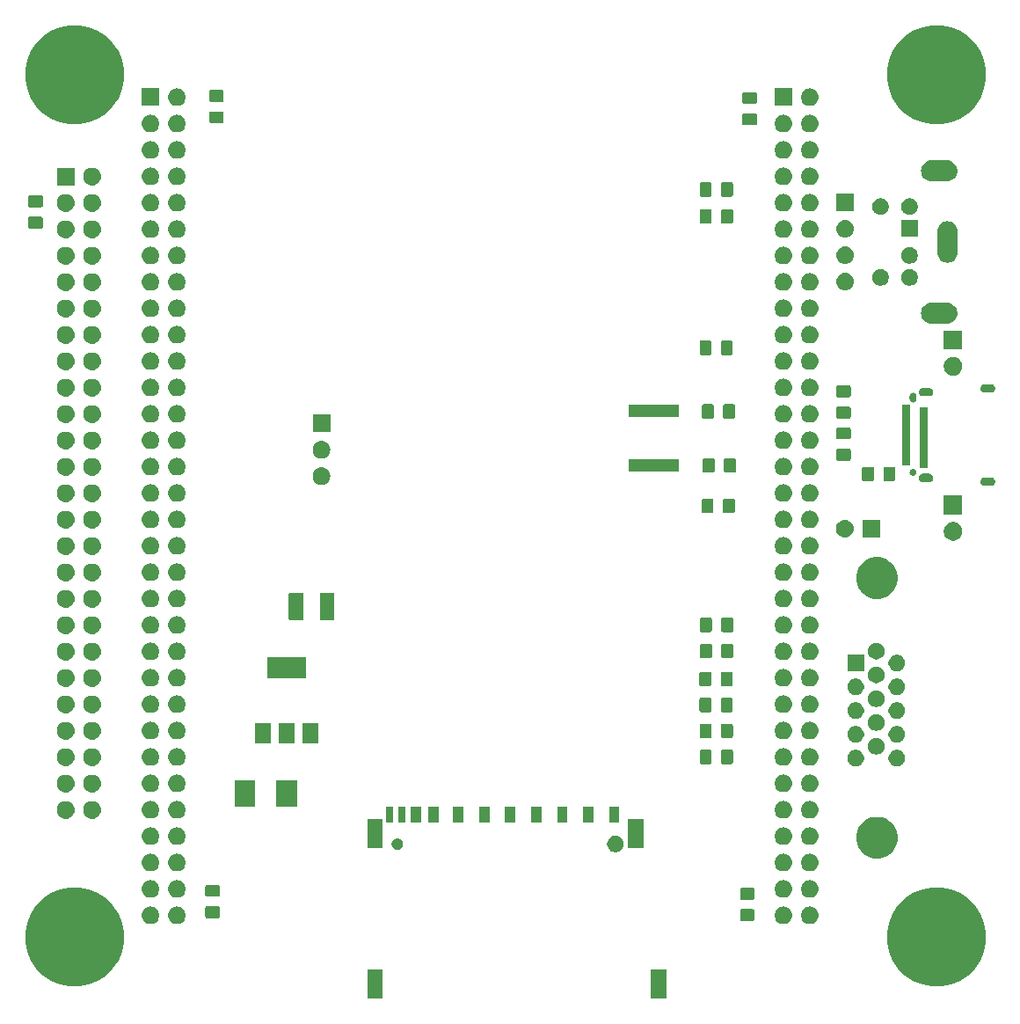
<source format=gbr>
G04 #@! TF.GenerationSoftware,KiCad,Pcbnew,(5.0.2)-1*
G04 #@! TF.CreationDate,2019-11-28T12:56:08-05:00*
G04 #@! TF.ProjectId,RETRO-EP4CE15,52455452-4f2d-4455-9034-434531352e6b,1*
G04 #@! TF.SameCoordinates,Original*
G04 #@! TF.FileFunction,Soldermask,Top*
G04 #@! TF.FilePolarity,Negative*
%FSLAX46Y46*%
G04 Gerber Fmt 4.6, Leading zero omitted, Abs format (unit mm)*
G04 Created by KiCad (PCBNEW (5.0.2)-1) date 11/28/2019 12:56:08 PM*
%MOMM*%
%LPD*%
G01*
G04 APERTURE LIST*
%ADD10C,0.152400*%
G04 APERTURE END LIST*
D10*
G36*
X72979000Y-104943000D02*
X71479000Y-104943000D01*
X71479000Y-102143000D01*
X72979000Y-102143000D01*
X72979000Y-104943000D01*
X72979000Y-104943000D01*
G37*
G36*
X45679000Y-104943000D02*
X44179000Y-104943000D01*
X44179000Y-102143000D01*
X45679000Y-102143000D01*
X45679000Y-104943000D01*
X45679000Y-104943000D01*
G37*
G36*
X100389169Y-94420519D02*
X101255889Y-94779526D01*
X102035920Y-95300726D01*
X102699274Y-95964080D01*
X103220474Y-96744111D01*
X103579481Y-97610831D01*
X103762500Y-98530933D01*
X103762500Y-99469067D01*
X103579481Y-100389169D01*
X103220474Y-101255889D01*
X102699274Y-102035920D01*
X102035920Y-102699274D01*
X101255889Y-103220474D01*
X100389169Y-103579481D01*
X99469067Y-103762500D01*
X98530933Y-103762500D01*
X97610831Y-103579481D01*
X96744111Y-103220474D01*
X95964080Y-102699274D01*
X95300726Y-102035920D01*
X94779526Y-101255889D01*
X94420519Y-100389169D01*
X94237500Y-99469067D01*
X94237500Y-98530933D01*
X94420519Y-97610831D01*
X94779526Y-96744111D01*
X95300726Y-95964080D01*
X95964080Y-95300726D01*
X96744111Y-94779526D01*
X97610831Y-94420519D01*
X98530933Y-94237500D01*
X99469067Y-94237500D01*
X100389169Y-94420519D01*
X100389169Y-94420519D01*
G37*
G36*
X17389169Y-94420519D02*
X18255889Y-94779526D01*
X19035920Y-95300726D01*
X19699274Y-95964080D01*
X20220474Y-96744111D01*
X20579481Y-97610831D01*
X20762500Y-98530933D01*
X20762500Y-99469067D01*
X20579481Y-100389169D01*
X20220474Y-101255889D01*
X19699274Y-102035920D01*
X19035920Y-102699274D01*
X18255889Y-103220474D01*
X17389169Y-103579481D01*
X16469067Y-103762500D01*
X15530933Y-103762500D01*
X14610831Y-103579481D01*
X13744111Y-103220474D01*
X12964080Y-102699274D01*
X12300726Y-102035920D01*
X11779526Y-101255889D01*
X11420519Y-100389169D01*
X11237500Y-99469067D01*
X11237500Y-98530933D01*
X11420519Y-97610831D01*
X11779526Y-96744111D01*
X12300726Y-95964080D01*
X12964080Y-95300726D01*
X13744111Y-94779526D01*
X14610831Y-94420519D01*
X15530933Y-94237500D01*
X16469067Y-94237500D01*
X17389169Y-94420519D01*
X17389169Y-94420519D01*
G37*
G36*
X84416630Y-96068299D02*
X84576855Y-96116903D01*
X84724520Y-96195831D01*
X84853949Y-96302051D01*
X84960169Y-96431480D01*
X85039097Y-96579145D01*
X85087701Y-96739370D01*
X85104112Y-96906000D01*
X85087701Y-97072630D01*
X85039097Y-97232855D01*
X84960169Y-97380520D01*
X84853949Y-97509949D01*
X84724520Y-97616169D01*
X84576855Y-97695097D01*
X84416630Y-97743701D01*
X84291752Y-97756000D01*
X84208248Y-97756000D01*
X84083370Y-97743701D01*
X83923145Y-97695097D01*
X83775480Y-97616169D01*
X83646051Y-97509949D01*
X83539831Y-97380520D01*
X83460903Y-97232855D01*
X83412299Y-97072630D01*
X83395888Y-96906000D01*
X83412299Y-96739370D01*
X83460903Y-96579145D01*
X83539831Y-96431480D01*
X83646051Y-96302051D01*
X83775480Y-96195831D01*
X83923145Y-96116903D01*
X84083370Y-96068299D01*
X84208248Y-96056000D01*
X84291752Y-96056000D01*
X84416630Y-96068299D01*
X84416630Y-96068299D01*
G37*
G36*
X86956630Y-96068299D02*
X87116855Y-96116903D01*
X87264520Y-96195831D01*
X87393949Y-96302051D01*
X87500169Y-96431480D01*
X87579097Y-96579145D01*
X87627701Y-96739370D01*
X87644112Y-96906000D01*
X87627701Y-97072630D01*
X87579097Y-97232855D01*
X87500169Y-97380520D01*
X87393949Y-97509949D01*
X87264520Y-97616169D01*
X87116855Y-97695097D01*
X86956630Y-97743701D01*
X86831752Y-97756000D01*
X86748248Y-97756000D01*
X86623370Y-97743701D01*
X86463145Y-97695097D01*
X86315480Y-97616169D01*
X86186051Y-97509949D01*
X86079831Y-97380520D01*
X86000903Y-97232855D01*
X85952299Y-97072630D01*
X85935888Y-96906000D01*
X85952299Y-96739370D01*
X86000903Y-96579145D01*
X86079831Y-96431480D01*
X86186051Y-96302051D01*
X86315480Y-96195831D01*
X86463145Y-96116903D01*
X86623370Y-96068299D01*
X86748248Y-96056000D01*
X86831752Y-96056000D01*
X86956630Y-96068299D01*
X86956630Y-96068299D01*
G37*
G36*
X26016630Y-96068299D02*
X26176855Y-96116903D01*
X26324520Y-96195831D01*
X26453949Y-96302051D01*
X26560169Y-96431480D01*
X26639097Y-96579145D01*
X26687701Y-96739370D01*
X26704112Y-96906000D01*
X26687701Y-97072630D01*
X26639097Y-97232855D01*
X26560169Y-97380520D01*
X26453949Y-97509949D01*
X26324520Y-97616169D01*
X26176855Y-97695097D01*
X26016630Y-97743701D01*
X25891752Y-97756000D01*
X25808248Y-97756000D01*
X25683370Y-97743701D01*
X25523145Y-97695097D01*
X25375480Y-97616169D01*
X25246051Y-97509949D01*
X25139831Y-97380520D01*
X25060903Y-97232855D01*
X25012299Y-97072630D01*
X24995888Y-96906000D01*
X25012299Y-96739370D01*
X25060903Y-96579145D01*
X25139831Y-96431480D01*
X25246051Y-96302051D01*
X25375480Y-96195831D01*
X25523145Y-96116903D01*
X25683370Y-96068299D01*
X25808248Y-96056000D01*
X25891752Y-96056000D01*
X26016630Y-96068299D01*
X26016630Y-96068299D01*
G37*
G36*
X23476630Y-96068299D02*
X23636855Y-96116903D01*
X23784520Y-96195831D01*
X23913949Y-96302051D01*
X24020169Y-96431480D01*
X24099097Y-96579145D01*
X24147701Y-96739370D01*
X24164112Y-96906000D01*
X24147701Y-97072630D01*
X24099097Y-97232855D01*
X24020169Y-97380520D01*
X23913949Y-97509949D01*
X23784520Y-97616169D01*
X23636855Y-97695097D01*
X23476630Y-97743701D01*
X23351752Y-97756000D01*
X23268248Y-97756000D01*
X23143370Y-97743701D01*
X22983145Y-97695097D01*
X22835480Y-97616169D01*
X22706051Y-97509949D01*
X22599831Y-97380520D01*
X22520903Y-97232855D01*
X22472299Y-97072630D01*
X22455888Y-96906000D01*
X22472299Y-96739370D01*
X22520903Y-96579145D01*
X22599831Y-96431480D01*
X22706051Y-96302051D01*
X22835480Y-96195831D01*
X22983145Y-96116903D01*
X23143370Y-96068299D01*
X23268248Y-96056000D01*
X23351752Y-96056000D01*
X23476630Y-96068299D01*
X23476630Y-96068299D01*
G37*
G36*
X81327522Y-96313639D02*
X81361053Y-96323811D01*
X81391960Y-96340331D01*
X81419043Y-96362557D01*
X81441269Y-96389640D01*
X81457789Y-96420547D01*
X81467961Y-96454078D01*
X81472000Y-96495087D01*
X81472000Y-97274113D01*
X81467961Y-97315122D01*
X81457789Y-97348653D01*
X81441269Y-97379560D01*
X81419043Y-97406643D01*
X81391960Y-97428869D01*
X81361053Y-97445389D01*
X81327522Y-97455561D01*
X81286513Y-97459600D01*
X80257487Y-97459600D01*
X80216478Y-97455561D01*
X80182947Y-97445389D01*
X80152040Y-97428869D01*
X80124957Y-97406643D01*
X80102731Y-97379560D01*
X80086211Y-97348653D01*
X80076039Y-97315122D01*
X80072000Y-97274113D01*
X80072000Y-96495087D01*
X80076039Y-96454078D01*
X80086211Y-96420547D01*
X80102731Y-96389640D01*
X80124957Y-96362557D01*
X80152040Y-96340331D01*
X80182947Y-96323811D01*
X80216478Y-96313639D01*
X80257487Y-96309600D01*
X81286513Y-96309600D01*
X81327522Y-96313639D01*
X81327522Y-96313639D01*
G37*
G36*
X29841722Y-96034239D02*
X29875253Y-96044411D01*
X29906160Y-96060931D01*
X29933243Y-96083157D01*
X29955469Y-96110240D01*
X29971989Y-96141147D01*
X29982161Y-96174678D01*
X29986200Y-96215687D01*
X29986200Y-96994713D01*
X29982161Y-97035722D01*
X29971989Y-97069253D01*
X29955469Y-97100160D01*
X29933243Y-97127243D01*
X29906160Y-97149469D01*
X29875253Y-97165989D01*
X29841722Y-97176161D01*
X29800713Y-97180200D01*
X28771687Y-97180200D01*
X28730678Y-97176161D01*
X28697147Y-97165989D01*
X28666240Y-97149469D01*
X28639157Y-97127243D01*
X28616931Y-97100160D01*
X28600411Y-97069253D01*
X28590239Y-97035722D01*
X28586200Y-96994713D01*
X28586200Y-96215687D01*
X28590239Y-96174678D01*
X28600411Y-96141147D01*
X28616931Y-96110240D01*
X28639157Y-96083157D01*
X28666240Y-96060931D01*
X28697147Y-96044411D01*
X28730678Y-96034239D01*
X28771687Y-96030200D01*
X29800713Y-96030200D01*
X29841722Y-96034239D01*
X29841722Y-96034239D01*
G37*
G36*
X81327522Y-94263639D02*
X81361053Y-94273811D01*
X81391960Y-94290331D01*
X81419043Y-94312557D01*
X81441269Y-94339640D01*
X81457789Y-94370547D01*
X81467961Y-94404078D01*
X81472000Y-94445087D01*
X81472000Y-95224113D01*
X81467961Y-95265122D01*
X81457789Y-95298653D01*
X81441269Y-95329560D01*
X81419043Y-95356643D01*
X81391960Y-95378869D01*
X81361053Y-95395389D01*
X81327522Y-95405561D01*
X81286513Y-95409600D01*
X80257487Y-95409600D01*
X80216478Y-95405561D01*
X80182947Y-95395389D01*
X80152040Y-95378869D01*
X80124957Y-95356643D01*
X80102731Y-95329560D01*
X80086211Y-95298653D01*
X80076039Y-95265122D01*
X80072000Y-95224113D01*
X80072000Y-94445087D01*
X80076039Y-94404078D01*
X80086211Y-94370547D01*
X80102731Y-94339640D01*
X80124957Y-94312557D01*
X80152040Y-94290331D01*
X80182947Y-94273811D01*
X80216478Y-94263639D01*
X80257487Y-94259600D01*
X81286513Y-94259600D01*
X81327522Y-94263639D01*
X81327522Y-94263639D01*
G37*
G36*
X23476630Y-93528299D02*
X23636855Y-93576903D01*
X23784520Y-93655831D01*
X23913949Y-93762051D01*
X24020169Y-93891480D01*
X24099097Y-94039145D01*
X24147701Y-94199370D01*
X24164112Y-94366000D01*
X24147701Y-94532630D01*
X24099097Y-94692855D01*
X24020169Y-94840520D01*
X23913949Y-94969949D01*
X23784520Y-95076169D01*
X23636855Y-95155097D01*
X23476630Y-95203701D01*
X23351752Y-95216000D01*
X23268248Y-95216000D01*
X23143370Y-95203701D01*
X22983145Y-95155097D01*
X22835480Y-95076169D01*
X22706051Y-94969949D01*
X22599831Y-94840520D01*
X22520903Y-94692855D01*
X22472299Y-94532630D01*
X22455888Y-94366000D01*
X22472299Y-94199370D01*
X22520903Y-94039145D01*
X22599831Y-93891480D01*
X22706051Y-93762051D01*
X22835480Y-93655831D01*
X22983145Y-93576903D01*
X23143370Y-93528299D01*
X23268248Y-93516000D01*
X23351752Y-93516000D01*
X23476630Y-93528299D01*
X23476630Y-93528299D01*
G37*
G36*
X86956630Y-93528299D02*
X87116855Y-93576903D01*
X87264520Y-93655831D01*
X87393949Y-93762051D01*
X87500169Y-93891480D01*
X87579097Y-94039145D01*
X87627701Y-94199370D01*
X87644112Y-94366000D01*
X87627701Y-94532630D01*
X87579097Y-94692855D01*
X87500169Y-94840520D01*
X87393949Y-94969949D01*
X87264520Y-95076169D01*
X87116855Y-95155097D01*
X86956630Y-95203701D01*
X86831752Y-95216000D01*
X86748248Y-95216000D01*
X86623370Y-95203701D01*
X86463145Y-95155097D01*
X86315480Y-95076169D01*
X86186051Y-94969949D01*
X86079831Y-94840520D01*
X86000903Y-94692855D01*
X85952299Y-94532630D01*
X85935888Y-94366000D01*
X85952299Y-94199370D01*
X86000903Y-94039145D01*
X86079831Y-93891480D01*
X86186051Y-93762051D01*
X86315480Y-93655831D01*
X86463145Y-93576903D01*
X86623370Y-93528299D01*
X86748248Y-93516000D01*
X86831752Y-93516000D01*
X86956630Y-93528299D01*
X86956630Y-93528299D01*
G37*
G36*
X84416630Y-93528299D02*
X84576855Y-93576903D01*
X84724520Y-93655831D01*
X84853949Y-93762051D01*
X84960169Y-93891480D01*
X85039097Y-94039145D01*
X85087701Y-94199370D01*
X85104112Y-94366000D01*
X85087701Y-94532630D01*
X85039097Y-94692855D01*
X84960169Y-94840520D01*
X84853949Y-94969949D01*
X84724520Y-95076169D01*
X84576855Y-95155097D01*
X84416630Y-95203701D01*
X84291752Y-95216000D01*
X84208248Y-95216000D01*
X84083370Y-95203701D01*
X83923145Y-95155097D01*
X83775480Y-95076169D01*
X83646051Y-94969949D01*
X83539831Y-94840520D01*
X83460903Y-94692855D01*
X83412299Y-94532630D01*
X83395888Y-94366000D01*
X83412299Y-94199370D01*
X83460903Y-94039145D01*
X83539831Y-93891480D01*
X83646051Y-93762051D01*
X83775480Y-93655831D01*
X83923145Y-93576903D01*
X84083370Y-93528299D01*
X84208248Y-93516000D01*
X84291752Y-93516000D01*
X84416630Y-93528299D01*
X84416630Y-93528299D01*
G37*
G36*
X26016630Y-93528299D02*
X26176855Y-93576903D01*
X26324520Y-93655831D01*
X26453949Y-93762051D01*
X26560169Y-93891480D01*
X26639097Y-94039145D01*
X26687701Y-94199370D01*
X26704112Y-94366000D01*
X26687701Y-94532630D01*
X26639097Y-94692855D01*
X26560169Y-94840520D01*
X26453949Y-94969949D01*
X26324520Y-95076169D01*
X26176855Y-95155097D01*
X26016630Y-95203701D01*
X25891752Y-95216000D01*
X25808248Y-95216000D01*
X25683370Y-95203701D01*
X25523145Y-95155097D01*
X25375480Y-95076169D01*
X25246051Y-94969949D01*
X25139831Y-94840520D01*
X25060903Y-94692855D01*
X25012299Y-94532630D01*
X24995888Y-94366000D01*
X25012299Y-94199370D01*
X25060903Y-94039145D01*
X25139831Y-93891480D01*
X25246051Y-93762051D01*
X25375480Y-93655831D01*
X25523145Y-93576903D01*
X25683370Y-93528299D01*
X25808248Y-93516000D01*
X25891752Y-93516000D01*
X26016630Y-93528299D01*
X26016630Y-93528299D01*
G37*
G36*
X29841722Y-93984239D02*
X29875253Y-93994411D01*
X29906160Y-94010931D01*
X29933243Y-94033157D01*
X29955469Y-94060240D01*
X29971989Y-94091147D01*
X29982161Y-94124678D01*
X29986200Y-94165687D01*
X29986200Y-94944713D01*
X29982161Y-94985722D01*
X29971989Y-95019253D01*
X29955469Y-95050160D01*
X29933243Y-95077243D01*
X29906160Y-95099469D01*
X29875253Y-95115989D01*
X29841722Y-95126161D01*
X29800713Y-95130200D01*
X28771687Y-95130200D01*
X28730678Y-95126161D01*
X28697147Y-95115989D01*
X28666240Y-95099469D01*
X28639157Y-95077243D01*
X28616931Y-95050160D01*
X28600411Y-95019253D01*
X28590239Y-94985722D01*
X28586200Y-94944713D01*
X28586200Y-94165687D01*
X28590239Y-94124678D01*
X28600411Y-94091147D01*
X28616931Y-94060240D01*
X28639157Y-94033157D01*
X28666240Y-94010931D01*
X28697147Y-93994411D01*
X28730678Y-93984239D01*
X28771687Y-93980200D01*
X29800713Y-93980200D01*
X29841722Y-93984239D01*
X29841722Y-93984239D01*
G37*
G36*
X26016630Y-90988299D02*
X26176855Y-91036903D01*
X26324520Y-91115831D01*
X26453949Y-91222051D01*
X26560169Y-91351480D01*
X26639097Y-91499145D01*
X26687701Y-91659370D01*
X26704112Y-91826000D01*
X26687701Y-91992630D01*
X26639097Y-92152855D01*
X26560169Y-92300520D01*
X26453949Y-92429949D01*
X26324520Y-92536169D01*
X26176855Y-92615097D01*
X26016630Y-92663701D01*
X25891752Y-92676000D01*
X25808248Y-92676000D01*
X25683370Y-92663701D01*
X25523145Y-92615097D01*
X25375480Y-92536169D01*
X25246051Y-92429949D01*
X25139831Y-92300520D01*
X25060903Y-92152855D01*
X25012299Y-91992630D01*
X24995888Y-91826000D01*
X25012299Y-91659370D01*
X25060903Y-91499145D01*
X25139831Y-91351480D01*
X25246051Y-91222051D01*
X25375480Y-91115831D01*
X25523145Y-91036903D01*
X25683370Y-90988299D01*
X25808248Y-90976000D01*
X25891752Y-90976000D01*
X26016630Y-90988299D01*
X26016630Y-90988299D01*
G37*
G36*
X23476630Y-90988299D02*
X23636855Y-91036903D01*
X23784520Y-91115831D01*
X23913949Y-91222051D01*
X24020169Y-91351480D01*
X24099097Y-91499145D01*
X24147701Y-91659370D01*
X24164112Y-91826000D01*
X24147701Y-91992630D01*
X24099097Y-92152855D01*
X24020169Y-92300520D01*
X23913949Y-92429949D01*
X23784520Y-92536169D01*
X23636855Y-92615097D01*
X23476630Y-92663701D01*
X23351752Y-92676000D01*
X23268248Y-92676000D01*
X23143370Y-92663701D01*
X22983145Y-92615097D01*
X22835480Y-92536169D01*
X22706051Y-92429949D01*
X22599831Y-92300520D01*
X22520903Y-92152855D01*
X22472299Y-91992630D01*
X22455888Y-91826000D01*
X22472299Y-91659370D01*
X22520903Y-91499145D01*
X22599831Y-91351480D01*
X22706051Y-91222051D01*
X22835480Y-91115831D01*
X22983145Y-91036903D01*
X23143370Y-90988299D01*
X23268248Y-90976000D01*
X23351752Y-90976000D01*
X23476630Y-90988299D01*
X23476630Y-90988299D01*
G37*
G36*
X84416630Y-90988299D02*
X84576855Y-91036903D01*
X84724520Y-91115831D01*
X84853949Y-91222051D01*
X84960169Y-91351480D01*
X85039097Y-91499145D01*
X85087701Y-91659370D01*
X85104112Y-91826000D01*
X85087701Y-91992630D01*
X85039097Y-92152855D01*
X84960169Y-92300520D01*
X84853949Y-92429949D01*
X84724520Y-92536169D01*
X84576855Y-92615097D01*
X84416630Y-92663701D01*
X84291752Y-92676000D01*
X84208248Y-92676000D01*
X84083370Y-92663701D01*
X83923145Y-92615097D01*
X83775480Y-92536169D01*
X83646051Y-92429949D01*
X83539831Y-92300520D01*
X83460903Y-92152855D01*
X83412299Y-91992630D01*
X83395888Y-91826000D01*
X83412299Y-91659370D01*
X83460903Y-91499145D01*
X83539831Y-91351480D01*
X83646051Y-91222051D01*
X83775480Y-91115831D01*
X83923145Y-91036903D01*
X84083370Y-90988299D01*
X84208248Y-90976000D01*
X84291752Y-90976000D01*
X84416630Y-90988299D01*
X84416630Y-90988299D01*
G37*
G36*
X86956630Y-90988299D02*
X87116855Y-91036903D01*
X87264520Y-91115831D01*
X87393949Y-91222051D01*
X87500169Y-91351480D01*
X87579097Y-91499145D01*
X87627701Y-91659370D01*
X87644112Y-91826000D01*
X87627701Y-91992630D01*
X87579097Y-92152855D01*
X87500169Y-92300520D01*
X87393949Y-92429949D01*
X87264520Y-92536169D01*
X87116855Y-92615097D01*
X86956630Y-92663701D01*
X86831752Y-92676000D01*
X86748248Y-92676000D01*
X86623370Y-92663701D01*
X86463145Y-92615097D01*
X86315480Y-92536169D01*
X86186051Y-92429949D01*
X86079831Y-92300520D01*
X86000903Y-92152855D01*
X85952299Y-91992630D01*
X85935888Y-91826000D01*
X85952299Y-91659370D01*
X86000903Y-91499145D01*
X86079831Y-91351480D01*
X86186051Y-91222051D01*
X86315480Y-91115831D01*
X86463145Y-91036903D01*
X86623370Y-90988299D01*
X86748248Y-90976000D01*
X86831752Y-90976000D01*
X86956630Y-90988299D01*
X86956630Y-90988299D01*
G37*
G36*
X93844778Y-87510459D02*
X94208754Y-87661222D01*
X94536329Y-87880101D01*
X94814899Y-88158671D01*
X95033778Y-88486246D01*
X95184541Y-88850222D01*
X95261400Y-89236616D01*
X95261400Y-89630584D01*
X95184541Y-90016978D01*
X95033778Y-90380954D01*
X94814899Y-90708529D01*
X94536329Y-90987099D01*
X94208754Y-91205978D01*
X93844778Y-91356741D01*
X93458384Y-91433600D01*
X93064416Y-91433600D01*
X92678022Y-91356741D01*
X92314046Y-91205978D01*
X91986471Y-90987099D01*
X91707901Y-90708529D01*
X91489022Y-90380954D01*
X91338259Y-90016978D01*
X91261400Y-89630584D01*
X91261400Y-89236616D01*
X91338259Y-88850222D01*
X91489022Y-88486246D01*
X91707901Y-88158671D01*
X91986471Y-87880101D01*
X92314046Y-87661222D01*
X92678022Y-87510459D01*
X93064416Y-87433600D01*
X93458384Y-87433600D01*
X93844778Y-87510459D01*
X93844778Y-87510459D01*
G37*
G36*
X68312352Y-89273743D02*
X68457941Y-89334048D01*
X68588973Y-89421601D01*
X68700399Y-89533027D01*
X68787952Y-89664059D01*
X68848257Y-89809648D01*
X68879000Y-89964205D01*
X68879000Y-90121795D01*
X68848257Y-90276352D01*
X68787952Y-90421941D01*
X68700399Y-90552973D01*
X68588973Y-90664399D01*
X68457941Y-90751952D01*
X68312352Y-90812257D01*
X68157795Y-90843000D01*
X68000205Y-90843000D01*
X67845648Y-90812257D01*
X67700059Y-90751952D01*
X67569027Y-90664399D01*
X67457601Y-90552973D01*
X67370048Y-90421941D01*
X67309743Y-90276352D01*
X67279000Y-90121795D01*
X67279000Y-89964205D01*
X67309743Y-89809648D01*
X67370048Y-89664059D01*
X67457601Y-89533027D01*
X67569027Y-89421601D01*
X67700059Y-89334048D01*
X67845648Y-89273743D01*
X68000205Y-89243000D01*
X68157795Y-89243000D01*
X68312352Y-89273743D01*
X68312352Y-89273743D01*
G37*
G36*
X47168590Y-89500045D02*
X47239429Y-89514136D01*
X47339523Y-89555597D01*
X47429607Y-89615789D01*
X47506211Y-89692393D01*
X47506213Y-89692396D01*
X47566403Y-89782477D01*
X47607864Y-89882571D01*
X47629000Y-89988830D01*
X47629000Y-90097170D01*
X47607864Y-90203429D01*
X47577658Y-90276351D01*
X47566403Y-90303523D01*
X47506211Y-90393607D01*
X47429607Y-90470211D01*
X47429604Y-90470213D01*
X47339523Y-90530403D01*
X47239429Y-90571864D01*
X47168590Y-90585955D01*
X47133171Y-90593000D01*
X47024829Y-90593000D01*
X46989410Y-90585955D01*
X46918571Y-90571864D01*
X46818477Y-90530403D01*
X46728396Y-90470213D01*
X46728393Y-90470211D01*
X46651789Y-90393607D01*
X46591597Y-90303523D01*
X46580342Y-90276351D01*
X46550136Y-90203429D01*
X46529000Y-90097170D01*
X46529000Y-89988830D01*
X46550136Y-89882571D01*
X46591597Y-89782477D01*
X46651787Y-89692396D01*
X46651789Y-89692393D01*
X46728393Y-89615789D01*
X46818477Y-89555597D01*
X46918571Y-89514136D01*
X46989410Y-89500045D01*
X47024829Y-89493000D01*
X47133171Y-89493000D01*
X47168590Y-89500045D01*
X47168590Y-89500045D01*
G37*
G36*
X70779000Y-90443000D02*
X69279000Y-90443000D01*
X69279000Y-87643000D01*
X70779000Y-87643000D01*
X70779000Y-90443000D01*
X70779000Y-90443000D01*
G37*
G36*
X45679000Y-90443000D02*
X44179000Y-90443000D01*
X44179000Y-87643000D01*
X45679000Y-87643000D01*
X45679000Y-90443000D01*
X45679000Y-90443000D01*
G37*
G36*
X26016630Y-88448299D02*
X26176855Y-88496903D01*
X26324520Y-88575831D01*
X26453949Y-88682051D01*
X26560169Y-88811480D01*
X26639097Y-88959145D01*
X26687701Y-89119370D01*
X26704112Y-89286000D01*
X26687701Y-89452630D01*
X26639097Y-89612855D01*
X26560169Y-89760520D01*
X26453949Y-89889949D01*
X26324520Y-89996169D01*
X26176855Y-90075097D01*
X26016630Y-90123701D01*
X25891752Y-90136000D01*
X25808248Y-90136000D01*
X25683370Y-90123701D01*
X25523145Y-90075097D01*
X25375480Y-89996169D01*
X25246051Y-89889949D01*
X25139831Y-89760520D01*
X25060903Y-89612855D01*
X25012299Y-89452630D01*
X24995888Y-89286000D01*
X25012299Y-89119370D01*
X25060903Y-88959145D01*
X25139831Y-88811480D01*
X25246051Y-88682051D01*
X25375480Y-88575831D01*
X25523145Y-88496903D01*
X25683370Y-88448299D01*
X25808248Y-88436000D01*
X25891752Y-88436000D01*
X26016630Y-88448299D01*
X26016630Y-88448299D01*
G37*
G36*
X84416630Y-88448299D02*
X84576855Y-88496903D01*
X84724520Y-88575831D01*
X84853949Y-88682051D01*
X84960169Y-88811480D01*
X85039097Y-88959145D01*
X85087701Y-89119370D01*
X85104112Y-89286000D01*
X85087701Y-89452630D01*
X85039097Y-89612855D01*
X84960169Y-89760520D01*
X84853949Y-89889949D01*
X84724520Y-89996169D01*
X84576855Y-90075097D01*
X84416630Y-90123701D01*
X84291752Y-90136000D01*
X84208248Y-90136000D01*
X84083370Y-90123701D01*
X83923145Y-90075097D01*
X83775480Y-89996169D01*
X83646051Y-89889949D01*
X83539831Y-89760520D01*
X83460903Y-89612855D01*
X83412299Y-89452630D01*
X83395888Y-89286000D01*
X83412299Y-89119370D01*
X83460903Y-88959145D01*
X83539831Y-88811480D01*
X83646051Y-88682051D01*
X83775480Y-88575831D01*
X83923145Y-88496903D01*
X84083370Y-88448299D01*
X84208248Y-88436000D01*
X84291752Y-88436000D01*
X84416630Y-88448299D01*
X84416630Y-88448299D01*
G37*
G36*
X86956630Y-88448299D02*
X87116855Y-88496903D01*
X87264520Y-88575831D01*
X87393949Y-88682051D01*
X87500169Y-88811480D01*
X87579097Y-88959145D01*
X87627701Y-89119370D01*
X87644112Y-89286000D01*
X87627701Y-89452630D01*
X87579097Y-89612855D01*
X87500169Y-89760520D01*
X87393949Y-89889949D01*
X87264520Y-89996169D01*
X87116855Y-90075097D01*
X86956630Y-90123701D01*
X86831752Y-90136000D01*
X86748248Y-90136000D01*
X86623370Y-90123701D01*
X86463145Y-90075097D01*
X86315480Y-89996169D01*
X86186051Y-89889949D01*
X86079831Y-89760520D01*
X86000903Y-89612855D01*
X85952299Y-89452630D01*
X85935888Y-89286000D01*
X85952299Y-89119370D01*
X86000903Y-88959145D01*
X86079831Y-88811480D01*
X86186051Y-88682051D01*
X86315480Y-88575831D01*
X86463145Y-88496903D01*
X86623370Y-88448299D01*
X86748248Y-88436000D01*
X86831752Y-88436000D01*
X86956630Y-88448299D01*
X86956630Y-88448299D01*
G37*
G36*
X23476630Y-88448299D02*
X23636855Y-88496903D01*
X23784520Y-88575831D01*
X23913949Y-88682051D01*
X24020169Y-88811480D01*
X24099097Y-88959145D01*
X24147701Y-89119370D01*
X24164112Y-89286000D01*
X24147701Y-89452630D01*
X24099097Y-89612855D01*
X24020169Y-89760520D01*
X23913949Y-89889949D01*
X23784520Y-89996169D01*
X23636855Y-90075097D01*
X23476630Y-90123701D01*
X23351752Y-90136000D01*
X23268248Y-90136000D01*
X23143370Y-90123701D01*
X22983145Y-90075097D01*
X22835480Y-89996169D01*
X22706051Y-89889949D01*
X22599831Y-89760520D01*
X22520903Y-89612855D01*
X22472299Y-89452630D01*
X22455888Y-89286000D01*
X22472299Y-89119370D01*
X22520903Y-88959145D01*
X22599831Y-88811480D01*
X22706051Y-88682051D01*
X22835480Y-88575831D01*
X22983145Y-88496903D01*
X23143370Y-88448299D01*
X23268248Y-88436000D01*
X23351752Y-88436000D01*
X23476630Y-88448299D01*
X23476630Y-88448299D01*
G37*
G36*
X63459000Y-87993000D02*
X62459000Y-87993000D01*
X62459000Y-86493000D01*
X63459000Y-86493000D01*
X63459000Y-87993000D01*
X63459000Y-87993000D01*
G37*
G36*
X47849000Y-87993000D02*
X47149000Y-87993000D01*
X47149000Y-86493000D01*
X47849000Y-86493000D01*
X47849000Y-87993000D01*
X47849000Y-87993000D01*
G37*
G36*
X65959000Y-87993000D02*
X64959000Y-87993000D01*
X64959000Y-86493000D01*
X65959000Y-86493000D01*
X65959000Y-87993000D01*
X65959000Y-87993000D01*
G37*
G36*
X60959000Y-87993000D02*
X59959000Y-87993000D01*
X59959000Y-86493000D01*
X60959000Y-86493000D01*
X60959000Y-87993000D01*
X60959000Y-87993000D01*
G37*
G36*
X58459000Y-87993000D02*
X57459000Y-87993000D01*
X57459000Y-86493000D01*
X58459000Y-86493000D01*
X58459000Y-87993000D01*
X58459000Y-87993000D01*
G37*
G36*
X53459000Y-87993000D02*
X52459000Y-87993000D01*
X52459000Y-86493000D01*
X53459000Y-86493000D01*
X53459000Y-87993000D01*
X53459000Y-87993000D01*
G37*
G36*
X55959000Y-87993000D02*
X54959000Y-87993000D01*
X54959000Y-86493000D01*
X55959000Y-86493000D01*
X55959000Y-87993000D01*
X55959000Y-87993000D01*
G37*
G36*
X68459000Y-87993000D02*
X67459000Y-87993000D01*
X67459000Y-86493000D01*
X68459000Y-86493000D01*
X68459000Y-87993000D01*
X68459000Y-87993000D01*
G37*
G36*
X46709000Y-87993000D02*
X46009000Y-87993000D01*
X46009000Y-86493000D01*
X46709000Y-86493000D01*
X46709000Y-87993000D01*
X46709000Y-87993000D01*
G37*
G36*
X51039000Y-87993000D02*
X50039000Y-87993000D01*
X50039000Y-86493000D01*
X51039000Y-86493000D01*
X51039000Y-87993000D01*
X51039000Y-87993000D01*
G37*
G36*
X49339000Y-87993000D02*
X48339000Y-87993000D01*
X48339000Y-86493000D01*
X49339000Y-86493000D01*
X49339000Y-87993000D01*
X49339000Y-87993000D01*
G37*
G36*
X15306630Y-85922299D02*
X15466855Y-85970903D01*
X15614520Y-86049831D01*
X15743949Y-86156051D01*
X15850169Y-86285480D01*
X15929097Y-86433145D01*
X15977701Y-86593370D01*
X15994112Y-86760000D01*
X15977701Y-86926630D01*
X15929097Y-87086855D01*
X15850169Y-87234520D01*
X15743949Y-87363949D01*
X15614520Y-87470169D01*
X15466855Y-87549097D01*
X15306630Y-87597701D01*
X15181752Y-87610000D01*
X15098248Y-87610000D01*
X14973370Y-87597701D01*
X14813145Y-87549097D01*
X14665480Y-87470169D01*
X14536051Y-87363949D01*
X14429831Y-87234520D01*
X14350903Y-87086855D01*
X14302299Y-86926630D01*
X14285888Y-86760000D01*
X14302299Y-86593370D01*
X14350903Y-86433145D01*
X14429831Y-86285480D01*
X14536051Y-86156051D01*
X14665480Y-86049831D01*
X14813145Y-85970903D01*
X14973370Y-85922299D01*
X15098248Y-85910000D01*
X15181752Y-85910000D01*
X15306630Y-85922299D01*
X15306630Y-85922299D01*
G37*
G36*
X17846630Y-85922299D02*
X18006855Y-85970903D01*
X18154520Y-86049831D01*
X18283949Y-86156051D01*
X18390169Y-86285480D01*
X18469097Y-86433145D01*
X18517701Y-86593370D01*
X18534112Y-86760000D01*
X18517701Y-86926630D01*
X18469097Y-87086855D01*
X18390169Y-87234520D01*
X18283949Y-87363949D01*
X18154520Y-87470169D01*
X18006855Y-87549097D01*
X17846630Y-87597701D01*
X17721752Y-87610000D01*
X17638248Y-87610000D01*
X17513370Y-87597701D01*
X17353145Y-87549097D01*
X17205480Y-87470169D01*
X17076051Y-87363949D01*
X16969831Y-87234520D01*
X16890903Y-87086855D01*
X16842299Y-86926630D01*
X16825888Y-86760000D01*
X16842299Y-86593370D01*
X16890903Y-86433145D01*
X16969831Y-86285480D01*
X17076051Y-86156051D01*
X17205480Y-86049831D01*
X17353145Y-85970903D01*
X17513370Y-85922299D01*
X17638248Y-85910000D01*
X17721752Y-85910000D01*
X17846630Y-85922299D01*
X17846630Y-85922299D01*
G37*
G36*
X86956630Y-85908299D02*
X87116855Y-85956903D01*
X87264520Y-86035831D01*
X87393949Y-86142051D01*
X87500169Y-86271480D01*
X87579097Y-86419145D01*
X87627701Y-86579370D01*
X87644112Y-86746000D01*
X87627701Y-86912630D01*
X87579097Y-87072855D01*
X87500169Y-87220520D01*
X87393949Y-87349949D01*
X87264520Y-87456169D01*
X87116855Y-87535097D01*
X86956630Y-87583701D01*
X86831752Y-87596000D01*
X86748248Y-87596000D01*
X86623370Y-87583701D01*
X86463145Y-87535097D01*
X86315480Y-87456169D01*
X86186051Y-87349949D01*
X86079831Y-87220520D01*
X86000903Y-87072855D01*
X85952299Y-86912630D01*
X85935888Y-86746000D01*
X85952299Y-86579370D01*
X86000903Y-86419145D01*
X86079831Y-86271480D01*
X86186051Y-86142051D01*
X86315480Y-86035831D01*
X86463145Y-85956903D01*
X86623370Y-85908299D01*
X86748248Y-85896000D01*
X86831752Y-85896000D01*
X86956630Y-85908299D01*
X86956630Y-85908299D01*
G37*
G36*
X84416630Y-85908299D02*
X84576855Y-85956903D01*
X84724520Y-86035831D01*
X84853949Y-86142051D01*
X84960169Y-86271480D01*
X85039097Y-86419145D01*
X85087701Y-86579370D01*
X85104112Y-86746000D01*
X85087701Y-86912630D01*
X85039097Y-87072855D01*
X84960169Y-87220520D01*
X84853949Y-87349949D01*
X84724520Y-87456169D01*
X84576855Y-87535097D01*
X84416630Y-87583701D01*
X84291752Y-87596000D01*
X84208248Y-87596000D01*
X84083370Y-87583701D01*
X83923145Y-87535097D01*
X83775480Y-87456169D01*
X83646051Y-87349949D01*
X83539831Y-87220520D01*
X83460903Y-87072855D01*
X83412299Y-86912630D01*
X83395888Y-86746000D01*
X83412299Y-86579370D01*
X83460903Y-86419145D01*
X83539831Y-86271480D01*
X83646051Y-86142051D01*
X83775480Y-86035831D01*
X83923145Y-85956903D01*
X84083370Y-85908299D01*
X84208248Y-85896000D01*
X84291752Y-85896000D01*
X84416630Y-85908299D01*
X84416630Y-85908299D01*
G37*
G36*
X26016630Y-85908299D02*
X26176855Y-85956903D01*
X26324520Y-86035831D01*
X26453949Y-86142051D01*
X26560169Y-86271480D01*
X26639097Y-86419145D01*
X26687701Y-86579370D01*
X26704112Y-86746000D01*
X26687701Y-86912630D01*
X26639097Y-87072855D01*
X26560169Y-87220520D01*
X26453949Y-87349949D01*
X26324520Y-87456169D01*
X26176855Y-87535097D01*
X26016630Y-87583701D01*
X25891752Y-87596000D01*
X25808248Y-87596000D01*
X25683370Y-87583701D01*
X25523145Y-87535097D01*
X25375480Y-87456169D01*
X25246051Y-87349949D01*
X25139831Y-87220520D01*
X25060903Y-87072855D01*
X25012299Y-86912630D01*
X24995888Y-86746000D01*
X25012299Y-86579370D01*
X25060903Y-86419145D01*
X25139831Y-86271480D01*
X25246051Y-86142051D01*
X25375480Y-86035831D01*
X25523145Y-85956903D01*
X25683370Y-85908299D01*
X25808248Y-85896000D01*
X25891752Y-85896000D01*
X26016630Y-85908299D01*
X26016630Y-85908299D01*
G37*
G36*
X23476630Y-85908299D02*
X23636855Y-85956903D01*
X23784520Y-86035831D01*
X23913949Y-86142051D01*
X24020169Y-86271480D01*
X24099097Y-86419145D01*
X24147701Y-86579370D01*
X24164112Y-86746000D01*
X24147701Y-86912630D01*
X24099097Y-87072855D01*
X24020169Y-87220520D01*
X23913949Y-87349949D01*
X23784520Y-87456169D01*
X23636855Y-87535097D01*
X23476630Y-87583701D01*
X23351752Y-87596000D01*
X23268248Y-87596000D01*
X23143370Y-87583701D01*
X22983145Y-87535097D01*
X22835480Y-87456169D01*
X22706051Y-87349949D01*
X22599831Y-87220520D01*
X22520903Y-87072855D01*
X22472299Y-86912630D01*
X22455888Y-86746000D01*
X22472299Y-86579370D01*
X22520903Y-86419145D01*
X22599831Y-86271480D01*
X22706051Y-86142051D01*
X22835480Y-86035831D01*
X22983145Y-85956903D01*
X23143370Y-85908299D01*
X23268248Y-85896000D01*
X23351752Y-85896000D01*
X23476630Y-85908299D01*
X23476630Y-85908299D01*
G37*
G36*
X33417000Y-86441600D02*
X31417000Y-86441600D01*
X31417000Y-83941600D01*
X33417000Y-83941600D01*
X33417000Y-86441600D01*
X33417000Y-86441600D01*
G37*
G36*
X37417000Y-86441600D02*
X35417000Y-86441600D01*
X35417000Y-83941600D01*
X37417000Y-83941600D01*
X37417000Y-86441600D01*
X37417000Y-86441600D01*
G37*
G36*
X17846630Y-83382299D02*
X18006855Y-83430903D01*
X18154520Y-83509831D01*
X18283949Y-83616051D01*
X18390169Y-83745480D01*
X18469097Y-83893145D01*
X18517701Y-84053370D01*
X18534112Y-84220000D01*
X18517701Y-84386630D01*
X18469097Y-84546855D01*
X18390169Y-84694520D01*
X18283949Y-84823949D01*
X18154520Y-84930169D01*
X18006855Y-85009097D01*
X17846630Y-85057701D01*
X17721752Y-85070000D01*
X17638248Y-85070000D01*
X17513370Y-85057701D01*
X17353145Y-85009097D01*
X17205480Y-84930169D01*
X17076051Y-84823949D01*
X16969831Y-84694520D01*
X16890903Y-84546855D01*
X16842299Y-84386630D01*
X16825888Y-84220000D01*
X16842299Y-84053370D01*
X16890903Y-83893145D01*
X16969831Y-83745480D01*
X17076051Y-83616051D01*
X17205480Y-83509831D01*
X17353145Y-83430903D01*
X17513370Y-83382299D01*
X17638248Y-83370000D01*
X17721752Y-83370000D01*
X17846630Y-83382299D01*
X17846630Y-83382299D01*
G37*
G36*
X15306630Y-83382299D02*
X15466855Y-83430903D01*
X15614520Y-83509831D01*
X15743949Y-83616051D01*
X15850169Y-83745480D01*
X15929097Y-83893145D01*
X15977701Y-84053370D01*
X15994112Y-84220000D01*
X15977701Y-84386630D01*
X15929097Y-84546855D01*
X15850169Y-84694520D01*
X15743949Y-84823949D01*
X15614520Y-84930169D01*
X15466855Y-85009097D01*
X15306630Y-85057701D01*
X15181752Y-85070000D01*
X15098248Y-85070000D01*
X14973370Y-85057701D01*
X14813145Y-85009097D01*
X14665480Y-84930169D01*
X14536051Y-84823949D01*
X14429831Y-84694520D01*
X14350903Y-84546855D01*
X14302299Y-84386630D01*
X14285888Y-84220000D01*
X14302299Y-84053370D01*
X14350903Y-83893145D01*
X14429831Y-83745480D01*
X14536051Y-83616051D01*
X14665480Y-83509831D01*
X14813145Y-83430903D01*
X14973370Y-83382299D01*
X15098248Y-83370000D01*
X15181752Y-83370000D01*
X15306630Y-83382299D01*
X15306630Y-83382299D01*
G37*
G36*
X26016630Y-83368299D02*
X26176855Y-83416903D01*
X26324520Y-83495831D01*
X26453949Y-83602051D01*
X26560169Y-83731480D01*
X26639097Y-83879145D01*
X26687701Y-84039370D01*
X26704112Y-84206000D01*
X26687701Y-84372630D01*
X26639097Y-84532855D01*
X26560169Y-84680520D01*
X26453949Y-84809949D01*
X26324520Y-84916169D01*
X26176855Y-84995097D01*
X26016630Y-85043701D01*
X25891752Y-85056000D01*
X25808248Y-85056000D01*
X25683370Y-85043701D01*
X25523145Y-84995097D01*
X25375480Y-84916169D01*
X25246051Y-84809949D01*
X25139831Y-84680520D01*
X25060903Y-84532855D01*
X25012299Y-84372630D01*
X24995888Y-84206000D01*
X25012299Y-84039370D01*
X25060903Y-83879145D01*
X25139831Y-83731480D01*
X25246051Y-83602051D01*
X25375480Y-83495831D01*
X25523145Y-83416903D01*
X25683370Y-83368299D01*
X25808248Y-83356000D01*
X25891752Y-83356000D01*
X26016630Y-83368299D01*
X26016630Y-83368299D01*
G37*
G36*
X23476630Y-83368299D02*
X23636855Y-83416903D01*
X23784520Y-83495831D01*
X23913949Y-83602051D01*
X24020169Y-83731480D01*
X24099097Y-83879145D01*
X24147701Y-84039370D01*
X24164112Y-84206000D01*
X24147701Y-84372630D01*
X24099097Y-84532855D01*
X24020169Y-84680520D01*
X23913949Y-84809949D01*
X23784520Y-84916169D01*
X23636855Y-84995097D01*
X23476630Y-85043701D01*
X23351752Y-85056000D01*
X23268248Y-85056000D01*
X23143370Y-85043701D01*
X22983145Y-84995097D01*
X22835480Y-84916169D01*
X22706051Y-84809949D01*
X22599831Y-84680520D01*
X22520903Y-84532855D01*
X22472299Y-84372630D01*
X22455888Y-84206000D01*
X22472299Y-84039370D01*
X22520903Y-83879145D01*
X22599831Y-83731480D01*
X22706051Y-83602051D01*
X22835480Y-83495831D01*
X22983145Y-83416903D01*
X23143370Y-83368299D01*
X23268248Y-83356000D01*
X23351752Y-83356000D01*
X23476630Y-83368299D01*
X23476630Y-83368299D01*
G37*
G36*
X86956630Y-83368299D02*
X87116855Y-83416903D01*
X87264520Y-83495831D01*
X87393949Y-83602051D01*
X87500169Y-83731480D01*
X87579097Y-83879145D01*
X87627701Y-84039370D01*
X87644112Y-84206000D01*
X87627701Y-84372630D01*
X87579097Y-84532855D01*
X87500169Y-84680520D01*
X87393949Y-84809949D01*
X87264520Y-84916169D01*
X87116855Y-84995097D01*
X86956630Y-85043701D01*
X86831752Y-85056000D01*
X86748248Y-85056000D01*
X86623370Y-85043701D01*
X86463145Y-84995097D01*
X86315480Y-84916169D01*
X86186051Y-84809949D01*
X86079831Y-84680520D01*
X86000903Y-84532855D01*
X85952299Y-84372630D01*
X85935888Y-84206000D01*
X85952299Y-84039370D01*
X86000903Y-83879145D01*
X86079831Y-83731480D01*
X86186051Y-83602051D01*
X86315480Y-83495831D01*
X86463145Y-83416903D01*
X86623370Y-83368299D01*
X86748248Y-83356000D01*
X86831752Y-83356000D01*
X86956630Y-83368299D01*
X86956630Y-83368299D01*
G37*
G36*
X84416630Y-83368299D02*
X84576855Y-83416903D01*
X84724520Y-83495831D01*
X84853949Y-83602051D01*
X84960169Y-83731480D01*
X85039097Y-83879145D01*
X85087701Y-84039370D01*
X85104112Y-84206000D01*
X85087701Y-84372630D01*
X85039097Y-84532855D01*
X84960169Y-84680520D01*
X84853949Y-84809949D01*
X84724520Y-84916169D01*
X84576855Y-84995097D01*
X84416630Y-85043701D01*
X84291752Y-85056000D01*
X84208248Y-85056000D01*
X84083370Y-85043701D01*
X83923145Y-84995097D01*
X83775480Y-84916169D01*
X83646051Y-84809949D01*
X83539831Y-84680520D01*
X83460903Y-84532855D01*
X83412299Y-84372630D01*
X83395888Y-84206000D01*
X83412299Y-84039370D01*
X83460903Y-83879145D01*
X83539831Y-83731480D01*
X83646051Y-83602051D01*
X83775480Y-83495831D01*
X83923145Y-83416903D01*
X84083370Y-83368299D01*
X84208248Y-83356000D01*
X84291752Y-83356000D01*
X84416630Y-83368299D01*
X84416630Y-83368299D01*
G37*
G36*
X91444752Y-81009343D02*
X91590341Y-81069648D01*
X91721373Y-81157201D01*
X91832799Y-81268627D01*
X91920352Y-81399659D01*
X91980657Y-81545248D01*
X92011400Y-81699805D01*
X92011400Y-81857395D01*
X91980657Y-82011952D01*
X91920352Y-82157541D01*
X91832799Y-82288573D01*
X91721373Y-82399999D01*
X91590341Y-82487552D01*
X91444752Y-82547857D01*
X91290195Y-82578600D01*
X91132605Y-82578600D01*
X90978048Y-82547857D01*
X90832459Y-82487552D01*
X90701427Y-82399999D01*
X90590001Y-82288573D01*
X90502448Y-82157541D01*
X90442143Y-82011952D01*
X90411400Y-81857395D01*
X90411400Y-81699805D01*
X90442143Y-81545248D01*
X90502448Y-81399659D01*
X90590001Y-81268627D01*
X90701427Y-81157201D01*
X90832459Y-81069648D01*
X90978048Y-81009343D01*
X91132605Y-80978600D01*
X91290195Y-80978600D01*
X91444752Y-81009343D01*
X91444752Y-81009343D01*
G37*
G36*
X95404752Y-81009343D02*
X95550341Y-81069648D01*
X95681373Y-81157201D01*
X95792799Y-81268627D01*
X95880352Y-81399659D01*
X95940657Y-81545248D01*
X95971400Y-81699805D01*
X95971400Y-81857395D01*
X95940657Y-82011952D01*
X95880352Y-82157541D01*
X95792799Y-82288573D01*
X95681373Y-82399999D01*
X95550341Y-82487552D01*
X95404752Y-82547857D01*
X95250195Y-82578600D01*
X95092605Y-82578600D01*
X94938048Y-82547857D01*
X94792459Y-82487552D01*
X94661427Y-82399999D01*
X94550001Y-82288573D01*
X94462448Y-82157541D01*
X94402143Y-82011952D01*
X94371400Y-81857395D01*
X94371400Y-81699805D01*
X94402143Y-81545248D01*
X94462448Y-81399659D01*
X94550001Y-81268627D01*
X94661427Y-81157201D01*
X94792459Y-81069648D01*
X94938048Y-81009343D01*
X95092605Y-80978600D01*
X95250195Y-80978600D01*
X95404752Y-81009343D01*
X95404752Y-81009343D01*
G37*
G36*
X15306630Y-80842299D02*
X15466855Y-80890903D01*
X15614520Y-80969831D01*
X15743949Y-81076051D01*
X15850169Y-81205480D01*
X15929097Y-81353145D01*
X15977701Y-81513370D01*
X15994112Y-81680000D01*
X15977701Y-81846630D01*
X15929097Y-82006855D01*
X15850169Y-82154520D01*
X15743949Y-82283949D01*
X15614520Y-82390169D01*
X15466855Y-82469097D01*
X15306630Y-82517701D01*
X15181752Y-82530000D01*
X15098248Y-82530000D01*
X14973370Y-82517701D01*
X14813145Y-82469097D01*
X14665480Y-82390169D01*
X14536051Y-82283949D01*
X14429831Y-82154520D01*
X14350903Y-82006855D01*
X14302299Y-81846630D01*
X14285888Y-81680000D01*
X14302299Y-81513370D01*
X14350903Y-81353145D01*
X14429831Y-81205480D01*
X14536051Y-81076051D01*
X14665480Y-80969831D01*
X14813145Y-80890903D01*
X14973370Y-80842299D01*
X15098248Y-80830000D01*
X15181752Y-80830000D01*
X15306630Y-80842299D01*
X15306630Y-80842299D01*
G37*
G36*
X17846630Y-80842299D02*
X18006855Y-80890903D01*
X18154520Y-80969831D01*
X18283949Y-81076051D01*
X18390169Y-81205480D01*
X18469097Y-81353145D01*
X18517701Y-81513370D01*
X18534112Y-81680000D01*
X18517701Y-81846630D01*
X18469097Y-82006855D01*
X18390169Y-82154520D01*
X18283949Y-82283949D01*
X18154520Y-82390169D01*
X18006855Y-82469097D01*
X17846630Y-82517701D01*
X17721752Y-82530000D01*
X17638248Y-82530000D01*
X17513370Y-82517701D01*
X17353145Y-82469097D01*
X17205480Y-82390169D01*
X17076051Y-82283949D01*
X16969831Y-82154520D01*
X16890903Y-82006855D01*
X16842299Y-81846630D01*
X16825888Y-81680000D01*
X16842299Y-81513370D01*
X16890903Y-81353145D01*
X16969831Y-81205480D01*
X17076051Y-81076051D01*
X17205480Y-80969831D01*
X17353145Y-80890903D01*
X17513370Y-80842299D01*
X17638248Y-80830000D01*
X17721752Y-80830000D01*
X17846630Y-80842299D01*
X17846630Y-80842299D01*
G37*
G36*
X23476630Y-80828299D02*
X23636855Y-80876903D01*
X23784520Y-80955831D01*
X23913949Y-81062051D01*
X24020169Y-81191480D01*
X24099097Y-81339145D01*
X24147701Y-81499370D01*
X24164112Y-81666000D01*
X24147701Y-81832630D01*
X24099097Y-81992855D01*
X24020169Y-82140520D01*
X23913949Y-82269949D01*
X23784520Y-82376169D01*
X23636855Y-82455097D01*
X23476630Y-82503701D01*
X23351752Y-82516000D01*
X23268248Y-82516000D01*
X23143370Y-82503701D01*
X22983145Y-82455097D01*
X22835480Y-82376169D01*
X22706051Y-82269949D01*
X22599831Y-82140520D01*
X22520903Y-81992855D01*
X22472299Y-81832630D01*
X22455888Y-81666000D01*
X22472299Y-81499370D01*
X22520903Y-81339145D01*
X22599831Y-81191480D01*
X22706051Y-81062051D01*
X22835480Y-80955831D01*
X22983145Y-80876903D01*
X23143370Y-80828299D01*
X23268248Y-80816000D01*
X23351752Y-80816000D01*
X23476630Y-80828299D01*
X23476630Y-80828299D01*
G37*
G36*
X86956630Y-80828299D02*
X87116855Y-80876903D01*
X87264520Y-80955831D01*
X87393949Y-81062051D01*
X87500169Y-81191480D01*
X87579097Y-81339145D01*
X87627701Y-81499370D01*
X87644112Y-81666000D01*
X87627701Y-81832630D01*
X87579097Y-81992855D01*
X87500169Y-82140520D01*
X87393949Y-82269949D01*
X87264520Y-82376169D01*
X87116855Y-82455097D01*
X86956630Y-82503701D01*
X86831752Y-82516000D01*
X86748248Y-82516000D01*
X86623370Y-82503701D01*
X86463145Y-82455097D01*
X86315480Y-82376169D01*
X86186051Y-82269949D01*
X86079831Y-82140520D01*
X86000903Y-81992855D01*
X85952299Y-81832630D01*
X85935888Y-81666000D01*
X85952299Y-81499370D01*
X86000903Y-81339145D01*
X86079831Y-81191480D01*
X86186051Y-81062051D01*
X86315480Y-80955831D01*
X86463145Y-80876903D01*
X86623370Y-80828299D01*
X86748248Y-80816000D01*
X86831752Y-80816000D01*
X86956630Y-80828299D01*
X86956630Y-80828299D01*
G37*
G36*
X26016630Y-80828299D02*
X26176855Y-80876903D01*
X26324520Y-80955831D01*
X26453949Y-81062051D01*
X26560169Y-81191480D01*
X26639097Y-81339145D01*
X26687701Y-81499370D01*
X26704112Y-81666000D01*
X26687701Y-81832630D01*
X26639097Y-81992855D01*
X26560169Y-82140520D01*
X26453949Y-82269949D01*
X26324520Y-82376169D01*
X26176855Y-82455097D01*
X26016630Y-82503701D01*
X25891752Y-82516000D01*
X25808248Y-82516000D01*
X25683370Y-82503701D01*
X25523145Y-82455097D01*
X25375480Y-82376169D01*
X25246051Y-82269949D01*
X25139831Y-82140520D01*
X25060903Y-81992855D01*
X25012299Y-81832630D01*
X24995888Y-81666000D01*
X25012299Y-81499370D01*
X25060903Y-81339145D01*
X25139831Y-81191480D01*
X25246051Y-81062051D01*
X25375480Y-80955831D01*
X25523145Y-80876903D01*
X25683370Y-80828299D01*
X25808248Y-80816000D01*
X25891752Y-80816000D01*
X26016630Y-80828299D01*
X26016630Y-80828299D01*
G37*
G36*
X84416630Y-80828299D02*
X84576855Y-80876903D01*
X84724520Y-80955831D01*
X84853949Y-81062051D01*
X84960169Y-81191480D01*
X85039097Y-81339145D01*
X85087701Y-81499370D01*
X85104112Y-81666000D01*
X85087701Y-81832630D01*
X85039097Y-81992855D01*
X84960169Y-82140520D01*
X84853949Y-82269949D01*
X84724520Y-82376169D01*
X84576855Y-82455097D01*
X84416630Y-82503701D01*
X84291752Y-82516000D01*
X84208248Y-82516000D01*
X84083370Y-82503701D01*
X83923145Y-82455097D01*
X83775480Y-82376169D01*
X83646051Y-82269949D01*
X83539831Y-82140520D01*
X83460903Y-81992855D01*
X83412299Y-81832630D01*
X83395888Y-81666000D01*
X83412299Y-81499370D01*
X83460903Y-81339145D01*
X83539831Y-81191480D01*
X83646051Y-81062051D01*
X83775480Y-80955831D01*
X83923145Y-80876903D01*
X84083370Y-80828299D01*
X84208248Y-80816000D01*
X84291752Y-80816000D01*
X84416630Y-80828299D01*
X84416630Y-80828299D01*
G37*
G36*
X77200722Y-80961039D02*
X77234253Y-80971211D01*
X77265160Y-80987731D01*
X77292243Y-81009957D01*
X77314469Y-81037040D01*
X77330989Y-81067947D01*
X77341161Y-81101478D01*
X77345200Y-81142487D01*
X77345200Y-82171513D01*
X77341161Y-82212522D01*
X77330989Y-82246053D01*
X77314469Y-82276960D01*
X77292243Y-82304043D01*
X77265160Y-82326269D01*
X77234253Y-82342789D01*
X77200722Y-82352961D01*
X77159713Y-82357000D01*
X76380687Y-82357000D01*
X76339678Y-82352961D01*
X76306147Y-82342789D01*
X76275240Y-82326269D01*
X76248157Y-82304043D01*
X76225931Y-82276960D01*
X76209411Y-82246053D01*
X76199239Y-82212522D01*
X76195200Y-82171513D01*
X76195200Y-81142487D01*
X76199239Y-81101478D01*
X76209411Y-81067947D01*
X76225931Y-81037040D01*
X76248157Y-81009957D01*
X76275240Y-80987731D01*
X76306147Y-80971211D01*
X76339678Y-80961039D01*
X76380687Y-80957000D01*
X77159713Y-80957000D01*
X77200722Y-80961039D01*
X77200722Y-80961039D01*
G37*
G36*
X79250722Y-80961039D02*
X79284253Y-80971211D01*
X79315160Y-80987731D01*
X79342243Y-81009957D01*
X79364469Y-81037040D01*
X79380989Y-81067947D01*
X79391161Y-81101478D01*
X79395200Y-81142487D01*
X79395200Y-82171513D01*
X79391161Y-82212522D01*
X79380989Y-82246053D01*
X79364469Y-82276960D01*
X79342243Y-82304043D01*
X79315160Y-82326269D01*
X79284253Y-82342789D01*
X79250722Y-82352961D01*
X79209713Y-82357000D01*
X78430687Y-82357000D01*
X78389678Y-82352961D01*
X78356147Y-82342789D01*
X78325240Y-82326269D01*
X78298157Y-82304043D01*
X78275931Y-82276960D01*
X78259411Y-82246053D01*
X78249239Y-82212522D01*
X78245200Y-82171513D01*
X78245200Y-81142487D01*
X78249239Y-81101478D01*
X78259411Y-81067947D01*
X78275931Y-81037040D01*
X78298157Y-81009957D01*
X78325240Y-80987731D01*
X78356147Y-80971211D01*
X78389678Y-80961039D01*
X78430687Y-80957000D01*
X79209713Y-80957000D01*
X79250722Y-80961039D01*
X79250722Y-80961039D01*
G37*
G36*
X93424752Y-79864343D02*
X93570341Y-79924648D01*
X93701373Y-80012201D01*
X93812799Y-80123627D01*
X93900352Y-80254659D01*
X93960657Y-80400248D01*
X93991400Y-80554805D01*
X93991400Y-80712395D01*
X93960657Y-80866952D01*
X93900352Y-81012541D01*
X93812799Y-81143573D01*
X93701373Y-81254999D01*
X93570341Y-81342552D01*
X93424752Y-81402857D01*
X93270195Y-81433600D01*
X93112605Y-81433600D01*
X92958048Y-81402857D01*
X92812459Y-81342552D01*
X92681427Y-81254999D01*
X92570001Y-81143573D01*
X92482448Y-81012541D01*
X92422143Y-80866952D01*
X92391400Y-80712395D01*
X92391400Y-80554805D01*
X92422143Y-80400248D01*
X92482448Y-80254659D01*
X92570001Y-80123627D01*
X92681427Y-80012201D01*
X92812459Y-79924648D01*
X92958048Y-79864343D01*
X93112605Y-79833600D01*
X93270195Y-79833600D01*
X93424752Y-79864343D01*
X93424752Y-79864343D01*
G37*
G36*
X34873600Y-80375400D02*
X33373600Y-80375400D01*
X33373600Y-78375400D01*
X34873600Y-78375400D01*
X34873600Y-80375400D01*
X34873600Y-80375400D01*
G37*
G36*
X37173600Y-80375400D02*
X35673600Y-80375400D01*
X35673600Y-78375400D01*
X37173600Y-78375400D01*
X37173600Y-80375400D01*
X37173600Y-80375400D01*
G37*
G36*
X39473600Y-80375400D02*
X37973600Y-80375400D01*
X37973600Y-78375400D01*
X39473600Y-78375400D01*
X39473600Y-80375400D01*
X39473600Y-80375400D01*
G37*
G36*
X91444752Y-78719343D02*
X91590341Y-78779648D01*
X91721373Y-78867201D01*
X91832799Y-78978627D01*
X91920352Y-79109659D01*
X91980657Y-79255248D01*
X92011400Y-79409805D01*
X92011400Y-79567395D01*
X91980657Y-79721952D01*
X91920352Y-79867541D01*
X91832799Y-79998573D01*
X91721373Y-80109999D01*
X91590341Y-80197552D01*
X91444752Y-80257857D01*
X91290195Y-80288600D01*
X91132605Y-80288600D01*
X90978048Y-80257857D01*
X90832459Y-80197552D01*
X90701427Y-80109999D01*
X90590001Y-79998573D01*
X90502448Y-79867541D01*
X90442143Y-79721952D01*
X90411400Y-79567395D01*
X90411400Y-79409805D01*
X90442143Y-79255248D01*
X90502448Y-79109659D01*
X90590001Y-78978627D01*
X90701427Y-78867201D01*
X90832459Y-78779648D01*
X90978048Y-78719343D01*
X91132605Y-78688600D01*
X91290195Y-78688600D01*
X91444752Y-78719343D01*
X91444752Y-78719343D01*
G37*
G36*
X95404752Y-78719343D02*
X95550341Y-78779648D01*
X95681373Y-78867201D01*
X95792799Y-78978627D01*
X95880352Y-79109659D01*
X95940657Y-79255248D01*
X95971400Y-79409805D01*
X95971400Y-79567395D01*
X95940657Y-79721952D01*
X95880352Y-79867541D01*
X95792799Y-79998573D01*
X95681373Y-80109999D01*
X95550341Y-80197552D01*
X95404752Y-80257857D01*
X95250195Y-80288600D01*
X95092605Y-80288600D01*
X94938048Y-80257857D01*
X94792459Y-80197552D01*
X94661427Y-80109999D01*
X94550001Y-79998573D01*
X94462448Y-79867541D01*
X94402143Y-79721952D01*
X94371400Y-79567395D01*
X94371400Y-79409805D01*
X94402143Y-79255248D01*
X94462448Y-79109659D01*
X94550001Y-78978627D01*
X94661427Y-78867201D01*
X94792459Y-78779648D01*
X94938048Y-78719343D01*
X95092605Y-78688600D01*
X95250195Y-78688600D01*
X95404752Y-78719343D01*
X95404752Y-78719343D01*
G37*
G36*
X15306630Y-78302299D02*
X15466855Y-78350903D01*
X15614520Y-78429831D01*
X15743949Y-78536051D01*
X15850169Y-78665480D01*
X15929097Y-78813145D01*
X15977701Y-78973370D01*
X15994112Y-79140000D01*
X15977701Y-79306630D01*
X15929097Y-79466855D01*
X15850169Y-79614520D01*
X15743949Y-79743949D01*
X15614520Y-79850169D01*
X15466855Y-79929097D01*
X15306630Y-79977701D01*
X15181752Y-79990000D01*
X15098248Y-79990000D01*
X14973370Y-79977701D01*
X14813145Y-79929097D01*
X14665480Y-79850169D01*
X14536051Y-79743949D01*
X14429831Y-79614520D01*
X14350903Y-79466855D01*
X14302299Y-79306630D01*
X14285888Y-79140000D01*
X14302299Y-78973370D01*
X14350903Y-78813145D01*
X14429831Y-78665480D01*
X14536051Y-78536051D01*
X14665480Y-78429831D01*
X14813145Y-78350903D01*
X14973370Y-78302299D01*
X15098248Y-78290000D01*
X15181752Y-78290000D01*
X15306630Y-78302299D01*
X15306630Y-78302299D01*
G37*
G36*
X17846630Y-78302299D02*
X18006855Y-78350903D01*
X18154520Y-78429831D01*
X18283949Y-78536051D01*
X18390169Y-78665480D01*
X18469097Y-78813145D01*
X18517701Y-78973370D01*
X18534112Y-79140000D01*
X18517701Y-79306630D01*
X18469097Y-79466855D01*
X18390169Y-79614520D01*
X18283949Y-79743949D01*
X18154520Y-79850169D01*
X18006855Y-79929097D01*
X17846630Y-79977701D01*
X17721752Y-79990000D01*
X17638248Y-79990000D01*
X17513370Y-79977701D01*
X17353145Y-79929097D01*
X17205480Y-79850169D01*
X17076051Y-79743949D01*
X16969831Y-79614520D01*
X16890903Y-79466855D01*
X16842299Y-79306630D01*
X16825888Y-79140000D01*
X16842299Y-78973370D01*
X16890903Y-78813145D01*
X16969831Y-78665480D01*
X17076051Y-78536051D01*
X17205480Y-78429831D01*
X17353145Y-78350903D01*
X17513370Y-78302299D01*
X17638248Y-78290000D01*
X17721752Y-78290000D01*
X17846630Y-78302299D01*
X17846630Y-78302299D01*
G37*
G36*
X26016630Y-78288299D02*
X26176855Y-78336903D01*
X26324520Y-78415831D01*
X26453949Y-78522051D01*
X26560169Y-78651480D01*
X26639097Y-78799145D01*
X26687701Y-78959370D01*
X26704112Y-79126000D01*
X26687701Y-79292630D01*
X26639097Y-79452855D01*
X26560169Y-79600520D01*
X26453949Y-79729949D01*
X26324520Y-79836169D01*
X26176855Y-79915097D01*
X26016630Y-79963701D01*
X25891752Y-79976000D01*
X25808248Y-79976000D01*
X25683370Y-79963701D01*
X25523145Y-79915097D01*
X25375480Y-79836169D01*
X25246051Y-79729949D01*
X25139831Y-79600520D01*
X25060903Y-79452855D01*
X25012299Y-79292630D01*
X24995888Y-79126000D01*
X25012299Y-78959370D01*
X25060903Y-78799145D01*
X25139831Y-78651480D01*
X25246051Y-78522051D01*
X25375480Y-78415831D01*
X25523145Y-78336903D01*
X25683370Y-78288299D01*
X25808248Y-78276000D01*
X25891752Y-78276000D01*
X26016630Y-78288299D01*
X26016630Y-78288299D01*
G37*
G36*
X84416630Y-78288299D02*
X84576855Y-78336903D01*
X84724520Y-78415831D01*
X84853949Y-78522051D01*
X84960169Y-78651480D01*
X85039097Y-78799145D01*
X85087701Y-78959370D01*
X85104112Y-79126000D01*
X85087701Y-79292630D01*
X85039097Y-79452855D01*
X84960169Y-79600520D01*
X84853949Y-79729949D01*
X84724520Y-79836169D01*
X84576855Y-79915097D01*
X84416630Y-79963701D01*
X84291752Y-79976000D01*
X84208248Y-79976000D01*
X84083370Y-79963701D01*
X83923145Y-79915097D01*
X83775480Y-79836169D01*
X83646051Y-79729949D01*
X83539831Y-79600520D01*
X83460903Y-79452855D01*
X83412299Y-79292630D01*
X83395888Y-79126000D01*
X83412299Y-78959370D01*
X83460903Y-78799145D01*
X83539831Y-78651480D01*
X83646051Y-78522051D01*
X83775480Y-78415831D01*
X83923145Y-78336903D01*
X84083370Y-78288299D01*
X84208248Y-78276000D01*
X84291752Y-78276000D01*
X84416630Y-78288299D01*
X84416630Y-78288299D01*
G37*
G36*
X23476630Y-78288299D02*
X23636855Y-78336903D01*
X23784520Y-78415831D01*
X23913949Y-78522051D01*
X24020169Y-78651480D01*
X24099097Y-78799145D01*
X24147701Y-78959370D01*
X24164112Y-79126000D01*
X24147701Y-79292630D01*
X24099097Y-79452855D01*
X24020169Y-79600520D01*
X23913949Y-79729949D01*
X23784520Y-79836169D01*
X23636855Y-79915097D01*
X23476630Y-79963701D01*
X23351752Y-79976000D01*
X23268248Y-79976000D01*
X23143370Y-79963701D01*
X22983145Y-79915097D01*
X22835480Y-79836169D01*
X22706051Y-79729949D01*
X22599831Y-79600520D01*
X22520903Y-79452855D01*
X22472299Y-79292630D01*
X22455888Y-79126000D01*
X22472299Y-78959370D01*
X22520903Y-78799145D01*
X22599831Y-78651480D01*
X22706051Y-78522051D01*
X22835480Y-78415831D01*
X22983145Y-78336903D01*
X23143370Y-78288299D01*
X23268248Y-78276000D01*
X23351752Y-78276000D01*
X23476630Y-78288299D01*
X23476630Y-78288299D01*
G37*
G36*
X86956630Y-78288299D02*
X87116855Y-78336903D01*
X87264520Y-78415831D01*
X87393949Y-78522051D01*
X87500169Y-78651480D01*
X87579097Y-78799145D01*
X87627701Y-78959370D01*
X87644112Y-79126000D01*
X87627701Y-79292630D01*
X87579097Y-79452855D01*
X87500169Y-79600520D01*
X87393949Y-79729949D01*
X87264520Y-79836169D01*
X87116855Y-79915097D01*
X86956630Y-79963701D01*
X86831752Y-79976000D01*
X86748248Y-79976000D01*
X86623370Y-79963701D01*
X86463145Y-79915097D01*
X86315480Y-79836169D01*
X86186051Y-79729949D01*
X86079831Y-79600520D01*
X86000903Y-79452855D01*
X85952299Y-79292630D01*
X85935888Y-79126000D01*
X85952299Y-78959370D01*
X86000903Y-78799145D01*
X86079831Y-78651480D01*
X86186051Y-78522051D01*
X86315480Y-78415831D01*
X86463145Y-78336903D01*
X86623370Y-78288299D01*
X86748248Y-78276000D01*
X86831752Y-78276000D01*
X86956630Y-78288299D01*
X86956630Y-78288299D01*
G37*
G36*
X77200722Y-78461039D02*
X77234253Y-78471211D01*
X77265160Y-78487731D01*
X77292243Y-78509957D01*
X77314469Y-78537040D01*
X77330989Y-78567947D01*
X77341161Y-78601478D01*
X77345200Y-78642487D01*
X77345200Y-79671513D01*
X77341161Y-79712522D01*
X77330989Y-79746053D01*
X77314469Y-79776960D01*
X77292243Y-79804043D01*
X77265160Y-79826269D01*
X77234253Y-79842789D01*
X77200722Y-79852961D01*
X77159713Y-79857000D01*
X76380687Y-79857000D01*
X76339678Y-79852961D01*
X76306147Y-79842789D01*
X76275240Y-79826269D01*
X76248157Y-79804043D01*
X76225931Y-79776960D01*
X76209411Y-79746053D01*
X76199239Y-79712522D01*
X76195200Y-79671513D01*
X76195200Y-78642487D01*
X76199239Y-78601478D01*
X76209411Y-78567947D01*
X76225931Y-78537040D01*
X76248157Y-78509957D01*
X76275240Y-78487731D01*
X76306147Y-78471211D01*
X76339678Y-78461039D01*
X76380687Y-78457000D01*
X77159713Y-78457000D01*
X77200722Y-78461039D01*
X77200722Y-78461039D01*
G37*
G36*
X79250722Y-78461039D02*
X79284253Y-78471211D01*
X79315160Y-78487731D01*
X79342243Y-78509957D01*
X79364469Y-78537040D01*
X79380989Y-78567947D01*
X79391161Y-78601478D01*
X79395200Y-78642487D01*
X79395200Y-79671513D01*
X79391161Y-79712522D01*
X79380989Y-79746053D01*
X79364469Y-79776960D01*
X79342243Y-79804043D01*
X79315160Y-79826269D01*
X79284253Y-79842789D01*
X79250722Y-79852961D01*
X79209713Y-79857000D01*
X78430687Y-79857000D01*
X78389678Y-79852961D01*
X78356147Y-79842789D01*
X78325240Y-79826269D01*
X78298157Y-79804043D01*
X78275931Y-79776960D01*
X78259411Y-79746053D01*
X78249239Y-79712522D01*
X78245200Y-79671513D01*
X78245200Y-78642487D01*
X78249239Y-78601478D01*
X78259411Y-78567947D01*
X78275931Y-78537040D01*
X78298157Y-78509957D01*
X78325240Y-78487731D01*
X78356147Y-78471211D01*
X78389678Y-78461039D01*
X78430687Y-78457000D01*
X79209713Y-78457000D01*
X79250722Y-78461039D01*
X79250722Y-78461039D01*
G37*
G36*
X93424752Y-77574343D02*
X93570341Y-77634648D01*
X93701373Y-77722201D01*
X93812799Y-77833627D01*
X93900352Y-77964659D01*
X93960657Y-78110248D01*
X93991400Y-78264805D01*
X93991400Y-78422395D01*
X93960657Y-78576952D01*
X93900352Y-78722541D01*
X93812799Y-78853573D01*
X93701373Y-78964999D01*
X93570341Y-79052552D01*
X93424752Y-79112857D01*
X93270195Y-79143600D01*
X93112605Y-79143600D01*
X92958048Y-79112857D01*
X92812459Y-79052552D01*
X92681427Y-78964999D01*
X92570001Y-78853573D01*
X92482448Y-78722541D01*
X92422143Y-78576952D01*
X92391400Y-78422395D01*
X92391400Y-78264805D01*
X92422143Y-78110248D01*
X92482448Y-77964659D01*
X92570001Y-77833627D01*
X92681427Y-77722201D01*
X92812459Y-77634648D01*
X92958048Y-77574343D01*
X93112605Y-77543600D01*
X93270195Y-77543600D01*
X93424752Y-77574343D01*
X93424752Y-77574343D01*
G37*
G36*
X95404752Y-76429343D02*
X95550341Y-76489648D01*
X95681373Y-76577201D01*
X95792799Y-76688627D01*
X95880352Y-76819659D01*
X95940657Y-76965248D01*
X95971400Y-77119805D01*
X95971400Y-77277395D01*
X95940657Y-77431952D01*
X95880352Y-77577541D01*
X95792799Y-77708573D01*
X95681373Y-77819999D01*
X95550341Y-77907552D01*
X95404752Y-77967857D01*
X95250195Y-77998600D01*
X95092605Y-77998600D01*
X94938048Y-77967857D01*
X94792459Y-77907552D01*
X94661427Y-77819999D01*
X94550001Y-77708573D01*
X94462448Y-77577541D01*
X94402143Y-77431952D01*
X94371400Y-77277395D01*
X94371400Y-77119805D01*
X94402143Y-76965248D01*
X94462448Y-76819659D01*
X94550001Y-76688627D01*
X94661427Y-76577201D01*
X94792459Y-76489648D01*
X94938048Y-76429343D01*
X95092605Y-76398600D01*
X95250195Y-76398600D01*
X95404752Y-76429343D01*
X95404752Y-76429343D01*
G37*
G36*
X91444752Y-76429343D02*
X91590341Y-76489648D01*
X91721373Y-76577201D01*
X91832799Y-76688627D01*
X91920352Y-76819659D01*
X91980657Y-76965248D01*
X92011400Y-77119805D01*
X92011400Y-77277395D01*
X91980657Y-77431952D01*
X91920352Y-77577541D01*
X91832799Y-77708573D01*
X91721373Y-77819999D01*
X91590341Y-77907552D01*
X91444752Y-77967857D01*
X91290195Y-77998600D01*
X91132605Y-77998600D01*
X90978048Y-77967857D01*
X90832459Y-77907552D01*
X90701427Y-77819999D01*
X90590001Y-77708573D01*
X90502448Y-77577541D01*
X90442143Y-77431952D01*
X90411400Y-77277395D01*
X90411400Y-77119805D01*
X90442143Y-76965248D01*
X90502448Y-76819659D01*
X90590001Y-76688627D01*
X90701427Y-76577201D01*
X90832459Y-76489648D01*
X90978048Y-76429343D01*
X91132605Y-76398600D01*
X91290195Y-76398600D01*
X91444752Y-76429343D01*
X91444752Y-76429343D01*
G37*
G36*
X17846630Y-75762299D02*
X18006855Y-75810903D01*
X18154520Y-75889831D01*
X18283949Y-75996051D01*
X18390169Y-76125480D01*
X18469097Y-76273145D01*
X18517701Y-76433370D01*
X18534112Y-76600000D01*
X18517701Y-76766630D01*
X18469097Y-76926855D01*
X18390169Y-77074520D01*
X18283949Y-77203949D01*
X18154520Y-77310169D01*
X18006855Y-77389097D01*
X17846630Y-77437701D01*
X17721752Y-77450000D01*
X17638248Y-77450000D01*
X17513370Y-77437701D01*
X17353145Y-77389097D01*
X17205480Y-77310169D01*
X17076051Y-77203949D01*
X16969831Y-77074520D01*
X16890903Y-76926855D01*
X16842299Y-76766630D01*
X16825888Y-76600000D01*
X16842299Y-76433370D01*
X16890903Y-76273145D01*
X16969831Y-76125480D01*
X17076051Y-75996051D01*
X17205480Y-75889831D01*
X17353145Y-75810903D01*
X17513370Y-75762299D01*
X17638248Y-75750000D01*
X17721752Y-75750000D01*
X17846630Y-75762299D01*
X17846630Y-75762299D01*
G37*
G36*
X15306630Y-75762299D02*
X15466855Y-75810903D01*
X15614520Y-75889831D01*
X15743949Y-75996051D01*
X15850169Y-76125480D01*
X15929097Y-76273145D01*
X15977701Y-76433370D01*
X15994112Y-76600000D01*
X15977701Y-76766630D01*
X15929097Y-76926855D01*
X15850169Y-77074520D01*
X15743949Y-77203949D01*
X15614520Y-77310169D01*
X15466855Y-77389097D01*
X15306630Y-77437701D01*
X15181752Y-77450000D01*
X15098248Y-77450000D01*
X14973370Y-77437701D01*
X14813145Y-77389097D01*
X14665480Y-77310169D01*
X14536051Y-77203949D01*
X14429831Y-77074520D01*
X14350903Y-76926855D01*
X14302299Y-76766630D01*
X14285888Y-76600000D01*
X14302299Y-76433370D01*
X14350903Y-76273145D01*
X14429831Y-76125480D01*
X14536051Y-75996051D01*
X14665480Y-75889831D01*
X14813145Y-75810903D01*
X14973370Y-75762299D01*
X15098248Y-75750000D01*
X15181752Y-75750000D01*
X15306630Y-75762299D01*
X15306630Y-75762299D01*
G37*
G36*
X86956630Y-75748299D02*
X87116855Y-75796903D01*
X87264520Y-75875831D01*
X87393949Y-75982051D01*
X87500169Y-76111480D01*
X87579097Y-76259145D01*
X87627701Y-76419370D01*
X87644112Y-76586000D01*
X87627701Y-76752630D01*
X87579097Y-76912855D01*
X87500169Y-77060520D01*
X87393949Y-77189949D01*
X87264520Y-77296169D01*
X87116855Y-77375097D01*
X86956630Y-77423701D01*
X86831752Y-77436000D01*
X86748248Y-77436000D01*
X86623370Y-77423701D01*
X86463145Y-77375097D01*
X86315480Y-77296169D01*
X86186051Y-77189949D01*
X86079831Y-77060520D01*
X86000903Y-76912855D01*
X85952299Y-76752630D01*
X85935888Y-76586000D01*
X85952299Y-76419370D01*
X86000903Y-76259145D01*
X86079831Y-76111480D01*
X86186051Y-75982051D01*
X86315480Y-75875831D01*
X86463145Y-75796903D01*
X86623370Y-75748299D01*
X86748248Y-75736000D01*
X86831752Y-75736000D01*
X86956630Y-75748299D01*
X86956630Y-75748299D01*
G37*
G36*
X84416630Y-75748299D02*
X84576855Y-75796903D01*
X84724520Y-75875831D01*
X84853949Y-75982051D01*
X84960169Y-76111480D01*
X85039097Y-76259145D01*
X85087701Y-76419370D01*
X85104112Y-76586000D01*
X85087701Y-76752630D01*
X85039097Y-76912855D01*
X84960169Y-77060520D01*
X84853949Y-77189949D01*
X84724520Y-77296169D01*
X84576855Y-77375097D01*
X84416630Y-77423701D01*
X84291752Y-77436000D01*
X84208248Y-77436000D01*
X84083370Y-77423701D01*
X83923145Y-77375097D01*
X83775480Y-77296169D01*
X83646051Y-77189949D01*
X83539831Y-77060520D01*
X83460903Y-76912855D01*
X83412299Y-76752630D01*
X83395888Y-76586000D01*
X83412299Y-76419370D01*
X83460903Y-76259145D01*
X83539831Y-76111480D01*
X83646051Y-75982051D01*
X83775480Y-75875831D01*
X83923145Y-75796903D01*
X84083370Y-75748299D01*
X84208248Y-75736000D01*
X84291752Y-75736000D01*
X84416630Y-75748299D01*
X84416630Y-75748299D01*
G37*
G36*
X26016630Y-75748299D02*
X26176855Y-75796903D01*
X26324520Y-75875831D01*
X26453949Y-75982051D01*
X26560169Y-76111480D01*
X26639097Y-76259145D01*
X26687701Y-76419370D01*
X26704112Y-76586000D01*
X26687701Y-76752630D01*
X26639097Y-76912855D01*
X26560169Y-77060520D01*
X26453949Y-77189949D01*
X26324520Y-77296169D01*
X26176855Y-77375097D01*
X26016630Y-77423701D01*
X25891752Y-77436000D01*
X25808248Y-77436000D01*
X25683370Y-77423701D01*
X25523145Y-77375097D01*
X25375480Y-77296169D01*
X25246051Y-77189949D01*
X25139831Y-77060520D01*
X25060903Y-76912855D01*
X25012299Y-76752630D01*
X24995888Y-76586000D01*
X25012299Y-76419370D01*
X25060903Y-76259145D01*
X25139831Y-76111480D01*
X25246051Y-75982051D01*
X25375480Y-75875831D01*
X25523145Y-75796903D01*
X25683370Y-75748299D01*
X25808248Y-75736000D01*
X25891752Y-75736000D01*
X26016630Y-75748299D01*
X26016630Y-75748299D01*
G37*
G36*
X23476630Y-75748299D02*
X23636855Y-75796903D01*
X23784520Y-75875831D01*
X23913949Y-75982051D01*
X24020169Y-76111480D01*
X24099097Y-76259145D01*
X24147701Y-76419370D01*
X24164112Y-76586000D01*
X24147701Y-76752630D01*
X24099097Y-76912855D01*
X24020169Y-77060520D01*
X23913949Y-77189949D01*
X23784520Y-77296169D01*
X23636855Y-77375097D01*
X23476630Y-77423701D01*
X23351752Y-77436000D01*
X23268248Y-77436000D01*
X23143370Y-77423701D01*
X22983145Y-77375097D01*
X22835480Y-77296169D01*
X22706051Y-77189949D01*
X22599831Y-77060520D01*
X22520903Y-76912855D01*
X22472299Y-76752630D01*
X22455888Y-76586000D01*
X22472299Y-76419370D01*
X22520903Y-76259145D01*
X22599831Y-76111480D01*
X22706051Y-75982051D01*
X22835480Y-75875831D01*
X22983145Y-75796903D01*
X23143370Y-75748299D01*
X23268248Y-75736000D01*
X23351752Y-75736000D01*
X23476630Y-75748299D01*
X23476630Y-75748299D01*
G37*
G36*
X79225322Y-75962639D02*
X79258853Y-75972811D01*
X79289760Y-75989331D01*
X79316843Y-76011557D01*
X79339069Y-76038640D01*
X79355589Y-76069547D01*
X79365761Y-76103078D01*
X79369800Y-76144087D01*
X79369800Y-77173113D01*
X79365761Y-77214122D01*
X79355589Y-77247653D01*
X79339069Y-77278560D01*
X79316843Y-77305643D01*
X79289760Y-77327869D01*
X79258853Y-77344389D01*
X79225322Y-77354561D01*
X79184313Y-77358600D01*
X78405287Y-77358600D01*
X78364278Y-77354561D01*
X78330747Y-77344389D01*
X78299840Y-77327869D01*
X78272757Y-77305643D01*
X78250531Y-77278560D01*
X78234011Y-77247653D01*
X78223839Y-77214122D01*
X78219800Y-77173113D01*
X78219800Y-76144087D01*
X78223839Y-76103078D01*
X78234011Y-76069547D01*
X78250531Y-76038640D01*
X78272757Y-76011557D01*
X78299840Y-75989331D01*
X78330747Y-75972811D01*
X78364278Y-75962639D01*
X78405287Y-75958600D01*
X79184313Y-75958600D01*
X79225322Y-75962639D01*
X79225322Y-75962639D01*
G37*
G36*
X77175322Y-75962639D02*
X77208853Y-75972811D01*
X77239760Y-75989331D01*
X77266843Y-76011557D01*
X77289069Y-76038640D01*
X77305589Y-76069547D01*
X77315761Y-76103078D01*
X77319800Y-76144087D01*
X77319800Y-77173113D01*
X77315761Y-77214122D01*
X77305589Y-77247653D01*
X77289069Y-77278560D01*
X77266843Y-77305643D01*
X77239760Y-77327869D01*
X77208853Y-77344389D01*
X77175322Y-77354561D01*
X77134313Y-77358600D01*
X76355287Y-77358600D01*
X76314278Y-77354561D01*
X76280747Y-77344389D01*
X76249840Y-77327869D01*
X76222757Y-77305643D01*
X76200531Y-77278560D01*
X76184011Y-77247653D01*
X76173839Y-77214122D01*
X76169800Y-77173113D01*
X76169800Y-76144087D01*
X76173839Y-76103078D01*
X76184011Y-76069547D01*
X76200531Y-76038640D01*
X76222757Y-76011557D01*
X76249840Y-75989331D01*
X76280747Y-75972811D01*
X76314278Y-75962639D01*
X76355287Y-75958600D01*
X77134313Y-75958600D01*
X77175322Y-75962639D01*
X77175322Y-75962639D01*
G37*
G36*
X93424752Y-75284343D02*
X93570341Y-75344648D01*
X93701373Y-75432201D01*
X93812799Y-75543627D01*
X93900352Y-75674659D01*
X93960657Y-75820248D01*
X93991400Y-75974805D01*
X93991400Y-76132395D01*
X93960657Y-76286952D01*
X93900352Y-76432541D01*
X93812799Y-76563573D01*
X93701373Y-76674999D01*
X93570341Y-76762552D01*
X93424752Y-76822857D01*
X93270195Y-76853600D01*
X93112605Y-76853600D01*
X92958048Y-76822857D01*
X92812459Y-76762552D01*
X92681427Y-76674999D01*
X92570001Y-76563573D01*
X92482448Y-76432541D01*
X92422143Y-76286952D01*
X92391400Y-76132395D01*
X92391400Y-75974805D01*
X92422143Y-75820248D01*
X92482448Y-75674659D01*
X92570001Y-75543627D01*
X92681427Y-75432201D01*
X92812459Y-75344648D01*
X92958048Y-75284343D01*
X93112605Y-75253600D01*
X93270195Y-75253600D01*
X93424752Y-75284343D01*
X93424752Y-75284343D01*
G37*
G36*
X91444752Y-74139343D02*
X91590341Y-74199648D01*
X91721373Y-74287201D01*
X91832799Y-74398627D01*
X91920352Y-74529659D01*
X91980657Y-74675248D01*
X92011400Y-74829805D01*
X92011400Y-74987395D01*
X91980657Y-75141952D01*
X91920352Y-75287541D01*
X91832799Y-75418573D01*
X91721373Y-75529999D01*
X91590341Y-75617552D01*
X91444752Y-75677857D01*
X91290195Y-75708600D01*
X91132605Y-75708600D01*
X90978048Y-75677857D01*
X90832459Y-75617552D01*
X90701427Y-75529999D01*
X90590001Y-75418573D01*
X90502448Y-75287541D01*
X90442143Y-75141952D01*
X90411400Y-74987395D01*
X90411400Y-74829805D01*
X90442143Y-74675248D01*
X90502448Y-74529659D01*
X90590001Y-74398627D01*
X90701427Y-74287201D01*
X90832459Y-74199648D01*
X90978048Y-74139343D01*
X91132605Y-74108600D01*
X91290195Y-74108600D01*
X91444752Y-74139343D01*
X91444752Y-74139343D01*
G37*
G36*
X95404752Y-74139343D02*
X95550341Y-74199648D01*
X95681373Y-74287201D01*
X95792799Y-74398627D01*
X95880352Y-74529659D01*
X95940657Y-74675248D01*
X95971400Y-74829805D01*
X95971400Y-74987395D01*
X95940657Y-75141952D01*
X95880352Y-75287541D01*
X95792799Y-75418573D01*
X95681373Y-75529999D01*
X95550341Y-75617552D01*
X95404752Y-75677857D01*
X95250195Y-75708600D01*
X95092605Y-75708600D01*
X94938048Y-75677857D01*
X94792459Y-75617552D01*
X94661427Y-75529999D01*
X94550001Y-75418573D01*
X94462448Y-75287541D01*
X94402143Y-75141952D01*
X94371400Y-74987395D01*
X94371400Y-74829805D01*
X94402143Y-74675248D01*
X94462448Y-74529659D01*
X94550001Y-74398627D01*
X94661427Y-74287201D01*
X94792459Y-74199648D01*
X94938048Y-74139343D01*
X95092605Y-74108600D01*
X95250195Y-74108600D01*
X95404752Y-74139343D01*
X95404752Y-74139343D01*
G37*
G36*
X17846630Y-73222299D02*
X18006855Y-73270903D01*
X18154520Y-73349831D01*
X18283949Y-73456051D01*
X18390169Y-73585480D01*
X18469097Y-73733145D01*
X18517701Y-73893370D01*
X18534112Y-74060000D01*
X18517701Y-74226630D01*
X18469097Y-74386855D01*
X18390169Y-74534520D01*
X18283949Y-74663949D01*
X18154520Y-74770169D01*
X18006855Y-74849097D01*
X17846630Y-74897701D01*
X17721752Y-74910000D01*
X17638248Y-74910000D01*
X17513370Y-74897701D01*
X17353145Y-74849097D01*
X17205480Y-74770169D01*
X17076051Y-74663949D01*
X16969831Y-74534520D01*
X16890903Y-74386855D01*
X16842299Y-74226630D01*
X16825888Y-74060000D01*
X16842299Y-73893370D01*
X16890903Y-73733145D01*
X16969831Y-73585480D01*
X17076051Y-73456051D01*
X17205480Y-73349831D01*
X17353145Y-73270903D01*
X17513370Y-73222299D01*
X17638248Y-73210000D01*
X17721752Y-73210000D01*
X17846630Y-73222299D01*
X17846630Y-73222299D01*
G37*
G36*
X15306630Y-73222299D02*
X15466855Y-73270903D01*
X15614520Y-73349831D01*
X15743949Y-73456051D01*
X15850169Y-73585480D01*
X15929097Y-73733145D01*
X15977701Y-73893370D01*
X15994112Y-74060000D01*
X15977701Y-74226630D01*
X15929097Y-74386855D01*
X15850169Y-74534520D01*
X15743949Y-74663949D01*
X15614520Y-74770169D01*
X15466855Y-74849097D01*
X15306630Y-74897701D01*
X15181752Y-74910000D01*
X15098248Y-74910000D01*
X14973370Y-74897701D01*
X14813145Y-74849097D01*
X14665480Y-74770169D01*
X14536051Y-74663949D01*
X14429831Y-74534520D01*
X14350903Y-74386855D01*
X14302299Y-74226630D01*
X14285888Y-74060000D01*
X14302299Y-73893370D01*
X14350903Y-73733145D01*
X14429831Y-73585480D01*
X14536051Y-73456051D01*
X14665480Y-73349831D01*
X14813145Y-73270903D01*
X14973370Y-73222299D01*
X15098248Y-73210000D01*
X15181752Y-73210000D01*
X15306630Y-73222299D01*
X15306630Y-73222299D01*
G37*
G36*
X26016630Y-73208299D02*
X26176855Y-73256903D01*
X26324520Y-73335831D01*
X26453949Y-73442051D01*
X26560169Y-73571480D01*
X26639097Y-73719145D01*
X26687701Y-73879370D01*
X26704112Y-74046000D01*
X26687701Y-74212630D01*
X26639097Y-74372855D01*
X26560169Y-74520520D01*
X26453949Y-74649949D01*
X26324520Y-74756169D01*
X26176855Y-74835097D01*
X26016630Y-74883701D01*
X25891752Y-74896000D01*
X25808248Y-74896000D01*
X25683370Y-74883701D01*
X25523145Y-74835097D01*
X25375480Y-74756169D01*
X25246051Y-74649949D01*
X25139831Y-74520520D01*
X25060903Y-74372855D01*
X25012299Y-74212630D01*
X24995888Y-74046000D01*
X25012299Y-73879370D01*
X25060903Y-73719145D01*
X25139831Y-73571480D01*
X25246051Y-73442051D01*
X25375480Y-73335831D01*
X25523145Y-73256903D01*
X25683370Y-73208299D01*
X25808248Y-73196000D01*
X25891752Y-73196000D01*
X26016630Y-73208299D01*
X26016630Y-73208299D01*
G37*
G36*
X23476630Y-73208299D02*
X23636855Y-73256903D01*
X23784520Y-73335831D01*
X23913949Y-73442051D01*
X24020169Y-73571480D01*
X24099097Y-73719145D01*
X24147701Y-73879370D01*
X24164112Y-74046000D01*
X24147701Y-74212630D01*
X24099097Y-74372855D01*
X24020169Y-74520520D01*
X23913949Y-74649949D01*
X23784520Y-74756169D01*
X23636855Y-74835097D01*
X23476630Y-74883701D01*
X23351752Y-74896000D01*
X23268248Y-74896000D01*
X23143370Y-74883701D01*
X22983145Y-74835097D01*
X22835480Y-74756169D01*
X22706051Y-74649949D01*
X22599831Y-74520520D01*
X22520903Y-74372855D01*
X22472299Y-74212630D01*
X22455888Y-74046000D01*
X22472299Y-73879370D01*
X22520903Y-73719145D01*
X22599831Y-73571480D01*
X22706051Y-73442051D01*
X22835480Y-73335831D01*
X22983145Y-73256903D01*
X23143370Y-73208299D01*
X23268248Y-73196000D01*
X23351752Y-73196000D01*
X23476630Y-73208299D01*
X23476630Y-73208299D01*
G37*
G36*
X84416630Y-73208299D02*
X84576855Y-73256903D01*
X84724520Y-73335831D01*
X84853949Y-73442051D01*
X84960169Y-73571480D01*
X85039097Y-73719145D01*
X85087701Y-73879370D01*
X85104112Y-74046000D01*
X85087701Y-74212630D01*
X85039097Y-74372855D01*
X84960169Y-74520520D01*
X84853949Y-74649949D01*
X84724520Y-74756169D01*
X84576855Y-74835097D01*
X84416630Y-74883701D01*
X84291752Y-74896000D01*
X84208248Y-74896000D01*
X84083370Y-74883701D01*
X83923145Y-74835097D01*
X83775480Y-74756169D01*
X83646051Y-74649949D01*
X83539831Y-74520520D01*
X83460903Y-74372855D01*
X83412299Y-74212630D01*
X83395888Y-74046000D01*
X83412299Y-73879370D01*
X83460903Y-73719145D01*
X83539831Y-73571480D01*
X83646051Y-73442051D01*
X83775480Y-73335831D01*
X83923145Y-73256903D01*
X84083370Y-73208299D01*
X84208248Y-73196000D01*
X84291752Y-73196000D01*
X84416630Y-73208299D01*
X84416630Y-73208299D01*
G37*
G36*
X86956630Y-73208299D02*
X87116855Y-73256903D01*
X87264520Y-73335831D01*
X87393949Y-73442051D01*
X87500169Y-73571480D01*
X87579097Y-73719145D01*
X87627701Y-73879370D01*
X87644112Y-74046000D01*
X87627701Y-74212630D01*
X87579097Y-74372855D01*
X87500169Y-74520520D01*
X87393949Y-74649949D01*
X87264520Y-74756169D01*
X87116855Y-74835097D01*
X86956630Y-74883701D01*
X86831752Y-74896000D01*
X86748248Y-74896000D01*
X86623370Y-74883701D01*
X86463145Y-74835097D01*
X86315480Y-74756169D01*
X86186051Y-74649949D01*
X86079831Y-74520520D01*
X86000903Y-74372855D01*
X85952299Y-74212630D01*
X85935888Y-74046000D01*
X85952299Y-73879370D01*
X86000903Y-73719145D01*
X86079831Y-73571480D01*
X86186051Y-73442051D01*
X86315480Y-73335831D01*
X86463145Y-73256903D01*
X86623370Y-73208299D01*
X86748248Y-73196000D01*
X86831752Y-73196000D01*
X86956630Y-73208299D01*
X86956630Y-73208299D01*
G37*
G36*
X79225322Y-73462639D02*
X79258853Y-73472811D01*
X79289760Y-73489331D01*
X79316843Y-73511557D01*
X79339069Y-73538640D01*
X79355589Y-73569547D01*
X79365761Y-73603078D01*
X79369800Y-73644087D01*
X79369800Y-74673113D01*
X79365761Y-74714122D01*
X79355589Y-74747653D01*
X79339069Y-74778560D01*
X79316843Y-74805643D01*
X79289760Y-74827869D01*
X79258853Y-74844389D01*
X79225322Y-74854561D01*
X79184313Y-74858600D01*
X78405287Y-74858600D01*
X78364278Y-74854561D01*
X78330747Y-74844389D01*
X78299840Y-74827869D01*
X78272757Y-74805643D01*
X78250531Y-74778560D01*
X78234011Y-74747653D01*
X78223839Y-74714122D01*
X78219800Y-74673113D01*
X78219800Y-73644087D01*
X78223839Y-73603078D01*
X78234011Y-73569547D01*
X78250531Y-73538640D01*
X78272757Y-73511557D01*
X78299840Y-73489331D01*
X78330747Y-73472811D01*
X78364278Y-73462639D01*
X78405287Y-73458600D01*
X79184313Y-73458600D01*
X79225322Y-73462639D01*
X79225322Y-73462639D01*
G37*
G36*
X77175322Y-73462639D02*
X77208853Y-73472811D01*
X77239760Y-73489331D01*
X77266843Y-73511557D01*
X77289069Y-73538640D01*
X77305589Y-73569547D01*
X77315761Y-73603078D01*
X77319800Y-73644087D01*
X77319800Y-74673113D01*
X77315761Y-74714122D01*
X77305589Y-74747653D01*
X77289069Y-74778560D01*
X77266843Y-74805643D01*
X77239760Y-74827869D01*
X77208853Y-74844389D01*
X77175322Y-74854561D01*
X77134313Y-74858600D01*
X76355287Y-74858600D01*
X76314278Y-74854561D01*
X76280747Y-74844389D01*
X76249840Y-74827869D01*
X76222757Y-74805643D01*
X76200531Y-74778560D01*
X76184011Y-74747653D01*
X76173839Y-74714122D01*
X76169800Y-74673113D01*
X76169800Y-73644087D01*
X76173839Y-73603078D01*
X76184011Y-73569547D01*
X76200531Y-73538640D01*
X76222757Y-73511557D01*
X76249840Y-73489331D01*
X76280747Y-73472811D01*
X76314278Y-73462639D01*
X76355287Y-73458600D01*
X77134313Y-73458600D01*
X77175322Y-73462639D01*
X77175322Y-73462639D01*
G37*
G36*
X93424752Y-72994343D02*
X93570341Y-73054648D01*
X93701373Y-73142201D01*
X93812799Y-73253627D01*
X93900352Y-73384659D01*
X93960657Y-73530248D01*
X93991400Y-73684805D01*
X93991400Y-73842395D01*
X93960657Y-73996952D01*
X93900352Y-74142541D01*
X93812799Y-74273573D01*
X93701373Y-74384999D01*
X93570341Y-74472552D01*
X93424752Y-74532857D01*
X93270195Y-74563600D01*
X93112605Y-74563600D01*
X92958048Y-74532857D01*
X92812459Y-74472552D01*
X92681427Y-74384999D01*
X92570001Y-74273573D01*
X92482448Y-74142541D01*
X92422143Y-73996952D01*
X92391400Y-73842395D01*
X92391400Y-73684805D01*
X92422143Y-73530248D01*
X92482448Y-73384659D01*
X92570001Y-73253627D01*
X92681427Y-73142201D01*
X92812459Y-73054648D01*
X92958048Y-72994343D01*
X93112605Y-72963600D01*
X93270195Y-72963600D01*
X93424752Y-72994343D01*
X93424752Y-72994343D01*
G37*
G36*
X38323600Y-74075400D02*
X34523600Y-74075400D01*
X34523600Y-72075400D01*
X38323600Y-72075400D01*
X38323600Y-74075400D01*
X38323600Y-74075400D01*
G37*
G36*
X95404752Y-71849343D02*
X95550341Y-71909648D01*
X95681373Y-71997201D01*
X95792799Y-72108627D01*
X95880352Y-72239659D01*
X95940657Y-72385248D01*
X95971400Y-72539805D01*
X95971400Y-72697395D01*
X95940657Y-72851952D01*
X95880352Y-72997541D01*
X95792799Y-73128573D01*
X95681373Y-73239999D01*
X95550341Y-73327552D01*
X95404752Y-73387857D01*
X95250195Y-73418600D01*
X95092605Y-73418600D01*
X94938048Y-73387857D01*
X94792459Y-73327552D01*
X94661427Y-73239999D01*
X94550001Y-73128573D01*
X94462448Y-72997541D01*
X94402143Y-72851952D01*
X94371400Y-72697395D01*
X94371400Y-72539805D01*
X94402143Y-72385248D01*
X94462448Y-72239659D01*
X94550001Y-72108627D01*
X94661427Y-71997201D01*
X94792459Y-71909648D01*
X94938048Y-71849343D01*
X95092605Y-71818600D01*
X95250195Y-71818600D01*
X95404752Y-71849343D01*
X95404752Y-71849343D01*
G37*
G36*
X92011400Y-73418600D02*
X90411400Y-73418600D01*
X90411400Y-71818600D01*
X92011400Y-71818600D01*
X92011400Y-73418600D01*
X92011400Y-73418600D01*
G37*
G36*
X17846630Y-70682299D02*
X18006855Y-70730903D01*
X18154520Y-70809831D01*
X18283949Y-70916051D01*
X18390169Y-71045480D01*
X18469097Y-71193145D01*
X18517701Y-71353370D01*
X18534112Y-71520000D01*
X18517701Y-71686630D01*
X18469097Y-71846855D01*
X18390169Y-71994520D01*
X18283949Y-72123949D01*
X18154520Y-72230169D01*
X18006855Y-72309097D01*
X17846630Y-72357701D01*
X17721752Y-72370000D01*
X17638248Y-72370000D01*
X17513370Y-72357701D01*
X17353145Y-72309097D01*
X17205480Y-72230169D01*
X17076051Y-72123949D01*
X16969831Y-71994520D01*
X16890903Y-71846855D01*
X16842299Y-71686630D01*
X16825888Y-71520000D01*
X16842299Y-71353370D01*
X16890903Y-71193145D01*
X16969831Y-71045480D01*
X17076051Y-70916051D01*
X17205480Y-70809831D01*
X17353145Y-70730903D01*
X17513370Y-70682299D01*
X17638248Y-70670000D01*
X17721752Y-70670000D01*
X17846630Y-70682299D01*
X17846630Y-70682299D01*
G37*
G36*
X15306630Y-70682299D02*
X15466855Y-70730903D01*
X15614520Y-70809831D01*
X15743949Y-70916051D01*
X15850169Y-71045480D01*
X15929097Y-71193145D01*
X15977701Y-71353370D01*
X15994112Y-71520000D01*
X15977701Y-71686630D01*
X15929097Y-71846855D01*
X15850169Y-71994520D01*
X15743949Y-72123949D01*
X15614520Y-72230169D01*
X15466855Y-72309097D01*
X15306630Y-72357701D01*
X15181752Y-72370000D01*
X15098248Y-72370000D01*
X14973370Y-72357701D01*
X14813145Y-72309097D01*
X14665480Y-72230169D01*
X14536051Y-72123949D01*
X14429831Y-71994520D01*
X14350903Y-71846855D01*
X14302299Y-71686630D01*
X14285888Y-71520000D01*
X14302299Y-71353370D01*
X14350903Y-71193145D01*
X14429831Y-71045480D01*
X14536051Y-70916051D01*
X14665480Y-70809831D01*
X14813145Y-70730903D01*
X14973370Y-70682299D01*
X15098248Y-70670000D01*
X15181752Y-70670000D01*
X15306630Y-70682299D01*
X15306630Y-70682299D01*
G37*
G36*
X26016630Y-70668299D02*
X26176855Y-70716903D01*
X26324520Y-70795831D01*
X26453949Y-70902051D01*
X26560169Y-71031480D01*
X26639097Y-71179145D01*
X26687701Y-71339370D01*
X26704112Y-71506000D01*
X26687701Y-71672630D01*
X26639097Y-71832855D01*
X26560169Y-71980520D01*
X26453949Y-72109949D01*
X26324520Y-72216169D01*
X26176855Y-72295097D01*
X26016630Y-72343701D01*
X25891752Y-72356000D01*
X25808248Y-72356000D01*
X25683370Y-72343701D01*
X25523145Y-72295097D01*
X25375480Y-72216169D01*
X25246051Y-72109949D01*
X25139831Y-71980520D01*
X25060903Y-71832855D01*
X25012299Y-71672630D01*
X24995888Y-71506000D01*
X25012299Y-71339370D01*
X25060903Y-71179145D01*
X25139831Y-71031480D01*
X25246051Y-70902051D01*
X25375480Y-70795831D01*
X25523145Y-70716903D01*
X25683370Y-70668299D01*
X25808248Y-70656000D01*
X25891752Y-70656000D01*
X26016630Y-70668299D01*
X26016630Y-70668299D01*
G37*
G36*
X84416630Y-70668299D02*
X84576855Y-70716903D01*
X84724520Y-70795831D01*
X84853949Y-70902051D01*
X84960169Y-71031480D01*
X85039097Y-71179145D01*
X85087701Y-71339370D01*
X85104112Y-71506000D01*
X85087701Y-71672630D01*
X85039097Y-71832855D01*
X84960169Y-71980520D01*
X84853949Y-72109949D01*
X84724520Y-72216169D01*
X84576855Y-72295097D01*
X84416630Y-72343701D01*
X84291752Y-72356000D01*
X84208248Y-72356000D01*
X84083370Y-72343701D01*
X83923145Y-72295097D01*
X83775480Y-72216169D01*
X83646051Y-72109949D01*
X83539831Y-71980520D01*
X83460903Y-71832855D01*
X83412299Y-71672630D01*
X83395888Y-71506000D01*
X83412299Y-71339370D01*
X83460903Y-71179145D01*
X83539831Y-71031480D01*
X83646051Y-70902051D01*
X83775480Y-70795831D01*
X83923145Y-70716903D01*
X84083370Y-70668299D01*
X84208248Y-70656000D01*
X84291752Y-70656000D01*
X84416630Y-70668299D01*
X84416630Y-70668299D01*
G37*
G36*
X86956630Y-70668299D02*
X87116855Y-70716903D01*
X87264520Y-70795831D01*
X87393949Y-70902051D01*
X87500169Y-71031480D01*
X87579097Y-71179145D01*
X87627701Y-71339370D01*
X87644112Y-71506000D01*
X87627701Y-71672630D01*
X87579097Y-71832855D01*
X87500169Y-71980520D01*
X87393949Y-72109949D01*
X87264520Y-72216169D01*
X87116855Y-72295097D01*
X86956630Y-72343701D01*
X86831752Y-72356000D01*
X86748248Y-72356000D01*
X86623370Y-72343701D01*
X86463145Y-72295097D01*
X86315480Y-72216169D01*
X86186051Y-72109949D01*
X86079831Y-71980520D01*
X86000903Y-71832855D01*
X85952299Y-71672630D01*
X85935888Y-71506000D01*
X85952299Y-71339370D01*
X86000903Y-71179145D01*
X86079831Y-71031480D01*
X86186051Y-70902051D01*
X86315480Y-70795831D01*
X86463145Y-70716903D01*
X86623370Y-70668299D01*
X86748248Y-70656000D01*
X86831752Y-70656000D01*
X86956630Y-70668299D01*
X86956630Y-70668299D01*
G37*
G36*
X23476630Y-70668299D02*
X23636855Y-70716903D01*
X23784520Y-70795831D01*
X23913949Y-70902051D01*
X24020169Y-71031480D01*
X24099097Y-71179145D01*
X24147701Y-71339370D01*
X24164112Y-71506000D01*
X24147701Y-71672630D01*
X24099097Y-71832855D01*
X24020169Y-71980520D01*
X23913949Y-72109949D01*
X23784520Y-72216169D01*
X23636855Y-72295097D01*
X23476630Y-72343701D01*
X23351752Y-72356000D01*
X23268248Y-72356000D01*
X23143370Y-72343701D01*
X22983145Y-72295097D01*
X22835480Y-72216169D01*
X22706051Y-72109949D01*
X22599831Y-71980520D01*
X22520903Y-71832855D01*
X22472299Y-71672630D01*
X22455888Y-71506000D01*
X22472299Y-71339370D01*
X22520903Y-71179145D01*
X22599831Y-71031480D01*
X22706051Y-70902051D01*
X22835480Y-70795831D01*
X22983145Y-70716903D01*
X23143370Y-70668299D01*
X23268248Y-70656000D01*
X23351752Y-70656000D01*
X23476630Y-70668299D01*
X23476630Y-70668299D01*
G37*
G36*
X93424752Y-70704343D02*
X93570341Y-70764648D01*
X93701373Y-70852201D01*
X93812799Y-70963627D01*
X93900352Y-71094659D01*
X93960657Y-71240248D01*
X93991400Y-71394805D01*
X93991400Y-71552395D01*
X93960657Y-71706952D01*
X93900352Y-71852541D01*
X93812799Y-71983573D01*
X93701373Y-72094999D01*
X93570341Y-72182552D01*
X93424752Y-72242857D01*
X93270195Y-72273600D01*
X93112605Y-72273600D01*
X92958048Y-72242857D01*
X92812459Y-72182552D01*
X92681427Y-72094999D01*
X92570001Y-71983573D01*
X92482448Y-71852541D01*
X92422143Y-71706952D01*
X92391400Y-71552395D01*
X92391400Y-71394805D01*
X92422143Y-71240248D01*
X92482448Y-71094659D01*
X92570001Y-70963627D01*
X92681427Y-70852201D01*
X92812459Y-70764648D01*
X92958048Y-70704343D01*
X93112605Y-70673600D01*
X93270195Y-70673600D01*
X93424752Y-70704343D01*
X93424752Y-70704343D01*
G37*
G36*
X79276122Y-70761039D02*
X79309653Y-70771211D01*
X79340560Y-70787731D01*
X79367643Y-70809957D01*
X79389869Y-70837040D01*
X79406389Y-70867947D01*
X79416561Y-70901478D01*
X79420600Y-70942487D01*
X79420600Y-71971513D01*
X79416561Y-72012522D01*
X79406389Y-72046053D01*
X79389869Y-72076960D01*
X79367643Y-72104043D01*
X79340560Y-72126269D01*
X79309653Y-72142789D01*
X79276122Y-72152961D01*
X79235113Y-72157000D01*
X78456087Y-72157000D01*
X78415078Y-72152961D01*
X78381547Y-72142789D01*
X78350640Y-72126269D01*
X78323557Y-72104043D01*
X78301331Y-72076960D01*
X78284811Y-72046053D01*
X78274639Y-72012522D01*
X78270600Y-71971513D01*
X78270600Y-70942487D01*
X78274639Y-70901478D01*
X78284811Y-70867947D01*
X78301331Y-70837040D01*
X78323557Y-70809957D01*
X78350640Y-70787731D01*
X78381547Y-70771211D01*
X78415078Y-70761039D01*
X78456087Y-70757000D01*
X79235113Y-70757000D01*
X79276122Y-70761039D01*
X79276122Y-70761039D01*
G37*
G36*
X77226122Y-70761039D02*
X77259653Y-70771211D01*
X77290560Y-70787731D01*
X77317643Y-70809957D01*
X77339869Y-70837040D01*
X77356389Y-70867947D01*
X77366561Y-70901478D01*
X77370600Y-70942487D01*
X77370600Y-71971513D01*
X77366561Y-72012522D01*
X77356389Y-72046053D01*
X77339869Y-72076960D01*
X77317643Y-72104043D01*
X77290560Y-72126269D01*
X77259653Y-72142789D01*
X77226122Y-72152961D01*
X77185113Y-72157000D01*
X76406087Y-72157000D01*
X76365078Y-72152961D01*
X76331547Y-72142789D01*
X76300640Y-72126269D01*
X76273557Y-72104043D01*
X76251331Y-72076960D01*
X76234811Y-72046053D01*
X76224639Y-72012522D01*
X76220600Y-71971513D01*
X76220600Y-70942487D01*
X76224639Y-70901478D01*
X76234811Y-70867947D01*
X76251331Y-70837040D01*
X76273557Y-70809957D01*
X76300640Y-70787731D01*
X76331547Y-70771211D01*
X76365078Y-70761039D01*
X76406087Y-70757000D01*
X77185113Y-70757000D01*
X77226122Y-70761039D01*
X77226122Y-70761039D01*
G37*
G36*
X15306630Y-68142299D02*
X15466855Y-68190903D01*
X15614520Y-68269831D01*
X15743949Y-68376051D01*
X15850169Y-68505480D01*
X15929097Y-68653145D01*
X15977701Y-68813370D01*
X15994112Y-68980000D01*
X15977701Y-69146630D01*
X15929097Y-69306855D01*
X15850169Y-69454520D01*
X15743949Y-69583949D01*
X15614520Y-69690169D01*
X15466855Y-69769097D01*
X15306630Y-69817701D01*
X15181752Y-69830000D01*
X15098248Y-69830000D01*
X14973370Y-69817701D01*
X14813145Y-69769097D01*
X14665480Y-69690169D01*
X14536051Y-69583949D01*
X14429831Y-69454520D01*
X14350903Y-69306855D01*
X14302299Y-69146630D01*
X14285888Y-68980000D01*
X14302299Y-68813370D01*
X14350903Y-68653145D01*
X14429831Y-68505480D01*
X14536051Y-68376051D01*
X14665480Y-68269831D01*
X14813145Y-68190903D01*
X14973370Y-68142299D01*
X15098248Y-68130000D01*
X15181752Y-68130000D01*
X15306630Y-68142299D01*
X15306630Y-68142299D01*
G37*
G36*
X17846630Y-68142299D02*
X18006855Y-68190903D01*
X18154520Y-68269831D01*
X18283949Y-68376051D01*
X18390169Y-68505480D01*
X18469097Y-68653145D01*
X18517701Y-68813370D01*
X18534112Y-68980000D01*
X18517701Y-69146630D01*
X18469097Y-69306855D01*
X18390169Y-69454520D01*
X18283949Y-69583949D01*
X18154520Y-69690169D01*
X18006855Y-69769097D01*
X17846630Y-69817701D01*
X17721752Y-69830000D01*
X17638248Y-69830000D01*
X17513370Y-69817701D01*
X17353145Y-69769097D01*
X17205480Y-69690169D01*
X17076051Y-69583949D01*
X16969831Y-69454520D01*
X16890903Y-69306855D01*
X16842299Y-69146630D01*
X16825888Y-68980000D01*
X16842299Y-68813370D01*
X16890903Y-68653145D01*
X16969831Y-68505480D01*
X17076051Y-68376051D01*
X17205480Y-68269831D01*
X17353145Y-68190903D01*
X17513370Y-68142299D01*
X17638248Y-68130000D01*
X17721752Y-68130000D01*
X17846630Y-68142299D01*
X17846630Y-68142299D01*
G37*
G36*
X26016630Y-68128299D02*
X26176855Y-68176903D01*
X26324520Y-68255831D01*
X26453949Y-68362051D01*
X26560169Y-68491480D01*
X26639097Y-68639145D01*
X26687701Y-68799370D01*
X26704112Y-68966000D01*
X26687701Y-69132630D01*
X26639097Y-69292855D01*
X26560169Y-69440520D01*
X26453949Y-69569949D01*
X26324520Y-69676169D01*
X26176855Y-69755097D01*
X26016630Y-69803701D01*
X25891752Y-69816000D01*
X25808248Y-69816000D01*
X25683370Y-69803701D01*
X25523145Y-69755097D01*
X25375480Y-69676169D01*
X25246051Y-69569949D01*
X25139831Y-69440520D01*
X25060903Y-69292855D01*
X25012299Y-69132630D01*
X24995888Y-68966000D01*
X25012299Y-68799370D01*
X25060903Y-68639145D01*
X25139831Y-68491480D01*
X25246051Y-68362051D01*
X25375480Y-68255831D01*
X25523145Y-68176903D01*
X25683370Y-68128299D01*
X25808248Y-68116000D01*
X25891752Y-68116000D01*
X26016630Y-68128299D01*
X26016630Y-68128299D01*
G37*
G36*
X23476630Y-68128299D02*
X23636855Y-68176903D01*
X23784520Y-68255831D01*
X23913949Y-68362051D01*
X24020169Y-68491480D01*
X24099097Y-68639145D01*
X24147701Y-68799370D01*
X24164112Y-68966000D01*
X24147701Y-69132630D01*
X24099097Y-69292855D01*
X24020169Y-69440520D01*
X23913949Y-69569949D01*
X23784520Y-69676169D01*
X23636855Y-69755097D01*
X23476630Y-69803701D01*
X23351752Y-69816000D01*
X23268248Y-69816000D01*
X23143370Y-69803701D01*
X22983145Y-69755097D01*
X22835480Y-69676169D01*
X22706051Y-69569949D01*
X22599831Y-69440520D01*
X22520903Y-69292855D01*
X22472299Y-69132630D01*
X22455888Y-68966000D01*
X22472299Y-68799370D01*
X22520903Y-68639145D01*
X22599831Y-68491480D01*
X22706051Y-68362051D01*
X22835480Y-68255831D01*
X22983145Y-68176903D01*
X23143370Y-68128299D01*
X23268248Y-68116000D01*
X23351752Y-68116000D01*
X23476630Y-68128299D01*
X23476630Y-68128299D01*
G37*
G36*
X84416630Y-68128299D02*
X84576855Y-68176903D01*
X84724520Y-68255831D01*
X84853949Y-68362051D01*
X84960169Y-68491480D01*
X85039097Y-68639145D01*
X85087701Y-68799370D01*
X85104112Y-68966000D01*
X85087701Y-69132630D01*
X85039097Y-69292855D01*
X84960169Y-69440520D01*
X84853949Y-69569949D01*
X84724520Y-69676169D01*
X84576855Y-69755097D01*
X84416630Y-69803701D01*
X84291752Y-69816000D01*
X84208248Y-69816000D01*
X84083370Y-69803701D01*
X83923145Y-69755097D01*
X83775480Y-69676169D01*
X83646051Y-69569949D01*
X83539831Y-69440520D01*
X83460903Y-69292855D01*
X83412299Y-69132630D01*
X83395888Y-68966000D01*
X83412299Y-68799370D01*
X83460903Y-68639145D01*
X83539831Y-68491480D01*
X83646051Y-68362051D01*
X83775480Y-68255831D01*
X83923145Y-68176903D01*
X84083370Y-68128299D01*
X84208248Y-68116000D01*
X84291752Y-68116000D01*
X84416630Y-68128299D01*
X84416630Y-68128299D01*
G37*
G36*
X86956630Y-68128299D02*
X87116855Y-68176903D01*
X87264520Y-68255831D01*
X87393949Y-68362051D01*
X87500169Y-68491480D01*
X87579097Y-68639145D01*
X87627701Y-68799370D01*
X87644112Y-68966000D01*
X87627701Y-69132630D01*
X87579097Y-69292855D01*
X87500169Y-69440520D01*
X87393949Y-69569949D01*
X87264520Y-69676169D01*
X87116855Y-69755097D01*
X86956630Y-69803701D01*
X86831752Y-69816000D01*
X86748248Y-69816000D01*
X86623370Y-69803701D01*
X86463145Y-69755097D01*
X86315480Y-69676169D01*
X86186051Y-69569949D01*
X86079831Y-69440520D01*
X86000903Y-69292855D01*
X85952299Y-69132630D01*
X85935888Y-68966000D01*
X85952299Y-68799370D01*
X86000903Y-68639145D01*
X86079831Y-68491480D01*
X86186051Y-68362051D01*
X86315480Y-68255831D01*
X86463145Y-68176903D01*
X86623370Y-68128299D01*
X86748248Y-68116000D01*
X86831752Y-68116000D01*
X86956630Y-68128299D01*
X86956630Y-68128299D01*
G37*
G36*
X79276122Y-68261039D02*
X79309653Y-68271211D01*
X79340560Y-68287731D01*
X79367643Y-68309957D01*
X79389869Y-68337040D01*
X79406389Y-68367947D01*
X79416561Y-68401478D01*
X79420600Y-68442487D01*
X79420600Y-69471513D01*
X79416561Y-69512522D01*
X79406389Y-69546053D01*
X79389869Y-69576960D01*
X79367643Y-69604043D01*
X79340560Y-69626269D01*
X79309653Y-69642789D01*
X79276122Y-69652961D01*
X79235113Y-69657000D01*
X78456087Y-69657000D01*
X78415078Y-69652961D01*
X78381547Y-69642789D01*
X78350640Y-69626269D01*
X78323557Y-69604043D01*
X78301331Y-69576960D01*
X78284811Y-69546053D01*
X78274639Y-69512522D01*
X78270600Y-69471513D01*
X78270600Y-68442487D01*
X78274639Y-68401478D01*
X78284811Y-68367947D01*
X78301331Y-68337040D01*
X78323557Y-68309957D01*
X78350640Y-68287731D01*
X78381547Y-68271211D01*
X78415078Y-68261039D01*
X78456087Y-68257000D01*
X79235113Y-68257000D01*
X79276122Y-68261039D01*
X79276122Y-68261039D01*
G37*
G36*
X77226122Y-68261039D02*
X77259653Y-68271211D01*
X77290560Y-68287731D01*
X77317643Y-68309957D01*
X77339869Y-68337040D01*
X77356389Y-68367947D01*
X77366561Y-68401478D01*
X77370600Y-68442487D01*
X77370600Y-69471513D01*
X77366561Y-69512522D01*
X77356389Y-69546053D01*
X77339869Y-69576960D01*
X77317643Y-69604043D01*
X77290560Y-69626269D01*
X77259653Y-69642789D01*
X77226122Y-69652961D01*
X77185113Y-69657000D01*
X76406087Y-69657000D01*
X76365078Y-69652961D01*
X76331547Y-69642789D01*
X76300640Y-69626269D01*
X76273557Y-69604043D01*
X76251331Y-69576960D01*
X76234811Y-69546053D01*
X76224639Y-69512522D01*
X76220600Y-69471513D01*
X76220600Y-68442487D01*
X76224639Y-68401478D01*
X76234811Y-68367947D01*
X76251331Y-68337040D01*
X76273557Y-68309957D01*
X76300640Y-68287731D01*
X76331547Y-68271211D01*
X76365078Y-68261039D01*
X76406087Y-68257000D01*
X77185113Y-68257000D01*
X77226122Y-68261039D01*
X77226122Y-68261039D01*
G37*
G36*
X37914464Y-65861837D02*
X37946028Y-65871412D01*
X37975117Y-65886960D01*
X38000614Y-65907886D01*
X38021540Y-65933383D01*
X38037088Y-65962472D01*
X38046663Y-65994036D01*
X38050500Y-66032998D01*
X38050500Y-68333002D01*
X38046663Y-68371964D01*
X38037088Y-68403528D01*
X38021540Y-68432617D01*
X38000614Y-68458114D01*
X37975117Y-68479040D01*
X37946028Y-68494588D01*
X37914464Y-68504163D01*
X37875502Y-68508000D01*
X36800498Y-68508000D01*
X36761536Y-68504163D01*
X36729972Y-68494588D01*
X36700883Y-68479040D01*
X36675386Y-68458114D01*
X36654460Y-68432617D01*
X36638912Y-68403528D01*
X36629337Y-68371964D01*
X36625500Y-68333002D01*
X36625500Y-66032998D01*
X36629337Y-65994036D01*
X36638912Y-65962472D01*
X36654460Y-65933383D01*
X36675386Y-65907886D01*
X36700883Y-65886960D01*
X36729972Y-65871412D01*
X36761536Y-65861837D01*
X36800498Y-65858000D01*
X37875502Y-65858000D01*
X37914464Y-65861837D01*
X37914464Y-65861837D01*
G37*
G36*
X40889464Y-65861837D02*
X40921028Y-65871412D01*
X40950117Y-65886960D01*
X40975614Y-65907886D01*
X40996540Y-65933383D01*
X41012088Y-65962472D01*
X41021663Y-65994036D01*
X41025500Y-66032998D01*
X41025500Y-68333002D01*
X41021663Y-68371964D01*
X41012088Y-68403528D01*
X40996540Y-68432617D01*
X40975614Y-68458114D01*
X40950117Y-68479040D01*
X40921028Y-68494588D01*
X40889464Y-68504163D01*
X40850502Y-68508000D01*
X39775498Y-68508000D01*
X39736536Y-68504163D01*
X39704972Y-68494588D01*
X39675883Y-68479040D01*
X39650386Y-68458114D01*
X39629460Y-68432617D01*
X39613912Y-68403528D01*
X39604337Y-68371964D01*
X39600500Y-68333002D01*
X39600500Y-66032998D01*
X39604337Y-65994036D01*
X39613912Y-65962472D01*
X39629460Y-65933383D01*
X39650386Y-65907886D01*
X39675883Y-65886960D01*
X39704972Y-65871412D01*
X39736536Y-65861837D01*
X39775498Y-65858000D01*
X40850502Y-65858000D01*
X40889464Y-65861837D01*
X40889464Y-65861837D01*
G37*
G36*
X15306630Y-65602299D02*
X15466855Y-65650903D01*
X15614520Y-65729831D01*
X15743949Y-65836051D01*
X15850169Y-65965480D01*
X15929097Y-66113145D01*
X15977701Y-66273370D01*
X15994112Y-66440000D01*
X15977701Y-66606630D01*
X15929097Y-66766855D01*
X15850169Y-66914520D01*
X15743949Y-67043949D01*
X15614520Y-67150169D01*
X15466855Y-67229097D01*
X15306630Y-67277701D01*
X15181752Y-67290000D01*
X15098248Y-67290000D01*
X14973370Y-67277701D01*
X14813145Y-67229097D01*
X14665480Y-67150169D01*
X14536051Y-67043949D01*
X14429831Y-66914520D01*
X14350903Y-66766855D01*
X14302299Y-66606630D01*
X14285888Y-66440000D01*
X14302299Y-66273370D01*
X14350903Y-66113145D01*
X14429831Y-65965480D01*
X14536051Y-65836051D01*
X14665480Y-65729831D01*
X14813145Y-65650903D01*
X14973370Y-65602299D01*
X15098248Y-65590000D01*
X15181752Y-65590000D01*
X15306630Y-65602299D01*
X15306630Y-65602299D01*
G37*
G36*
X17846630Y-65602299D02*
X18006855Y-65650903D01*
X18154520Y-65729831D01*
X18283949Y-65836051D01*
X18390169Y-65965480D01*
X18469097Y-66113145D01*
X18517701Y-66273370D01*
X18534112Y-66440000D01*
X18517701Y-66606630D01*
X18469097Y-66766855D01*
X18390169Y-66914520D01*
X18283949Y-67043949D01*
X18154520Y-67150169D01*
X18006855Y-67229097D01*
X17846630Y-67277701D01*
X17721752Y-67290000D01*
X17638248Y-67290000D01*
X17513370Y-67277701D01*
X17353145Y-67229097D01*
X17205480Y-67150169D01*
X17076051Y-67043949D01*
X16969831Y-66914520D01*
X16890903Y-66766855D01*
X16842299Y-66606630D01*
X16825888Y-66440000D01*
X16842299Y-66273370D01*
X16890903Y-66113145D01*
X16969831Y-65965480D01*
X17076051Y-65836051D01*
X17205480Y-65729831D01*
X17353145Y-65650903D01*
X17513370Y-65602299D01*
X17638248Y-65590000D01*
X17721752Y-65590000D01*
X17846630Y-65602299D01*
X17846630Y-65602299D01*
G37*
G36*
X86956630Y-65588299D02*
X87116855Y-65636903D01*
X87264520Y-65715831D01*
X87393949Y-65822051D01*
X87500169Y-65951480D01*
X87579097Y-66099145D01*
X87627701Y-66259370D01*
X87644112Y-66426000D01*
X87627701Y-66592630D01*
X87579097Y-66752855D01*
X87500169Y-66900520D01*
X87393949Y-67029949D01*
X87264520Y-67136169D01*
X87116855Y-67215097D01*
X86956630Y-67263701D01*
X86831752Y-67276000D01*
X86748248Y-67276000D01*
X86623370Y-67263701D01*
X86463145Y-67215097D01*
X86315480Y-67136169D01*
X86186051Y-67029949D01*
X86079831Y-66900520D01*
X86000903Y-66752855D01*
X85952299Y-66592630D01*
X85935888Y-66426000D01*
X85952299Y-66259370D01*
X86000903Y-66099145D01*
X86079831Y-65951480D01*
X86186051Y-65822051D01*
X86315480Y-65715831D01*
X86463145Y-65636903D01*
X86623370Y-65588299D01*
X86748248Y-65576000D01*
X86831752Y-65576000D01*
X86956630Y-65588299D01*
X86956630Y-65588299D01*
G37*
G36*
X84416630Y-65588299D02*
X84576855Y-65636903D01*
X84724520Y-65715831D01*
X84853949Y-65822051D01*
X84960169Y-65951480D01*
X85039097Y-66099145D01*
X85087701Y-66259370D01*
X85104112Y-66426000D01*
X85087701Y-66592630D01*
X85039097Y-66752855D01*
X84960169Y-66900520D01*
X84853949Y-67029949D01*
X84724520Y-67136169D01*
X84576855Y-67215097D01*
X84416630Y-67263701D01*
X84291752Y-67276000D01*
X84208248Y-67276000D01*
X84083370Y-67263701D01*
X83923145Y-67215097D01*
X83775480Y-67136169D01*
X83646051Y-67029949D01*
X83539831Y-66900520D01*
X83460903Y-66752855D01*
X83412299Y-66592630D01*
X83395888Y-66426000D01*
X83412299Y-66259370D01*
X83460903Y-66099145D01*
X83539831Y-65951480D01*
X83646051Y-65822051D01*
X83775480Y-65715831D01*
X83923145Y-65636903D01*
X84083370Y-65588299D01*
X84208248Y-65576000D01*
X84291752Y-65576000D01*
X84416630Y-65588299D01*
X84416630Y-65588299D01*
G37*
G36*
X26016630Y-65588299D02*
X26176855Y-65636903D01*
X26324520Y-65715831D01*
X26453949Y-65822051D01*
X26560169Y-65951480D01*
X26639097Y-66099145D01*
X26687701Y-66259370D01*
X26704112Y-66426000D01*
X26687701Y-66592630D01*
X26639097Y-66752855D01*
X26560169Y-66900520D01*
X26453949Y-67029949D01*
X26324520Y-67136169D01*
X26176855Y-67215097D01*
X26016630Y-67263701D01*
X25891752Y-67276000D01*
X25808248Y-67276000D01*
X25683370Y-67263701D01*
X25523145Y-67215097D01*
X25375480Y-67136169D01*
X25246051Y-67029949D01*
X25139831Y-66900520D01*
X25060903Y-66752855D01*
X25012299Y-66592630D01*
X24995888Y-66426000D01*
X25012299Y-66259370D01*
X25060903Y-66099145D01*
X25139831Y-65951480D01*
X25246051Y-65822051D01*
X25375480Y-65715831D01*
X25523145Y-65636903D01*
X25683370Y-65588299D01*
X25808248Y-65576000D01*
X25891752Y-65576000D01*
X26016630Y-65588299D01*
X26016630Y-65588299D01*
G37*
G36*
X23476630Y-65588299D02*
X23636855Y-65636903D01*
X23784520Y-65715831D01*
X23913949Y-65822051D01*
X24020169Y-65951480D01*
X24099097Y-66099145D01*
X24147701Y-66259370D01*
X24164112Y-66426000D01*
X24147701Y-66592630D01*
X24099097Y-66752855D01*
X24020169Y-66900520D01*
X23913949Y-67029949D01*
X23784520Y-67136169D01*
X23636855Y-67215097D01*
X23476630Y-67263701D01*
X23351752Y-67276000D01*
X23268248Y-67276000D01*
X23143370Y-67263701D01*
X22983145Y-67215097D01*
X22835480Y-67136169D01*
X22706051Y-67029949D01*
X22599831Y-66900520D01*
X22520903Y-66752855D01*
X22472299Y-66592630D01*
X22455888Y-66426000D01*
X22472299Y-66259370D01*
X22520903Y-66099145D01*
X22599831Y-65951480D01*
X22706051Y-65822051D01*
X22835480Y-65715831D01*
X22983145Y-65636903D01*
X23143370Y-65588299D01*
X23268248Y-65576000D01*
X23351752Y-65576000D01*
X23476630Y-65588299D01*
X23476630Y-65588299D01*
G37*
G36*
X93844778Y-62510459D02*
X94208754Y-62661222D01*
X94536329Y-62880101D01*
X94814899Y-63158671D01*
X95033778Y-63486246D01*
X95184541Y-63850222D01*
X95261400Y-64236616D01*
X95261400Y-64630584D01*
X95184541Y-65016978D01*
X95033778Y-65380954D01*
X94814899Y-65708529D01*
X94536329Y-65987099D01*
X94208754Y-66205978D01*
X93844778Y-66356741D01*
X93458384Y-66433600D01*
X93064416Y-66433600D01*
X92678022Y-66356741D01*
X92314046Y-66205978D01*
X91986471Y-65987099D01*
X91707901Y-65708529D01*
X91489022Y-65380954D01*
X91338259Y-65016978D01*
X91261400Y-64630584D01*
X91261400Y-64236616D01*
X91338259Y-63850222D01*
X91489022Y-63486246D01*
X91707901Y-63158671D01*
X91986471Y-62880101D01*
X92314046Y-62661222D01*
X92678022Y-62510459D01*
X93064416Y-62433600D01*
X93458384Y-62433600D01*
X93844778Y-62510459D01*
X93844778Y-62510459D01*
G37*
G36*
X17846630Y-63062299D02*
X18006855Y-63110903D01*
X18154520Y-63189831D01*
X18283949Y-63296051D01*
X18390169Y-63425480D01*
X18469097Y-63573145D01*
X18517701Y-63733370D01*
X18534112Y-63900000D01*
X18517701Y-64066630D01*
X18469097Y-64226855D01*
X18390169Y-64374520D01*
X18283949Y-64503949D01*
X18154520Y-64610169D01*
X18006855Y-64689097D01*
X17846630Y-64737701D01*
X17721752Y-64750000D01*
X17638248Y-64750000D01*
X17513370Y-64737701D01*
X17353145Y-64689097D01*
X17205480Y-64610169D01*
X17076051Y-64503949D01*
X16969831Y-64374520D01*
X16890903Y-64226855D01*
X16842299Y-64066630D01*
X16825888Y-63900000D01*
X16842299Y-63733370D01*
X16890903Y-63573145D01*
X16969831Y-63425480D01*
X17076051Y-63296051D01*
X17205480Y-63189831D01*
X17353145Y-63110903D01*
X17513370Y-63062299D01*
X17638248Y-63050000D01*
X17721752Y-63050000D01*
X17846630Y-63062299D01*
X17846630Y-63062299D01*
G37*
G36*
X15306630Y-63062299D02*
X15466855Y-63110903D01*
X15614520Y-63189831D01*
X15743949Y-63296051D01*
X15850169Y-63425480D01*
X15929097Y-63573145D01*
X15977701Y-63733370D01*
X15994112Y-63900000D01*
X15977701Y-64066630D01*
X15929097Y-64226855D01*
X15850169Y-64374520D01*
X15743949Y-64503949D01*
X15614520Y-64610169D01*
X15466855Y-64689097D01*
X15306630Y-64737701D01*
X15181752Y-64750000D01*
X15098248Y-64750000D01*
X14973370Y-64737701D01*
X14813145Y-64689097D01*
X14665480Y-64610169D01*
X14536051Y-64503949D01*
X14429831Y-64374520D01*
X14350903Y-64226855D01*
X14302299Y-64066630D01*
X14285888Y-63900000D01*
X14302299Y-63733370D01*
X14350903Y-63573145D01*
X14429831Y-63425480D01*
X14536051Y-63296051D01*
X14665480Y-63189831D01*
X14813145Y-63110903D01*
X14973370Y-63062299D01*
X15098248Y-63050000D01*
X15181752Y-63050000D01*
X15306630Y-63062299D01*
X15306630Y-63062299D01*
G37*
G36*
X26016630Y-63048299D02*
X26176855Y-63096903D01*
X26324520Y-63175831D01*
X26453949Y-63282051D01*
X26560169Y-63411480D01*
X26639097Y-63559145D01*
X26687701Y-63719370D01*
X26704112Y-63886000D01*
X26687701Y-64052630D01*
X26639097Y-64212855D01*
X26560169Y-64360520D01*
X26453949Y-64489949D01*
X26324520Y-64596169D01*
X26176855Y-64675097D01*
X26016630Y-64723701D01*
X25891752Y-64736000D01*
X25808248Y-64736000D01*
X25683370Y-64723701D01*
X25523145Y-64675097D01*
X25375480Y-64596169D01*
X25246051Y-64489949D01*
X25139831Y-64360520D01*
X25060903Y-64212855D01*
X25012299Y-64052630D01*
X24995888Y-63886000D01*
X25012299Y-63719370D01*
X25060903Y-63559145D01*
X25139831Y-63411480D01*
X25246051Y-63282051D01*
X25375480Y-63175831D01*
X25523145Y-63096903D01*
X25683370Y-63048299D01*
X25808248Y-63036000D01*
X25891752Y-63036000D01*
X26016630Y-63048299D01*
X26016630Y-63048299D01*
G37*
G36*
X84416630Y-63048299D02*
X84576855Y-63096903D01*
X84724520Y-63175831D01*
X84853949Y-63282051D01*
X84960169Y-63411480D01*
X85039097Y-63559145D01*
X85087701Y-63719370D01*
X85104112Y-63886000D01*
X85087701Y-64052630D01*
X85039097Y-64212855D01*
X84960169Y-64360520D01*
X84853949Y-64489949D01*
X84724520Y-64596169D01*
X84576855Y-64675097D01*
X84416630Y-64723701D01*
X84291752Y-64736000D01*
X84208248Y-64736000D01*
X84083370Y-64723701D01*
X83923145Y-64675097D01*
X83775480Y-64596169D01*
X83646051Y-64489949D01*
X83539831Y-64360520D01*
X83460903Y-64212855D01*
X83412299Y-64052630D01*
X83395888Y-63886000D01*
X83412299Y-63719370D01*
X83460903Y-63559145D01*
X83539831Y-63411480D01*
X83646051Y-63282051D01*
X83775480Y-63175831D01*
X83923145Y-63096903D01*
X84083370Y-63048299D01*
X84208248Y-63036000D01*
X84291752Y-63036000D01*
X84416630Y-63048299D01*
X84416630Y-63048299D01*
G37*
G36*
X86956630Y-63048299D02*
X87116855Y-63096903D01*
X87264520Y-63175831D01*
X87393949Y-63282051D01*
X87500169Y-63411480D01*
X87579097Y-63559145D01*
X87627701Y-63719370D01*
X87644112Y-63886000D01*
X87627701Y-64052630D01*
X87579097Y-64212855D01*
X87500169Y-64360520D01*
X87393949Y-64489949D01*
X87264520Y-64596169D01*
X87116855Y-64675097D01*
X86956630Y-64723701D01*
X86831752Y-64736000D01*
X86748248Y-64736000D01*
X86623370Y-64723701D01*
X86463145Y-64675097D01*
X86315480Y-64596169D01*
X86186051Y-64489949D01*
X86079831Y-64360520D01*
X86000903Y-64212855D01*
X85952299Y-64052630D01*
X85935888Y-63886000D01*
X85952299Y-63719370D01*
X86000903Y-63559145D01*
X86079831Y-63411480D01*
X86186051Y-63282051D01*
X86315480Y-63175831D01*
X86463145Y-63096903D01*
X86623370Y-63048299D01*
X86748248Y-63036000D01*
X86831752Y-63036000D01*
X86956630Y-63048299D01*
X86956630Y-63048299D01*
G37*
G36*
X23476630Y-63048299D02*
X23636855Y-63096903D01*
X23784520Y-63175831D01*
X23913949Y-63282051D01*
X24020169Y-63411480D01*
X24099097Y-63559145D01*
X24147701Y-63719370D01*
X24164112Y-63886000D01*
X24147701Y-64052630D01*
X24099097Y-64212855D01*
X24020169Y-64360520D01*
X23913949Y-64489949D01*
X23784520Y-64596169D01*
X23636855Y-64675097D01*
X23476630Y-64723701D01*
X23351752Y-64736000D01*
X23268248Y-64736000D01*
X23143370Y-64723701D01*
X22983145Y-64675097D01*
X22835480Y-64596169D01*
X22706051Y-64489949D01*
X22599831Y-64360520D01*
X22520903Y-64212855D01*
X22472299Y-64052630D01*
X22455888Y-63886000D01*
X22472299Y-63719370D01*
X22520903Y-63559145D01*
X22599831Y-63411480D01*
X22706051Y-63282051D01*
X22835480Y-63175831D01*
X22983145Y-63096903D01*
X23143370Y-63048299D01*
X23268248Y-63036000D01*
X23351752Y-63036000D01*
X23476630Y-63048299D01*
X23476630Y-63048299D01*
G37*
G36*
X17846630Y-60522299D02*
X18006855Y-60570903D01*
X18154520Y-60649831D01*
X18283949Y-60756051D01*
X18390169Y-60885480D01*
X18469097Y-61033145D01*
X18517701Y-61193370D01*
X18534112Y-61360000D01*
X18517701Y-61526630D01*
X18469097Y-61686855D01*
X18390169Y-61834520D01*
X18283949Y-61963949D01*
X18154520Y-62070169D01*
X18006855Y-62149097D01*
X17846630Y-62197701D01*
X17721752Y-62210000D01*
X17638248Y-62210000D01*
X17513370Y-62197701D01*
X17353145Y-62149097D01*
X17205480Y-62070169D01*
X17076051Y-61963949D01*
X16969831Y-61834520D01*
X16890903Y-61686855D01*
X16842299Y-61526630D01*
X16825888Y-61360000D01*
X16842299Y-61193370D01*
X16890903Y-61033145D01*
X16969831Y-60885480D01*
X17076051Y-60756051D01*
X17205480Y-60649831D01*
X17353145Y-60570903D01*
X17513370Y-60522299D01*
X17638248Y-60510000D01*
X17721752Y-60510000D01*
X17846630Y-60522299D01*
X17846630Y-60522299D01*
G37*
G36*
X15306630Y-60522299D02*
X15466855Y-60570903D01*
X15614520Y-60649831D01*
X15743949Y-60756051D01*
X15850169Y-60885480D01*
X15929097Y-61033145D01*
X15977701Y-61193370D01*
X15994112Y-61360000D01*
X15977701Y-61526630D01*
X15929097Y-61686855D01*
X15850169Y-61834520D01*
X15743949Y-61963949D01*
X15614520Y-62070169D01*
X15466855Y-62149097D01*
X15306630Y-62197701D01*
X15181752Y-62210000D01*
X15098248Y-62210000D01*
X14973370Y-62197701D01*
X14813145Y-62149097D01*
X14665480Y-62070169D01*
X14536051Y-61963949D01*
X14429831Y-61834520D01*
X14350903Y-61686855D01*
X14302299Y-61526630D01*
X14285888Y-61360000D01*
X14302299Y-61193370D01*
X14350903Y-61033145D01*
X14429831Y-60885480D01*
X14536051Y-60756051D01*
X14665480Y-60649831D01*
X14813145Y-60570903D01*
X14973370Y-60522299D01*
X15098248Y-60510000D01*
X15181752Y-60510000D01*
X15306630Y-60522299D01*
X15306630Y-60522299D01*
G37*
G36*
X86956630Y-60508299D02*
X87116855Y-60556903D01*
X87264520Y-60635831D01*
X87393949Y-60742051D01*
X87500169Y-60871480D01*
X87579097Y-61019145D01*
X87627701Y-61179370D01*
X87644112Y-61346000D01*
X87627701Y-61512630D01*
X87579097Y-61672855D01*
X87500169Y-61820520D01*
X87393949Y-61949949D01*
X87264520Y-62056169D01*
X87116855Y-62135097D01*
X86956630Y-62183701D01*
X86831752Y-62196000D01*
X86748248Y-62196000D01*
X86623370Y-62183701D01*
X86463145Y-62135097D01*
X86315480Y-62056169D01*
X86186051Y-61949949D01*
X86079831Y-61820520D01*
X86000903Y-61672855D01*
X85952299Y-61512630D01*
X85935888Y-61346000D01*
X85952299Y-61179370D01*
X86000903Y-61019145D01*
X86079831Y-60871480D01*
X86186051Y-60742051D01*
X86315480Y-60635831D01*
X86463145Y-60556903D01*
X86623370Y-60508299D01*
X86748248Y-60496000D01*
X86831752Y-60496000D01*
X86956630Y-60508299D01*
X86956630Y-60508299D01*
G37*
G36*
X84416630Y-60508299D02*
X84576855Y-60556903D01*
X84724520Y-60635831D01*
X84853949Y-60742051D01*
X84960169Y-60871480D01*
X85039097Y-61019145D01*
X85087701Y-61179370D01*
X85104112Y-61346000D01*
X85087701Y-61512630D01*
X85039097Y-61672855D01*
X84960169Y-61820520D01*
X84853949Y-61949949D01*
X84724520Y-62056169D01*
X84576855Y-62135097D01*
X84416630Y-62183701D01*
X84291752Y-62196000D01*
X84208248Y-62196000D01*
X84083370Y-62183701D01*
X83923145Y-62135097D01*
X83775480Y-62056169D01*
X83646051Y-61949949D01*
X83539831Y-61820520D01*
X83460903Y-61672855D01*
X83412299Y-61512630D01*
X83395888Y-61346000D01*
X83412299Y-61179370D01*
X83460903Y-61019145D01*
X83539831Y-60871480D01*
X83646051Y-60742051D01*
X83775480Y-60635831D01*
X83923145Y-60556903D01*
X84083370Y-60508299D01*
X84208248Y-60496000D01*
X84291752Y-60496000D01*
X84416630Y-60508299D01*
X84416630Y-60508299D01*
G37*
G36*
X23476630Y-60508299D02*
X23636855Y-60556903D01*
X23784520Y-60635831D01*
X23913949Y-60742051D01*
X24020169Y-60871480D01*
X24099097Y-61019145D01*
X24147701Y-61179370D01*
X24164112Y-61346000D01*
X24147701Y-61512630D01*
X24099097Y-61672855D01*
X24020169Y-61820520D01*
X23913949Y-61949949D01*
X23784520Y-62056169D01*
X23636855Y-62135097D01*
X23476630Y-62183701D01*
X23351752Y-62196000D01*
X23268248Y-62196000D01*
X23143370Y-62183701D01*
X22983145Y-62135097D01*
X22835480Y-62056169D01*
X22706051Y-61949949D01*
X22599831Y-61820520D01*
X22520903Y-61672855D01*
X22472299Y-61512630D01*
X22455888Y-61346000D01*
X22472299Y-61179370D01*
X22520903Y-61019145D01*
X22599831Y-60871480D01*
X22706051Y-60742051D01*
X22835480Y-60635831D01*
X22983145Y-60556903D01*
X23143370Y-60508299D01*
X23268248Y-60496000D01*
X23351752Y-60496000D01*
X23476630Y-60508299D01*
X23476630Y-60508299D01*
G37*
G36*
X26016630Y-60508299D02*
X26176855Y-60556903D01*
X26324520Y-60635831D01*
X26453949Y-60742051D01*
X26560169Y-60871480D01*
X26639097Y-61019145D01*
X26687701Y-61179370D01*
X26704112Y-61346000D01*
X26687701Y-61512630D01*
X26639097Y-61672855D01*
X26560169Y-61820520D01*
X26453949Y-61949949D01*
X26324520Y-62056169D01*
X26176855Y-62135097D01*
X26016630Y-62183701D01*
X25891752Y-62196000D01*
X25808248Y-62196000D01*
X25683370Y-62183701D01*
X25523145Y-62135097D01*
X25375480Y-62056169D01*
X25246051Y-61949949D01*
X25139831Y-61820520D01*
X25060903Y-61672855D01*
X25012299Y-61512630D01*
X24995888Y-61346000D01*
X25012299Y-61179370D01*
X25060903Y-61019145D01*
X25139831Y-60871480D01*
X25246051Y-60742051D01*
X25375480Y-60635831D01*
X25523145Y-60556903D01*
X25683370Y-60508299D01*
X25808248Y-60496000D01*
X25891752Y-60496000D01*
X26016630Y-60508299D01*
X26016630Y-60508299D01*
G37*
G36*
X100846521Y-59078586D02*
X101010309Y-59146429D01*
X101157720Y-59244926D01*
X101283074Y-59370280D01*
X101381571Y-59517691D01*
X101449414Y-59681479D01*
X101484000Y-59855356D01*
X101484000Y-60032644D01*
X101449414Y-60206521D01*
X101381571Y-60370309D01*
X101283074Y-60517720D01*
X101157720Y-60643074D01*
X101010309Y-60741571D01*
X100846521Y-60809414D01*
X100672644Y-60844000D01*
X100495356Y-60844000D01*
X100321479Y-60809414D01*
X100157691Y-60741571D01*
X100010280Y-60643074D01*
X99884926Y-60517720D01*
X99786429Y-60370309D01*
X99718586Y-60206521D01*
X99684000Y-60032644D01*
X99684000Y-59855356D01*
X99718586Y-59681479D01*
X99786429Y-59517691D01*
X99884926Y-59370280D01*
X100010280Y-59244926D01*
X100157691Y-59146429D01*
X100321479Y-59078586D01*
X100495356Y-59044000D01*
X100672644Y-59044000D01*
X100846521Y-59078586D01*
X100846521Y-59078586D01*
G37*
G36*
X93560000Y-60540000D02*
X91860000Y-60540000D01*
X91860000Y-58840000D01*
X93560000Y-58840000D01*
X93560000Y-60540000D01*
X93560000Y-60540000D01*
G37*
G36*
X90336630Y-58852299D02*
X90496855Y-58900903D01*
X90644520Y-58979831D01*
X90773949Y-59086051D01*
X90880169Y-59215480D01*
X90959097Y-59363145D01*
X91007701Y-59523370D01*
X91024112Y-59690000D01*
X91007701Y-59856630D01*
X90959097Y-60016855D01*
X90880169Y-60164520D01*
X90773949Y-60293949D01*
X90644520Y-60400169D01*
X90496855Y-60479097D01*
X90336630Y-60527701D01*
X90211752Y-60540000D01*
X90128248Y-60540000D01*
X90003370Y-60527701D01*
X89843145Y-60479097D01*
X89695480Y-60400169D01*
X89566051Y-60293949D01*
X89459831Y-60164520D01*
X89380903Y-60016855D01*
X89332299Y-59856630D01*
X89315888Y-59690000D01*
X89332299Y-59523370D01*
X89380903Y-59363145D01*
X89459831Y-59215480D01*
X89566051Y-59086051D01*
X89695480Y-58979831D01*
X89843145Y-58900903D01*
X90003370Y-58852299D01*
X90128248Y-58840000D01*
X90211752Y-58840000D01*
X90336630Y-58852299D01*
X90336630Y-58852299D01*
G37*
G36*
X17846630Y-57982299D02*
X18006855Y-58030903D01*
X18154520Y-58109831D01*
X18283949Y-58216051D01*
X18390169Y-58345480D01*
X18469097Y-58493145D01*
X18517701Y-58653370D01*
X18534112Y-58820000D01*
X18517701Y-58986630D01*
X18469097Y-59146855D01*
X18390169Y-59294520D01*
X18283949Y-59423949D01*
X18154520Y-59530169D01*
X18006855Y-59609097D01*
X17846630Y-59657701D01*
X17721752Y-59670000D01*
X17638248Y-59670000D01*
X17513370Y-59657701D01*
X17353145Y-59609097D01*
X17205480Y-59530169D01*
X17076051Y-59423949D01*
X16969831Y-59294520D01*
X16890903Y-59146855D01*
X16842299Y-58986630D01*
X16825888Y-58820000D01*
X16842299Y-58653370D01*
X16890903Y-58493145D01*
X16969831Y-58345480D01*
X17076051Y-58216051D01*
X17205480Y-58109831D01*
X17353145Y-58030903D01*
X17513370Y-57982299D01*
X17638248Y-57970000D01*
X17721752Y-57970000D01*
X17846630Y-57982299D01*
X17846630Y-57982299D01*
G37*
G36*
X15306630Y-57982299D02*
X15466855Y-58030903D01*
X15614520Y-58109831D01*
X15743949Y-58216051D01*
X15850169Y-58345480D01*
X15929097Y-58493145D01*
X15977701Y-58653370D01*
X15994112Y-58820000D01*
X15977701Y-58986630D01*
X15929097Y-59146855D01*
X15850169Y-59294520D01*
X15743949Y-59423949D01*
X15614520Y-59530169D01*
X15466855Y-59609097D01*
X15306630Y-59657701D01*
X15181752Y-59670000D01*
X15098248Y-59670000D01*
X14973370Y-59657701D01*
X14813145Y-59609097D01*
X14665480Y-59530169D01*
X14536051Y-59423949D01*
X14429831Y-59294520D01*
X14350903Y-59146855D01*
X14302299Y-58986630D01*
X14285888Y-58820000D01*
X14302299Y-58653370D01*
X14350903Y-58493145D01*
X14429831Y-58345480D01*
X14536051Y-58216051D01*
X14665480Y-58109831D01*
X14813145Y-58030903D01*
X14973370Y-57982299D01*
X15098248Y-57970000D01*
X15181752Y-57970000D01*
X15306630Y-57982299D01*
X15306630Y-57982299D01*
G37*
G36*
X23476630Y-57968299D02*
X23636855Y-58016903D01*
X23784520Y-58095831D01*
X23913949Y-58202051D01*
X24020169Y-58331480D01*
X24099097Y-58479145D01*
X24147701Y-58639370D01*
X24164112Y-58806000D01*
X24147701Y-58972630D01*
X24099097Y-59132855D01*
X24020169Y-59280520D01*
X23913949Y-59409949D01*
X23784520Y-59516169D01*
X23636855Y-59595097D01*
X23476630Y-59643701D01*
X23351752Y-59656000D01*
X23268248Y-59656000D01*
X23143370Y-59643701D01*
X22983145Y-59595097D01*
X22835480Y-59516169D01*
X22706051Y-59409949D01*
X22599831Y-59280520D01*
X22520903Y-59132855D01*
X22472299Y-58972630D01*
X22455888Y-58806000D01*
X22472299Y-58639370D01*
X22520903Y-58479145D01*
X22599831Y-58331480D01*
X22706051Y-58202051D01*
X22835480Y-58095831D01*
X22983145Y-58016903D01*
X23143370Y-57968299D01*
X23268248Y-57956000D01*
X23351752Y-57956000D01*
X23476630Y-57968299D01*
X23476630Y-57968299D01*
G37*
G36*
X86956630Y-57968299D02*
X87116855Y-58016903D01*
X87264520Y-58095831D01*
X87393949Y-58202051D01*
X87500169Y-58331480D01*
X87579097Y-58479145D01*
X87627701Y-58639370D01*
X87644112Y-58806000D01*
X87627701Y-58972630D01*
X87579097Y-59132855D01*
X87500169Y-59280520D01*
X87393949Y-59409949D01*
X87264520Y-59516169D01*
X87116855Y-59595097D01*
X86956630Y-59643701D01*
X86831752Y-59656000D01*
X86748248Y-59656000D01*
X86623370Y-59643701D01*
X86463145Y-59595097D01*
X86315480Y-59516169D01*
X86186051Y-59409949D01*
X86079831Y-59280520D01*
X86000903Y-59132855D01*
X85952299Y-58972630D01*
X85935888Y-58806000D01*
X85952299Y-58639370D01*
X86000903Y-58479145D01*
X86079831Y-58331480D01*
X86186051Y-58202051D01*
X86315480Y-58095831D01*
X86463145Y-58016903D01*
X86623370Y-57968299D01*
X86748248Y-57956000D01*
X86831752Y-57956000D01*
X86956630Y-57968299D01*
X86956630Y-57968299D01*
G37*
G36*
X26016630Y-57968299D02*
X26176855Y-58016903D01*
X26324520Y-58095831D01*
X26453949Y-58202051D01*
X26560169Y-58331480D01*
X26639097Y-58479145D01*
X26687701Y-58639370D01*
X26704112Y-58806000D01*
X26687701Y-58972630D01*
X26639097Y-59132855D01*
X26560169Y-59280520D01*
X26453949Y-59409949D01*
X26324520Y-59516169D01*
X26176855Y-59595097D01*
X26016630Y-59643701D01*
X25891752Y-59656000D01*
X25808248Y-59656000D01*
X25683370Y-59643701D01*
X25523145Y-59595097D01*
X25375480Y-59516169D01*
X25246051Y-59409949D01*
X25139831Y-59280520D01*
X25060903Y-59132855D01*
X25012299Y-58972630D01*
X24995888Y-58806000D01*
X25012299Y-58639370D01*
X25060903Y-58479145D01*
X25139831Y-58331480D01*
X25246051Y-58202051D01*
X25375480Y-58095831D01*
X25523145Y-58016903D01*
X25683370Y-57968299D01*
X25808248Y-57956000D01*
X25891752Y-57956000D01*
X26016630Y-57968299D01*
X26016630Y-57968299D01*
G37*
G36*
X84416630Y-57968299D02*
X84576855Y-58016903D01*
X84724520Y-58095831D01*
X84853949Y-58202051D01*
X84960169Y-58331480D01*
X85039097Y-58479145D01*
X85087701Y-58639370D01*
X85104112Y-58806000D01*
X85087701Y-58972630D01*
X85039097Y-59132855D01*
X84960169Y-59280520D01*
X84853949Y-59409949D01*
X84724520Y-59516169D01*
X84576855Y-59595097D01*
X84416630Y-59643701D01*
X84291752Y-59656000D01*
X84208248Y-59656000D01*
X84083370Y-59643701D01*
X83923145Y-59595097D01*
X83775480Y-59516169D01*
X83646051Y-59409949D01*
X83539831Y-59280520D01*
X83460903Y-59132855D01*
X83412299Y-58972630D01*
X83395888Y-58806000D01*
X83412299Y-58639370D01*
X83460903Y-58479145D01*
X83539831Y-58331480D01*
X83646051Y-58202051D01*
X83775480Y-58095831D01*
X83923145Y-58016903D01*
X84083370Y-57968299D01*
X84208248Y-57956000D01*
X84291752Y-57956000D01*
X84416630Y-57968299D01*
X84416630Y-57968299D01*
G37*
G36*
X101484000Y-58304000D02*
X99684000Y-58304000D01*
X99684000Y-56504000D01*
X101484000Y-56504000D01*
X101484000Y-58304000D01*
X101484000Y-58304000D01*
G37*
G36*
X77383522Y-56809639D02*
X77417053Y-56819811D01*
X77447960Y-56836331D01*
X77475043Y-56858557D01*
X77497269Y-56885640D01*
X77513789Y-56916547D01*
X77523961Y-56950078D01*
X77528000Y-56991087D01*
X77528000Y-58020113D01*
X77523961Y-58061122D01*
X77513789Y-58094653D01*
X77497269Y-58125560D01*
X77475043Y-58152643D01*
X77447960Y-58174869D01*
X77417053Y-58191389D01*
X77383522Y-58201561D01*
X77342513Y-58205600D01*
X76563487Y-58205600D01*
X76522478Y-58201561D01*
X76488947Y-58191389D01*
X76458040Y-58174869D01*
X76430957Y-58152643D01*
X76408731Y-58125560D01*
X76392211Y-58094653D01*
X76382039Y-58061122D01*
X76378000Y-58020113D01*
X76378000Y-56991087D01*
X76382039Y-56950078D01*
X76392211Y-56916547D01*
X76408731Y-56885640D01*
X76430957Y-56858557D01*
X76458040Y-56836331D01*
X76488947Y-56819811D01*
X76522478Y-56809639D01*
X76563487Y-56805600D01*
X77342513Y-56805600D01*
X77383522Y-56809639D01*
X77383522Y-56809639D01*
G37*
G36*
X79433522Y-56809639D02*
X79467053Y-56819811D01*
X79497960Y-56836331D01*
X79525043Y-56858557D01*
X79547269Y-56885640D01*
X79563789Y-56916547D01*
X79573961Y-56950078D01*
X79578000Y-56991087D01*
X79578000Y-58020113D01*
X79573961Y-58061122D01*
X79563789Y-58094653D01*
X79547269Y-58125560D01*
X79525043Y-58152643D01*
X79497960Y-58174869D01*
X79467053Y-58191389D01*
X79433522Y-58201561D01*
X79392513Y-58205600D01*
X78613487Y-58205600D01*
X78572478Y-58201561D01*
X78538947Y-58191389D01*
X78508040Y-58174869D01*
X78480957Y-58152643D01*
X78458731Y-58125560D01*
X78442211Y-58094653D01*
X78432039Y-58061122D01*
X78428000Y-58020113D01*
X78428000Y-56991087D01*
X78432039Y-56950078D01*
X78442211Y-56916547D01*
X78458731Y-56885640D01*
X78480957Y-56858557D01*
X78508040Y-56836331D01*
X78538947Y-56819811D01*
X78572478Y-56809639D01*
X78613487Y-56805600D01*
X79392513Y-56805600D01*
X79433522Y-56809639D01*
X79433522Y-56809639D01*
G37*
G36*
X15306630Y-55442299D02*
X15466855Y-55490903D01*
X15614520Y-55569831D01*
X15743949Y-55676051D01*
X15850169Y-55805480D01*
X15929097Y-55953145D01*
X15977701Y-56113370D01*
X15994112Y-56280000D01*
X15977701Y-56446630D01*
X15929097Y-56606855D01*
X15850169Y-56754520D01*
X15743949Y-56883949D01*
X15614520Y-56990169D01*
X15466855Y-57069097D01*
X15306630Y-57117701D01*
X15181752Y-57130000D01*
X15098248Y-57130000D01*
X14973370Y-57117701D01*
X14813145Y-57069097D01*
X14665480Y-56990169D01*
X14536051Y-56883949D01*
X14429831Y-56754520D01*
X14350903Y-56606855D01*
X14302299Y-56446630D01*
X14285888Y-56280000D01*
X14302299Y-56113370D01*
X14350903Y-55953145D01*
X14429831Y-55805480D01*
X14536051Y-55676051D01*
X14665480Y-55569831D01*
X14813145Y-55490903D01*
X14973370Y-55442299D01*
X15098248Y-55430000D01*
X15181752Y-55430000D01*
X15306630Y-55442299D01*
X15306630Y-55442299D01*
G37*
G36*
X17846630Y-55442299D02*
X18006855Y-55490903D01*
X18154520Y-55569831D01*
X18283949Y-55676051D01*
X18390169Y-55805480D01*
X18469097Y-55953145D01*
X18517701Y-56113370D01*
X18534112Y-56280000D01*
X18517701Y-56446630D01*
X18469097Y-56606855D01*
X18390169Y-56754520D01*
X18283949Y-56883949D01*
X18154520Y-56990169D01*
X18006855Y-57069097D01*
X17846630Y-57117701D01*
X17721752Y-57130000D01*
X17638248Y-57130000D01*
X17513370Y-57117701D01*
X17353145Y-57069097D01*
X17205480Y-56990169D01*
X17076051Y-56883949D01*
X16969831Y-56754520D01*
X16890903Y-56606855D01*
X16842299Y-56446630D01*
X16825888Y-56280000D01*
X16842299Y-56113370D01*
X16890903Y-55953145D01*
X16969831Y-55805480D01*
X17076051Y-55676051D01*
X17205480Y-55569831D01*
X17353145Y-55490903D01*
X17513370Y-55442299D01*
X17638248Y-55430000D01*
X17721752Y-55430000D01*
X17846630Y-55442299D01*
X17846630Y-55442299D01*
G37*
G36*
X84416630Y-55428299D02*
X84576855Y-55476903D01*
X84724520Y-55555831D01*
X84853949Y-55662051D01*
X84960169Y-55791480D01*
X85039097Y-55939145D01*
X85087701Y-56099370D01*
X85104112Y-56266000D01*
X85087701Y-56432630D01*
X85039097Y-56592855D01*
X84960169Y-56740520D01*
X84853949Y-56869949D01*
X84724520Y-56976169D01*
X84576855Y-57055097D01*
X84416630Y-57103701D01*
X84291752Y-57116000D01*
X84208248Y-57116000D01*
X84083370Y-57103701D01*
X83923145Y-57055097D01*
X83775480Y-56976169D01*
X83646051Y-56869949D01*
X83539831Y-56740520D01*
X83460903Y-56592855D01*
X83412299Y-56432630D01*
X83395888Y-56266000D01*
X83412299Y-56099370D01*
X83460903Y-55939145D01*
X83539831Y-55791480D01*
X83646051Y-55662051D01*
X83775480Y-55555831D01*
X83923145Y-55476903D01*
X84083370Y-55428299D01*
X84208248Y-55416000D01*
X84291752Y-55416000D01*
X84416630Y-55428299D01*
X84416630Y-55428299D01*
G37*
G36*
X86956630Y-55428299D02*
X87116855Y-55476903D01*
X87264520Y-55555831D01*
X87393949Y-55662051D01*
X87500169Y-55791480D01*
X87579097Y-55939145D01*
X87627701Y-56099370D01*
X87644112Y-56266000D01*
X87627701Y-56432630D01*
X87579097Y-56592855D01*
X87500169Y-56740520D01*
X87393949Y-56869949D01*
X87264520Y-56976169D01*
X87116855Y-57055097D01*
X86956630Y-57103701D01*
X86831752Y-57116000D01*
X86748248Y-57116000D01*
X86623370Y-57103701D01*
X86463145Y-57055097D01*
X86315480Y-56976169D01*
X86186051Y-56869949D01*
X86079831Y-56740520D01*
X86000903Y-56592855D01*
X85952299Y-56432630D01*
X85935888Y-56266000D01*
X85952299Y-56099370D01*
X86000903Y-55939145D01*
X86079831Y-55791480D01*
X86186051Y-55662051D01*
X86315480Y-55555831D01*
X86463145Y-55476903D01*
X86623370Y-55428299D01*
X86748248Y-55416000D01*
X86831752Y-55416000D01*
X86956630Y-55428299D01*
X86956630Y-55428299D01*
G37*
G36*
X23476630Y-55428299D02*
X23636855Y-55476903D01*
X23784520Y-55555831D01*
X23913949Y-55662051D01*
X24020169Y-55791480D01*
X24099097Y-55939145D01*
X24147701Y-56099370D01*
X24164112Y-56266000D01*
X24147701Y-56432630D01*
X24099097Y-56592855D01*
X24020169Y-56740520D01*
X23913949Y-56869949D01*
X23784520Y-56976169D01*
X23636855Y-57055097D01*
X23476630Y-57103701D01*
X23351752Y-57116000D01*
X23268248Y-57116000D01*
X23143370Y-57103701D01*
X22983145Y-57055097D01*
X22835480Y-56976169D01*
X22706051Y-56869949D01*
X22599831Y-56740520D01*
X22520903Y-56592855D01*
X22472299Y-56432630D01*
X22455888Y-56266000D01*
X22472299Y-56099370D01*
X22520903Y-55939145D01*
X22599831Y-55791480D01*
X22706051Y-55662051D01*
X22835480Y-55555831D01*
X22983145Y-55476903D01*
X23143370Y-55428299D01*
X23268248Y-55416000D01*
X23351752Y-55416000D01*
X23476630Y-55428299D01*
X23476630Y-55428299D01*
G37*
G36*
X26016630Y-55428299D02*
X26176855Y-55476903D01*
X26324520Y-55555831D01*
X26453949Y-55662051D01*
X26560169Y-55791480D01*
X26639097Y-55939145D01*
X26687701Y-56099370D01*
X26704112Y-56266000D01*
X26687701Y-56432630D01*
X26639097Y-56592855D01*
X26560169Y-56740520D01*
X26453949Y-56869949D01*
X26324520Y-56976169D01*
X26176855Y-57055097D01*
X26016630Y-57103701D01*
X25891752Y-57116000D01*
X25808248Y-57116000D01*
X25683370Y-57103701D01*
X25523145Y-57055097D01*
X25375480Y-56976169D01*
X25246051Y-56869949D01*
X25139831Y-56740520D01*
X25060903Y-56592855D01*
X25012299Y-56432630D01*
X24995888Y-56266000D01*
X25012299Y-56099370D01*
X25060903Y-55939145D01*
X25139831Y-55791480D01*
X25246051Y-55662051D01*
X25375480Y-55555831D01*
X25523145Y-55476903D01*
X25683370Y-55428299D01*
X25808248Y-55416000D01*
X25891752Y-55416000D01*
X26016630Y-55428299D01*
X26016630Y-55428299D01*
G37*
G36*
X104310414Y-54768788D02*
X104385814Y-54791660D01*
X104455303Y-54828803D01*
X104516211Y-54878789D01*
X104566197Y-54939697D01*
X104603340Y-55009186D01*
X104626212Y-55084586D01*
X104633935Y-55163000D01*
X104626212Y-55241414D01*
X104603340Y-55316814D01*
X104566197Y-55386303D01*
X104516211Y-55447211D01*
X104455303Y-55497197D01*
X104385814Y-55534340D01*
X104310414Y-55557212D01*
X104251647Y-55563000D01*
X103612353Y-55563000D01*
X103553586Y-55557212D01*
X103478186Y-55534340D01*
X103408697Y-55497197D01*
X103347789Y-55447211D01*
X103297803Y-55386303D01*
X103260660Y-55316814D01*
X103237788Y-55241414D01*
X103230065Y-55163000D01*
X103237788Y-55084586D01*
X103260660Y-55009186D01*
X103297803Y-54939697D01*
X103347789Y-54878789D01*
X103408697Y-54828803D01*
X103478186Y-54791660D01*
X103553586Y-54768788D01*
X103612353Y-54763000D01*
X104251647Y-54763000D01*
X104310414Y-54768788D01*
X104310414Y-54768788D01*
G37*
G36*
X39943030Y-53797699D02*
X40103255Y-53846303D01*
X40250920Y-53925231D01*
X40380349Y-54031451D01*
X40486569Y-54160880D01*
X40565497Y-54308545D01*
X40614101Y-54468770D01*
X40630512Y-54635400D01*
X40614101Y-54802030D01*
X40565497Y-54962255D01*
X40486569Y-55109920D01*
X40380349Y-55239349D01*
X40250920Y-55345569D01*
X40103255Y-55424497D01*
X39943030Y-55473101D01*
X39818152Y-55485400D01*
X39734648Y-55485400D01*
X39609770Y-55473101D01*
X39449545Y-55424497D01*
X39301880Y-55345569D01*
X39172451Y-55239349D01*
X39066231Y-55109920D01*
X38987303Y-54962255D01*
X38938699Y-54802030D01*
X38922288Y-54635400D01*
X38938699Y-54468770D01*
X38987303Y-54308545D01*
X39066231Y-54160880D01*
X39172451Y-54031451D01*
X39301880Y-53925231D01*
X39449545Y-53846303D01*
X39609770Y-53797699D01*
X39734648Y-53785400D01*
X39818152Y-53785400D01*
X39943030Y-53797699D01*
X39943030Y-53797699D01*
G37*
G36*
X98360414Y-54408788D02*
X98435814Y-54431660D01*
X98505303Y-54468803D01*
X98566211Y-54518789D01*
X98616197Y-54579697D01*
X98653340Y-54649186D01*
X98676212Y-54724586D01*
X98683935Y-54803000D01*
X98676212Y-54881414D01*
X98653340Y-54956814D01*
X98616197Y-55026303D01*
X98566211Y-55087211D01*
X98505303Y-55137197D01*
X98435814Y-55174340D01*
X98360414Y-55197212D01*
X98301647Y-55203000D01*
X97662353Y-55203000D01*
X97603586Y-55197212D01*
X97528186Y-55174340D01*
X97458697Y-55137197D01*
X97397789Y-55087211D01*
X97347803Y-55026303D01*
X97310660Y-54956814D01*
X97287788Y-54881414D01*
X97280065Y-54803000D01*
X97287788Y-54724586D01*
X97310660Y-54649186D01*
X97347803Y-54579697D01*
X97397789Y-54518789D01*
X97458697Y-54468803D01*
X97528186Y-54431660D01*
X97603586Y-54408788D01*
X97662353Y-54403000D01*
X98301647Y-54403000D01*
X98360414Y-54408788D01*
X98360414Y-54408788D01*
G37*
G36*
X92826722Y-53736239D02*
X92860253Y-53746411D01*
X92891160Y-53762931D01*
X92918243Y-53785157D01*
X92940469Y-53812240D01*
X92956989Y-53843147D01*
X92967161Y-53876678D01*
X92971200Y-53917687D01*
X92971200Y-54946713D01*
X92967161Y-54987722D01*
X92956989Y-55021253D01*
X92940469Y-55052160D01*
X92918243Y-55079243D01*
X92891160Y-55101469D01*
X92860253Y-55117989D01*
X92826722Y-55128161D01*
X92785713Y-55132200D01*
X92006687Y-55132200D01*
X91965678Y-55128161D01*
X91932147Y-55117989D01*
X91901240Y-55101469D01*
X91874157Y-55079243D01*
X91851931Y-55052160D01*
X91835411Y-55021253D01*
X91825239Y-54987722D01*
X91821200Y-54946713D01*
X91821200Y-53917687D01*
X91825239Y-53876678D01*
X91835411Y-53843147D01*
X91851931Y-53812240D01*
X91874157Y-53785157D01*
X91901240Y-53762931D01*
X91932147Y-53746411D01*
X91965678Y-53736239D01*
X92006687Y-53732200D01*
X92785713Y-53732200D01*
X92826722Y-53736239D01*
X92826722Y-53736239D01*
G37*
G36*
X94876722Y-53736239D02*
X94910253Y-53746411D01*
X94941160Y-53762931D01*
X94968243Y-53785157D01*
X94990469Y-53812240D01*
X95006989Y-53843147D01*
X95017161Y-53876678D01*
X95021200Y-53917687D01*
X95021200Y-54946713D01*
X95017161Y-54987722D01*
X95006989Y-55021253D01*
X94990469Y-55052160D01*
X94968243Y-55079243D01*
X94941160Y-55101469D01*
X94910253Y-55117989D01*
X94876722Y-55128161D01*
X94835713Y-55132200D01*
X94056687Y-55132200D01*
X94015678Y-55128161D01*
X93982147Y-55117989D01*
X93951240Y-55101469D01*
X93924157Y-55079243D01*
X93901931Y-55052160D01*
X93885411Y-55021253D01*
X93875239Y-54987722D01*
X93871200Y-54946713D01*
X93871200Y-53917687D01*
X93875239Y-53876678D01*
X93885411Y-53843147D01*
X93901931Y-53812240D01*
X93924157Y-53785157D01*
X93951240Y-53762931D01*
X93982147Y-53746411D01*
X94015678Y-53736239D01*
X94056687Y-53732200D01*
X94835713Y-53732200D01*
X94876722Y-53736239D01*
X94876722Y-53736239D01*
G37*
G36*
X96826799Y-53960489D02*
X96872543Y-53979437D01*
X96885941Y-53984986D01*
X96885942Y-53984987D01*
X96885945Y-53984988D01*
X96939176Y-54020556D01*
X96984444Y-54065824D01*
X97020012Y-54119055D01*
X97044511Y-54178201D01*
X97057000Y-54240990D01*
X97057000Y-54305010D01*
X97044511Y-54367799D01*
X97020012Y-54426945D01*
X96984444Y-54480176D01*
X96939176Y-54525444D01*
X96885945Y-54561012D01*
X96885942Y-54561013D01*
X96885941Y-54561014D01*
X96872543Y-54566563D01*
X96826799Y-54585511D01*
X96764010Y-54598000D01*
X96699990Y-54598000D01*
X96637201Y-54585511D01*
X96591457Y-54566563D01*
X96578059Y-54561014D01*
X96578058Y-54561013D01*
X96578055Y-54561012D01*
X96524824Y-54525444D01*
X96479556Y-54480176D01*
X96443988Y-54426945D01*
X96419489Y-54367799D01*
X96407000Y-54305010D01*
X96407000Y-54240990D01*
X96419489Y-54178201D01*
X96443988Y-54119055D01*
X96479556Y-54065824D01*
X96524824Y-54020556D01*
X96578055Y-53984988D01*
X96578058Y-53984987D01*
X96578059Y-53984986D01*
X96591457Y-53979437D01*
X96637201Y-53960489D01*
X96699990Y-53948000D01*
X96764010Y-53948000D01*
X96826799Y-53960489D01*
X96826799Y-53960489D01*
G37*
G36*
X15306630Y-52902299D02*
X15466855Y-52950903D01*
X15614520Y-53029831D01*
X15743949Y-53136051D01*
X15850169Y-53265480D01*
X15929097Y-53413145D01*
X15977701Y-53573370D01*
X15994112Y-53740000D01*
X15977701Y-53906630D01*
X15929097Y-54066855D01*
X15850169Y-54214520D01*
X15743949Y-54343949D01*
X15614520Y-54450169D01*
X15466855Y-54529097D01*
X15306630Y-54577701D01*
X15181752Y-54590000D01*
X15098248Y-54590000D01*
X14973370Y-54577701D01*
X14813145Y-54529097D01*
X14665480Y-54450169D01*
X14536051Y-54343949D01*
X14429831Y-54214520D01*
X14350903Y-54066855D01*
X14302299Y-53906630D01*
X14285888Y-53740000D01*
X14302299Y-53573370D01*
X14350903Y-53413145D01*
X14429831Y-53265480D01*
X14536051Y-53136051D01*
X14665480Y-53029831D01*
X14813145Y-52950903D01*
X14973370Y-52902299D01*
X15098248Y-52890000D01*
X15181752Y-52890000D01*
X15306630Y-52902299D01*
X15306630Y-52902299D01*
G37*
G36*
X17846630Y-52902299D02*
X18006855Y-52950903D01*
X18154520Y-53029831D01*
X18283949Y-53136051D01*
X18390169Y-53265480D01*
X18469097Y-53413145D01*
X18517701Y-53573370D01*
X18534112Y-53740000D01*
X18517701Y-53906630D01*
X18469097Y-54066855D01*
X18390169Y-54214520D01*
X18283949Y-54343949D01*
X18154520Y-54450169D01*
X18006855Y-54529097D01*
X17846630Y-54577701D01*
X17721752Y-54590000D01*
X17638248Y-54590000D01*
X17513370Y-54577701D01*
X17353145Y-54529097D01*
X17205480Y-54450169D01*
X17076051Y-54343949D01*
X16969831Y-54214520D01*
X16890903Y-54066855D01*
X16842299Y-53906630D01*
X16825888Y-53740000D01*
X16842299Y-53573370D01*
X16890903Y-53413145D01*
X16969831Y-53265480D01*
X17076051Y-53136051D01*
X17205480Y-53029831D01*
X17353145Y-52950903D01*
X17513370Y-52902299D01*
X17638248Y-52890000D01*
X17721752Y-52890000D01*
X17846630Y-52902299D01*
X17846630Y-52902299D01*
G37*
G36*
X84416630Y-52888299D02*
X84576855Y-52936903D01*
X84724520Y-53015831D01*
X84853949Y-53122051D01*
X84960169Y-53251480D01*
X85039097Y-53399145D01*
X85087701Y-53559370D01*
X85104112Y-53726000D01*
X85087701Y-53892630D01*
X85039097Y-54052855D01*
X84960169Y-54200520D01*
X84853949Y-54329949D01*
X84724520Y-54436169D01*
X84576855Y-54515097D01*
X84416630Y-54563701D01*
X84291752Y-54576000D01*
X84208248Y-54576000D01*
X84083370Y-54563701D01*
X83923145Y-54515097D01*
X83775480Y-54436169D01*
X83646051Y-54329949D01*
X83539831Y-54200520D01*
X83460903Y-54052855D01*
X83412299Y-53892630D01*
X83395888Y-53726000D01*
X83412299Y-53559370D01*
X83460903Y-53399145D01*
X83539831Y-53251480D01*
X83646051Y-53122051D01*
X83775480Y-53015831D01*
X83923145Y-52936903D01*
X84083370Y-52888299D01*
X84208248Y-52876000D01*
X84291752Y-52876000D01*
X84416630Y-52888299D01*
X84416630Y-52888299D01*
G37*
G36*
X23476630Y-52888299D02*
X23636855Y-52936903D01*
X23784520Y-53015831D01*
X23913949Y-53122051D01*
X24020169Y-53251480D01*
X24099097Y-53399145D01*
X24147701Y-53559370D01*
X24164112Y-53726000D01*
X24147701Y-53892630D01*
X24099097Y-54052855D01*
X24020169Y-54200520D01*
X23913949Y-54329949D01*
X23784520Y-54436169D01*
X23636855Y-54515097D01*
X23476630Y-54563701D01*
X23351752Y-54576000D01*
X23268248Y-54576000D01*
X23143370Y-54563701D01*
X22983145Y-54515097D01*
X22835480Y-54436169D01*
X22706051Y-54329949D01*
X22599831Y-54200520D01*
X22520903Y-54052855D01*
X22472299Y-53892630D01*
X22455888Y-53726000D01*
X22472299Y-53559370D01*
X22520903Y-53399145D01*
X22599831Y-53251480D01*
X22706051Y-53122051D01*
X22835480Y-53015831D01*
X22983145Y-52936903D01*
X23143370Y-52888299D01*
X23268248Y-52876000D01*
X23351752Y-52876000D01*
X23476630Y-52888299D01*
X23476630Y-52888299D01*
G37*
G36*
X26016630Y-52888299D02*
X26176855Y-52936903D01*
X26324520Y-53015831D01*
X26453949Y-53122051D01*
X26560169Y-53251480D01*
X26639097Y-53399145D01*
X26687701Y-53559370D01*
X26704112Y-53726000D01*
X26687701Y-53892630D01*
X26639097Y-54052855D01*
X26560169Y-54200520D01*
X26453949Y-54329949D01*
X26324520Y-54436169D01*
X26176855Y-54515097D01*
X26016630Y-54563701D01*
X25891752Y-54576000D01*
X25808248Y-54576000D01*
X25683370Y-54563701D01*
X25523145Y-54515097D01*
X25375480Y-54436169D01*
X25246051Y-54329949D01*
X25139831Y-54200520D01*
X25060903Y-54052855D01*
X25012299Y-53892630D01*
X24995888Y-53726000D01*
X25012299Y-53559370D01*
X25060903Y-53399145D01*
X25139831Y-53251480D01*
X25246051Y-53122051D01*
X25375480Y-53015831D01*
X25523145Y-52936903D01*
X25683370Y-52888299D01*
X25808248Y-52876000D01*
X25891752Y-52876000D01*
X26016630Y-52888299D01*
X26016630Y-52888299D01*
G37*
G36*
X86956630Y-52888299D02*
X87116855Y-52936903D01*
X87264520Y-53015831D01*
X87393949Y-53122051D01*
X87500169Y-53251480D01*
X87579097Y-53399145D01*
X87627701Y-53559370D01*
X87644112Y-53726000D01*
X87627701Y-53892630D01*
X87579097Y-54052855D01*
X87500169Y-54200520D01*
X87393949Y-54329949D01*
X87264520Y-54436169D01*
X87116855Y-54515097D01*
X86956630Y-54563701D01*
X86831752Y-54576000D01*
X86748248Y-54576000D01*
X86623370Y-54563701D01*
X86463145Y-54515097D01*
X86315480Y-54436169D01*
X86186051Y-54329949D01*
X86079831Y-54200520D01*
X86000903Y-54052855D01*
X85952299Y-53892630D01*
X85935888Y-53726000D01*
X85952299Y-53559370D01*
X86000903Y-53399145D01*
X86079831Y-53251480D01*
X86186051Y-53122051D01*
X86315480Y-53015831D01*
X86463145Y-52936903D01*
X86623370Y-52888299D01*
X86748248Y-52876000D01*
X86831752Y-52876000D01*
X86956630Y-52888299D01*
X86956630Y-52888299D01*
G37*
G36*
X77485122Y-52898039D02*
X77518653Y-52908211D01*
X77549560Y-52924731D01*
X77576643Y-52946957D01*
X77598869Y-52974040D01*
X77615389Y-53004947D01*
X77625561Y-53038478D01*
X77629600Y-53079487D01*
X77629600Y-54108513D01*
X77625561Y-54149522D01*
X77615389Y-54183053D01*
X77598869Y-54213960D01*
X77576643Y-54241043D01*
X77549560Y-54263269D01*
X77518653Y-54279789D01*
X77485122Y-54289961D01*
X77444113Y-54294000D01*
X76665087Y-54294000D01*
X76624078Y-54289961D01*
X76590547Y-54279789D01*
X76559640Y-54263269D01*
X76532557Y-54241043D01*
X76510331Y-54213960D01*
X76493811Y-54183053D01*
X76483639Y-54149522D01*
X76479600Y-54108513D01*
X76479600Y-53079487D01*
X76483639Y-53038478D01*
X76493811Y-53004947D01*
X76510331Y-52974040D01*
X76532557Y-52946957D01*
X76559640Y-52924731D01*
X76590547Y-52908211D01*
X76624078Y-52898039D01*
X76665087Y-52894000D01*
X77444113Y-52894000D01*
X77485122Y-52898039D01*
X77485122Y-52898039D01*
G37*
G36*
X79535122Y-52898039D02*
X79568653Y-52908211D01*
X79599560Y-52924731D01*
X79626643Y-52946957D01*
X79648869Y-52974040D01*
X79665389Y-53004947D01*
X79675561Y-53038478D01*
X79679600Y-53079487D01*
X79679600Y-54108513D01*
X79675561Y-54149522D01*
X79665389Y-54183053D01*
X79648869Y-54213960D01*
X79626643Y-54241043D01*
X79599560Y-54263269D01*
X79568653Y-54279789D01*
X79535122Y-54289961D01*
X79494113Y-54294000D01*
X78715087Y-54294000D01*
X78674078Y-54289961D01*
X78640547Y-54279789D01*
X78609640Y-54263269D01*
X78582557Y-54241043D01*
X78560331Y-54213960D01*
X78543811Y-54183053D01*
X78533639Y-54149522D01*
X78529600Y-54108513D01*
X78529600Y-53079487D01*
X78533639Y-53038478D01*
X78543811Y-53004947D01*
X78560331Y-52974040D01*
X78582557Y-52946957D01*
X78609640Y-52924731D01*
X78640547Y-52908211D01*
X78674078Y-52898039D01*
X78715087Y-52894000D01*
X79494113Y-52894000D01*
X79535122Y-52898039D01*
X79535122Y-52898039D01*
G37*
G36*
X74177500Y-54177800D02*
X69332500Y-54177800D01*
X69332500Y-52977800D01*
X74177500Y-52977800D01*
X74177500Y-54177800D01*
X74177500Y-54177800D01*
G37*
G36*
X98122000Y-53823000D02*
X97422000Y-53823000D01*
X97422000Y-48023000D01*
X98122000Y-48023000D01*
X98122000Y-53823000D01*
X98122000Y-53823000D01*
G37*
G36*
X96422000Y-53573000D02*
X95722000Y-53573000D01*
X95722000Y-47773000D01*
X96422000Y-47773000D01*
X96422000Y-53573000D01*
X96422000Y-53573000D01*
G37*
G36*
X90598522Y-52007039D02*
X90632053Y-52017211D01*
X90662960Y-52033731D01*
X90690043Y-52055957D01*
X90712269Y-52083040D01*
X90728789Y-52113947D01*
X90738961Y-52147478D01*
X90743000Y-52188487D01*
X90743000Y-52967513D01*
X90738961Y-53008522D01*
X90728789Y-53042053D01*
X90712269Y-53072960D01*
X90690043Y-53100043D01*
X90662960Y-53122269D01*
X90632053Y-53138789D01*
X90598522Y-53148961D01*
X90557513Y-53153000D01*
X89528487Y-53153000D01*
X89487478Y-53148961D01*
X89453947Y-53138789D01*
X89423040Y-53122269D01*
X89395957Y-53100043D01*
X89373731Y-53072960D01*
X89357211Y-53042053D01*
X89347039Y-53008522D01*
X89343000Y-52967513D01*
X89343000Y-52188487D01*
X89347039Y-52147478D01*
X89357211Y-52113947D01*
X89373731Y-52083040D01*
X89395957Y-52055957D01*
X89423040Y-52033731D01*
X89453947Y-52017211D01*
X89487478Y-52007039D01*
X89528487Y-52003000D01*
X90557513Y-52003000D01*
X90598522Y-52007039D01*
X90598522Y-52007039D01*
G37*
G36*
X39943030Y-51257699D02*
X40103255Y-51306303D01*
X40250920Y-51385231D01*
X40380349Y-51491451D01*
X40486569Y-51620880D01*
X40565497Y-51768545D01*
X40614101Y-51928770D01*
X40630512Y-52095400D01*
X40614101Y-52262030D01*
X40565497Y-52422255D01*
X40486569Y-52569920D01*
X40380349Y-52699349D01*
X40250920Y-52805569D01*
X40103255Y-52884497D01*
X39943030Y-52933101D01*
X39818152Y-52945400D01*
X39734648Y-52945400D01*
X39609770Y-52933101D01*
X39449545Y-52884497D01*
X39301880Y-52805569D01*
X39172451Y-52699349D01*
X39066231Y-52569920D01*
X38987303Y-52422255D01*
X38938699Y-52262030D01*
X38922288Y-52095400D01*
X38938699Y-51928770D01*
X38987303Y-51768545D01*
X39066231Y-51620880D01*
X39172451Y-51491451D01*
X39301880Y-51385231D01*
X39449545Y-51306303D01*
X39609770Y-51257699D01*
X39734648Y-51245400D01*
X39818152Y-51245400D01*
X39943030Y-51257699D01*
X39943030Y-51257699D01*
G37*
G36*
X15306630Y-50362299D02*
X15466855Y-50410903D01*
X15614520Y-50489831D01*
X15743949Y-50596051D01*
X15850169Y-50725480D01*
X15929097Y-50873145D01*
X15977701Y-51033370D01*
X15994112Y-51200000D01*
X15977701Y-51366630D01*
X15929097Y-51526855D01*
X15850169Y-51674520D01*
X15743949Y-51803949D01*
X15614520Y-51910169D01*
X15466855Y-51989097D01*
X15306630Y-52037701D01*
X15181752Y-52050000D01*
X15098248Y-52050000D01*
X14973370Y-52037701D01*
X14813145Y-51989097D01*
X14665480Y-51910169D01*
X14536051Y-51803949D01*
X14429831Y-51674520D01*
X14350903Y-51526855D01*
X14302299Y-51366630D01*
X14285888Y-51200000D01*
X14302299Y-51033370D01*
X14350903Y-50873145D01*
X14429831Y-50725480D01*
X14536051Y-50596051D01*
X14665480Y-50489831D01*
X14813145Y-50410903D01*
X14973370Y-50362299D01*
X15098248Y-50350000D01*
X15181752Y-50350000D01*
X15306630Y-50362299D01*
X15306630Y-50362299D01*
G37*
G36*
X17846630Y-50362299D02*
X18006855Y-50410903D01*
X18154520Y-50489831D01*
X18283949Y-50596051D01*
X18390169Y-50725480D01*
X18469097Y-50873145D01*
X18517701Y-51033370D01*
X18534112Y-51200000D01*
X18517701Y-51366630D01*
X18469097Y-51526855D01*
X18390169Y-51674520D01*
X18283949Y-51803949D01*
X18154520Y-51910169D01*
X18006855Y-51989097D01*
X17846630Y-52037701D01*
X17721752Y-52050000D01*
X17638248Y-52050000D01*
X17513370Y-52037701D01*
X17353145Y-51989097D01*
X17205480Y-51910169D01*
X17076051Y-51803949D01*
X16969831Y-51674520D01*
X16890903Y-51526855D01*
X16842299Y-51366630D01*
X16825888Y-51200000D01*
X16842299Y-51033370D01*
X16890903Y-50873145D01*
X16969831Y-50725480D01*
X17076051Y-50596051D01*
X17205480Y-50489831D01*
X17353145Y-50410903D01*
X17513370Y-50362299D01*
X17638248Y-50350000D01*
X17721752Y-50350000D01*
X17846630Y-50362299D01*
X17846630Y-50362299D01*
G37*
G36*
X23476630Y-50348299D02*
X23636855Y-50396903D01*
X23784520Y-50475831D01*
X23913949Y-50582051D01*
X24020169Y-50711480D01*
X24099097Y-50859145D01*
X24147701Y-51019370D01*
X24164112Y-51186000D01*
X24147701Y-51352630D01*
X24099097Y-51512855D01*
X24020169Y-51660520D01*
X23913949Y-51789949D01*
X23784520Y-51896169D01*
X23636855Y-51975097D01*
X23476630Y-52023701D01*
X23351752Y-52036000D01*
X23268248Y-52036000D01*
X23143370Y-52023701D01*
X22983145Y-51975097D01*
X22835480Y-51896169D01*
X22706051Y-51789949D01*
X22599831Y-51660520D01*
X22520903Y-51512855D01*
X22472299Y-51352630D01*
X22455888Y-51186000D01*
X22472299Y-51019370D01*
X22520903Y-50859145D01*
X22599831Y-50711480D01*
X22706051Y-50582051D01*
X22835480Y-50475831D01*
X22983145Y-50396903D01*
X23143370Y-50348299D01*
X23268248Y-50336000D01*
X23351752Y-50336000D01*
X23476630Y-50348299D01*
X23476630Y-50348299D01*
G37*
G36*
X26016630Y-50348299D02*
X26176855Y-50396903D01*
X26324520Y-50475831D01*
X26453949Y-50582051D01*
X26560169Y-50711480D01*
X26639097Y-50859145D01*
X26687701Y-51019370D01*
X26704112Y-51186000D01*
X26687701Y-51352630D01*
X26639097Y-51512855D01*
X26560169Y-51660520D01*
X26453949Y-51789949D01*
X26324520Y-51896169D01*
X26176855Y-51975097D01*
X26016630Y-52023701D01*
X25891752Y-52036000D01*
X25808248Y-52036000D01*
X25683370Y-52023701D01*
X25523145Y-51975097D01*
X25375480Y-51896169D01*
X25246051Y-51789949D01*
X25139831Y-51660520D01*
X25060903Y-51512855D01*
X25012299Y-51352630D01*
X24995888Y-51186000D01*
X25012299Y-51019370D01*
X25060903Y-50859145D01*
X25139831Y-50711480D01*
X25246051Y-50582051D01*
X25375480Y-50475831D01*
X25523145Y-50396903D01*
X25683370Y-50348299D01*
X25808248Y-50336000D01*
X25891752Y-50336000D01*
X26016630Y-50348299D01*
X26016630Y-50348299D01*
G37*
G36*
X84416630Y-50348299D02*
X84576855Y-50396903D01*
X84724520Y-50475831D01*
X84853949Y-50582051D01*
X84960169Y-50711480D01*
X85039097Y-50859145D01*
X85087701Y-51019370D01*
X85104112Y-51186000D01*
X85087701Y-51352630D01*
X85039097Y-51512855D01*
X84960169Y-51660520D01*
X84853949Y-51789949D01*
X84724520Y-51896169D01*
X84576855Y-51975097D01*
X84416630Y-52023701D01*
X84291752Y-52036000D01*
X84208248Y-52036000D01*
X84083370Y-52023701D01*
X83923145Y-51975097D01*
X83775480Y-51896169D01*
X83646051Y-51789949D01*
X83539831Y-51660520D01*
X83460903Y-51512855D01*
X83412299Y-51352630D01*
X83395888Y-51186000D01*
X83412299Y-51019370D01*
X83460903Y-50859145D01*
X83539831Y-50711480D01*
X83646051Y-50582051D01*
X83775480Y-50475831D01*
X83923145Y-50396903D01*
X84083370Y-50348299D01*
X84208248Y-50336000D01*
X84291752Y-50336000D01*
X84416630Y-50348299D01*
X84416630Y-50348299D01*
G37*
G36*
X86956630Y-50348299D02*
X87116855Y-50396903D01*
X87264520Y-50475831D01*
X87393949Y-50582051D01*
X87500169Y-50711480D01*
X87579097Y-50859145D01*
X87627701Y-51019370D01*
X87644112Y-51186000D01*
X87627701Y-51352630D01*
X87579097Y-51512855D01*
X87500169Y-51660520D01*
X87393949Y-51789949D01*
X87264520Y-51896169D01*
X87116855Y-51975097D01*
X86956630Y-52023701D01*
X86831752Y-52036000D01*
X86748248Y-52036000D01*
X86623370Y-52023701D01*
X86463145Y-51975097D01*
X86315480Y-51896169D01*
X86186051Y-51789949D01*
X86079831Y-51660520D01*
X86000903Y-51512855D01*
X85952299Y-51352630D01*
X85935888Y-51186000D01*
X85952299Y-51019370D01*
X86000903Y-50859145D01*
X86079831Y-50711480D01*
X86186051Y-50582051D01*
X86315480Y-50475831D01*
X86463145Y-50396903D01*
X86623370Y-50348299D01*
X86748248Y-50336000D01*
X86831752Y-50336000D01*
X86956630Y-50348299D01*
X86956630Y-50348299D01*
G37*
G36*
X90598522Y-49957039D02*
X90632053Y-49967211D01*
X90662960Y-49983731D01*
X90690043Y-50005957D01*
X90712269Y-50033040D01*
X90728789Y-50063947D01*
X90738961Y-50097478D01*
X90743000Y-50138487D01*
X90743000Y-50917513D01*
X90738961Y-50958522D01*
X90728789Y-50992053D01*
X90712269Y-51022960D01*
X90690043Y-51050043D01*
X90662960Y-51072269D01*
X90632053Y-51088789D01*
X90598522Y-51098961D01*
X90557513Y-51103000D01*
X89528487Y-51103000D01*
X89487478Y-51098961D01*
X89453947Y-51088789D01*
X89423040Y-51072269D01*
X89395957Y-51050043D01*
X89373731Y-51022960D01*
X89357211Y-50992053D01*
X89347039Y-50958522D01*
X89343000Y-50917513D01*
X89343000Y-50138487D01*
X89347039Y-50097478D01*
X89357211Y-50063947D01*
X89373731Y-50033040D01*
X89395957Y-50005957D01*
X89423040Y-49983731D01*
X89453947Y-49967211D01*
X89487478Y-49957039D01*
X89528487Y-49953000D01*
X90557513Y-49953000D01*
X90598522Y-49957039D01*
X90598522Y-49957039D01*
G37*
G36*
X40626400Y-50405400D02*
X38926400Y-50405400D01*
X38926400Y-48705400D01*
X40626400Y-48705400D01*
X40626400Y-50405400D01*
X40626400Y-50405400D01*
G37*
G36*
X15306630Y-47822299D02*
X15466855Y-47870903D01*
X15614520Y-47949831D01*
X15743949Y-48056051D01*
X15850169Y-48185480D01*
X15929097Y-48333145D01*
X15977701Y-48493370D01*
X15994112Y-48660000D01*
X15977701Y-48826630D01*
X15929097Y-48986855D01*
X15850169Y-49134520D01*
X15743949Y-49263949D01*
X15614520Y-49370169D01*
X15466855Y-49449097D01*
X15306630Y-49497701D01*
X15181752Y-49510000D01*
X15098248Y-49510000D01*
X14973370Y-49497701D01*
X14813145Y-49449097D01*
X14665480Y-49370169D01*
X14536051Y-49263949D01*
X14429831Y-49134520D01*
X14350903Y-48986855D01*
X14302299Y-48826630D01*
X14285888Y-48660000D01*
X14302299Y-48493370D01*
X14350903Y-48333145D01*
X14429831Y-48185480D01*
X14536051Y-48056051D01*
X14665480Y-47949831D01*
X14813145Y-47870903D01*
X14973370Y-47822299D01*
X15098248Y-47810000D01*
X15181752Y-47810000D01*
X15306630Y-47822299D01*
X15306630Y-47822299D01*
G37*
G36*
X17846630Y-47822299D02*
X18006855Y-47870903D01*
X18154520Y-47949831D01*
X18283949Y-48056051D01*
X18390169Y-48185480D01*
X18469097Y-48333145D01*
X18517701Y-48493370D01*
X18534112Y-48660000D01*
X18517701Y-48826630D01*
X18469097Y-48986855D01*
X18390169Y-49134520D01*
X18283949Y-49263949D01*
X18154520Y-49370169D01*
X18006855Y-49449097D01*
X17846630Y-49497701D01*
X17721752Y-49510000D01*
X17638248Y-49510000D01*
X17513370Y-49497701D01*
X17353145Y-49449097D01*
X17205480Y-49370169D01*
X17076051Y-49263949D01*
X16969831Y-49134520D01*
X16890903Y-48986855D01*
X16842299Y-48826630D01*
X16825888Y-48660000D01*
X16842299Y-48493370D01*
X16890903Y-48333145D01*
X16969831Y-48185480D01*
X17076051Y-48056051D01*
X17205480Y-47949831D01*
X17353145Y-47870903D01*
X17513370Y-47822299D01*
X17638248Y-47810000D01*
X17721752Y-47810000D01*
X17846630Y-47822299D01*
X17846630Y-47822299D01*
G37*
G36*
X26016630Y-47808299D02*
X26176855Y-47856903D01*
X26324520Y-47935831D01*
X26453949Y-48042051D01*
X26560169Y-48171480D01*
X26639097Y-48319145D01*
X26687701Y-48479370D01*
X26704112Y-48646000D01*
X26687701Y-48812630D01*
X26639097Y-48972855D01*
X26560169Y-49120520D01*
X26453949Y-49249949D01*
X26324520Y-49356169D01*
X26176855Y-49435097D01*
X26016630Y-49483701D01*
X25891752Y-49496000D01*
X25808248Y-49496000D01*
X25683370Y-49483701D01*
X25523145Y-49435097D01*
X25375480Y-49356169D01*
X25246051Y-49249949D01*
X25139831Y-49120520D01*
X25060903Y-48972855D01*
X25012299Y-48812630D01*
X24995888Y-48646000D01*
X25012299Y-48479370D01*
X25060903Y-48319145D01*
X25139831Y-48171480D01*
X25246051Y-48042051D01*
X25375480Y-47935831D01*
X25523145Y-47856903D01*
X25683370Y-47808299D01*
X25808248Y-47796000D01*
X25891752Y-47796000D01*
X26016630Y-47808299D01*
X26016630Y-47808299D01*
G37*
G36*
X23476630Y-47808299D02*
X23636855Y-47856903D01*
X23784520Y-47935831D01*
X23913949Y-48042051D01*
X24020169Y-48171480D01*
X24099097Y-48319145D01*
X24147701Y-48479370D01*
X24164112Y-48646000D01*
X24147701Y-48812630D01*
X24099097Y-48972855D01*
X24020169Y-49120520D01*
X23913949Y-49249949D01*
X23784520Y-49356169D01*
X23636855Y-49435097D01*
X23476630Y-49483701D01*
X23351752Y-49496000D01*
X23268248Y-49496000D01*
X23143370Y-49483701D01*
X22983145Y-49435097D01*
X22835480Y-49356169D01*
X22706051Y-49249949D01*
X22599831Y-49120520D01*
X22520903Y-48972855D01*
X22472299Y-48812630D01*
X22455888Y-48646000D01*
X22472299Y-48479370D01*
X22520903Y-48319145D01*
X22599831Y-48171480D01*
X22706051Y-48042051D01*
X22835480Y-47935831D01*
X22983145Y-47856903D01*
X23143370Y-47808299D01*
X23268248Y-47796000D01*
X23351752Y-47796000D01*
X23476630Y-47808299D01*
X23476630Y-47808299D01*
G37*
G36*
X86956630Y-47808299D02*
X87116855Y-47856903D01*
X87264520Y-47935831D01*
X87393949Y-48042051D01*
X87500169Y-48171480D01*
X87579097Y-48319145D01*
X87627701Y-48479370D01*
X87644112Y-48646000D01*
X87627701Y-48812630D01*
X87579097Y-48972855D01*
X87500169Y-49120520D01*
X87393949Y-49249949D01*
X87264520Y-49356169D01*
X87116855Y-49435097D01*
X86956630Y-49483701D01*
X86831752Y-49496000D01*
X86748248Y-49496000D01*
X86623370Y-49483701D01*
X86463145Y-49435097D01*
X86315480Y-49356169D01*
X86186051Y-49249949D01*
X86079831Y-49120520D01*
X86000903Y-48972855D01*
X85952299Y-48812630D01*
X85935888Y-48646000D01*
X85952299Y-48479370D01*
X86000903Y-48319145D01*
X86079831Y-48171480D01*
X86186051Y-48042051D01*
X86315480Y-47935831D01*
X86463145Y-47856903D01*
X86623370Y-47808299D01*
X86748248Y-47796000D01*
X86831752Y-47796000D01*
X86956630Y-47808299D01*
X86956630Y-47808299D01*
G37*
G36*
X84416630Y-47808299D02*
X84576855Y-47856903D01*
X84724520Y-47935831D01*
X84853949Y-48042051D01*
X84960169Y-48171480D01*
X85039097Y-48319145D01*
X85087701Y-48479370D01*
X85104112Y-48646000D01*
X85087701Y-48812630D01*
X85039097Y-48972855D01*
X84960169Y-49120520D01*
X84853949Y-49249949D01*
X84724520Y-49356169D01*
X84576855Y-49435097D01*
X84416630Y-49483701D01*
X84291752Y-49496000D01*
X84208248Y-49496000D01*
X84083370Y-49483701D01*
X83923145Y-49435097D01*
X83775480Y-49356169D01*
X83646051Y-49249949D01*
X83539831Y-49120520D01*
X83460903Y-48972855D01*
X83412299Y-48812630D01*
X83395888Y-48646000D01*
X83412299Y-48479370D01*
X83460903Y-48319145D01*
X83539831Y-48171480D01*
X83646051Y-48042051D01*
X83775480Y-47935831D01*
X83923145Y-47856903D01*
X84083370Y-47808299D01*
X84208248Y-47796000D01*
X84291752Y-47796000D01*
X84416630Y-47808299D01*
X84416630Y-47808299D01*
G37*
G36*
X79458922Y-47716439D02*
X79492453Y-47726611D01*
X79523360Y-47743131D01*
X79550443Y-47765357D01*
X79572669Y-47792440D01*
X79589189Y-47823347D01*
X79599361Y-47856878D01*
X79603400Y-47897887D01*
X79603400Y-48926913D01*
X79599361Y-48967922D01*
X79589189Y-49001453D01*
X79572669Y-49032360D01*
X79550443Y-49059443D01*
X79523360Y-49081669D01*
X79492453Y-49098189D01*
X79458922Y-49108361D01*
X79417913Y-49112400D01*
X78638887Y-49112400D01*
X78597878Y-49108361D01*
X78564347Y-49098189D01*
X78533440Y-49081669D01*
X78506357Y-49059443D01*
X78484131Y-49032360D01*
X78467611Y-49001453D01*
X78457439Y-48967922D01*
X78453400Y-48926913D01*
X78453400Y-47897887D01*
X78457439Y-47856878D01*
X78467611Y-47823347D01*
X78484131Y-47792440D01*
X78506357Y-47765357D01*
X78533440Y-47743131D01*
X78564347Y-47726611D01*
X78597878Y-47716439D01*
X78638887Y-47712400D01*
X79417913Y-47712400D01*
X79458922Y-47716439D01*
X79458922Y-47716439D01*
G37*
G36*
X77408922Y-47716439D02*
X77442453Y-47726611D01*
X77473360Y-47743131D01*
X77500443Y-47765357D01*
X77522669Y-47792440D01*
X77539189Y-47823347D01*
X77549361Y-47856878D01*
X77553400Y-47897887D01*
X77553400Y-48926913D01*
X77549361Y-48967922D01*
X77539189Y-49001453D01*
X77522669Y-49032360D01*
X77500443Y-49059443D01*
X77473360Y-49081669D01*
X77442453Y-49098189D01*
X77408922Y-49108361D01*
X77367913Y-49112400D01*
X76588887Y-49112400D01*
X76547878Y-49108361D01*
X76514347Y-49098189D01*
X76483440Y-49081669D01*
X76456357Y-49059443D01*
X76434131Y-49032360D01*
X76417611Y-49001453D01*
X76407439Y-48967922D01*
X76403400Y-48926913D01*
X76403400Y-47897887D01*
X76407439Y-47856878D01*
X76417611Y-47823347D01*
X76434131Y-47792440D01*
X76456357Y-47765357D01*
X76483440Y-47743131D01*
X76514347Y-47726611D01*
X76547878Y-47716439D01*
X76588887Y-47712400D01*
X77367913Y-47712400D01*
X77408922Y-47716439D01*
X77408922Y-47716439D01*
G37*
G36*
X90598522Y-47952039D02*
X90632053Y-47962211D01*
X90662960Y-47978731D01*
X90690043Y-48000957D01*
X90712269Y-48028040D01*
X90728789Y-48058947D01*
X90738961Y-48092478D01*
X90743000Y-48133487D01*
X90743000Y-48912513D01*
X90738961Y-48953522D01*
X90728789Y-48987053D01*
X90712269Y-49017960D01*
X90690043Y-49045043D01*
X90662960Y-49067269D01*
X90632053Y-49083789D01*
X90598522Y-49093961D01*
X90557513Y-49098000D01*
X89528487Y-49098000D01*
X89487478Y-49093961D01*
X89453947Y-49083789D01*
X89423040Y-49067269D01*
X89395957Y-49045043D01*
X89373731Y-49017960D01*
X89357211Y-48987053D01*
X89347039Y-48953522D01*
X89343000Y-48912513D01*
X89343000Y-48133487D01*
X89347039Y-48092478D01*
X89357211Y-48058947D01*
X89373731Y-48028040D01*
X89395957Y-48000957D01*
X89423040Y-47978731D01*
X89453947Y-47962211D01*
X89487478Y-47952039D01*
X89528487Y-47948000D01*
X90557513Y-47948000D01*
X90598522Y-47952039D01*
X90598522Y-47952039D01*
G37*
G36*
X74177500Y-48977800D02*
X69332500Y-48977800D01*
X69332500Y-47777800D01*
X74177500Y-47777800D01*
X74177500Y-48977800D01*
X74177500Y-48977800D01*
G37*
G36*
X96795711Y-46602702D02*
X96856971Y-46621285D01*
X96883253Y-46635334D01*
X96913433Y-46651465D01*
X96962921Y-46692079D01*
X96962922Y-46692081D01*
X96962924Y-46692082D01*
X96966807Y-46696814D01*
X97003535Y-46741566D01*
X97013594Y-46760386D01*
X97033715Y-46798028D01*
X97052298Y-46859288D01*
X97057000Y-46907035D01*
X97057000Y-47238965D01*
X97052298Y-47286712D01*
X97033715Y-47347972D01*
X97013594Y-47385614D01*
X97003535Y-47404434D01*
X96962921Y-47453921D01*
X96913434Y-47494535D01*
X96894614Y-47504594D01*
X96856972Y-47524715D01*
X96795712Y-47543298D01*
X96732000Y-47549572D01*
X96668289Y-47543298D01*
X96607029Y-47524715D01*
X96569387Y-47504594D01*
X96550567Y-47494535D01*
X96501080Y-47453921D01*
X96460466Y-47404434D01*
X96430287Y-47347974D01*
X96430286Y-47347973D01*
X96411702Y-47286712D01*
X96407000Y-47238965D01*
X96407000Y-46907036D01*
X96411702Y-46859289D01*
X96430285Y-46798029D01*
X96444334Y-46771747D01*
X96460465Y-46741567D01*
X96501079Y-46692079D01*
X96501081Y-46692078D01*
X96501082Y-46692076D01*
X96550565Y-46651466D01*
X96550564Y-46651466D01*
X96550566Y-46651465D01*
X96569386Y-46641406D01*
X96607028Y-46621285D01*
X96668288Y-46602702D01*
X96732000Y-46596428D01*
X96795711Y-46602702D01*
X96795711Y-46602702D01*
G37*
G36*
X90598522Y-45902039D02*
X90632053Y-45912211D01*
X90662960Y-45928731D01*
X90690043Y-45950957D01*
X90712269Y-45978040D01*
X90728789Y-46008947D01*
X90738961Y-46042478D01*
X90743000Y-46083487D01*
X90743000Y-46862513D01*
X90738961Y-46903522D01*
X90728789Y-46937053D01*
X90712269Y-46967960D01*
X90690043Y-46995043D01*
X90662960Y-47017269D01*
X90632053Y-47033789D01*
X90598522Y-47043961D01*
X90557513Y-47048000D01*
X89528487Y-47048000D01*
X89487478Y-47043961D01*
X89453947Y-47033789D01*
X89423040Y-47017269D01*
X89395957Y-46995043D01*
X89373731Y-46967960D01*
X89357211Y-46937053D01*
X89347039Y-46903522D01*
X89343000Y-46862513D01*
X89343000Y-46083487D01*
X89347039Y-46042478D01*
X89357211Y-46008947D01*
X89373731Y-45978040D01*
X89395957Y-45950957D01*
X89423040Y-45928731D01*
X89453947Y-45912211D01*
X89487478Y-45902039D01*
X89528487Y-45898000D01*
X90557513Y-45898000D01*
X90598522Y-45902039D01*
X90598522Y-45902039D01*
G37*
G36*
X15306630Y-45282299D02*
X15466855Y-45330903D01*
X15614520Y-45409831D01*
X15743949Y-45516051D01*
X15850169Y-45645480D01*
X15929097Y-45793145D01*
X15977701Y-45953370D01*
X15994112Y-46120000D01*
X15977701Y-46286630D01*
X15929097Y-46446855D01*
X15850169Y-46594520D01*
X15743949Y-46723949D01*
X15614520Y-46830169D01*
X15466855Y-46909097D01*
X15306630Y-46957701D01*
X15181752Y-46970000D01*
X15098248Y-46970000D01*
X14973370Y-46957701D01*
X14813145Y-46909097D01*
X14665480Y-46830169D01*
X14536051Y-46723949D01*
X14429831Y-46594520D01*
X14350903Y-46446855D01*
X14302299Y-46286630D01*
X14285888Y-46120000D01*
X14302299Y-45953370D01*
X14350903Y-45793145D01*
X14429831Y-45645480D01*
X14536051Y-45516051D01*
X14665480Y-45409831D01*
X14813145Y-45330903D01*
X14973370Y-45282299D01*
X15098248Y-45270000D01*
X15181752Y-45270000D01*
X15306630Y-45282299D01*
X15306630Y-45282299D01*
G37*
G36*
X17846630Y-45282299D02*
X18006855Y-45330903D01*
X18154520Y-45409831D01*
X18283949Y-45516051D01*
X18390169Y-45645480D01*
X18469097Y-45793145D01*
X18517701Y-45953370D01*
X18534112Y-46120000D01*
X18517701Y-46286630D01*
X18469097Y-46446855D01*
X18390169Y-46594520D01*
X18283949Y-46723949D01*
X18154520Y-46830169D01*
X18006855Y-46909097D01*
X17846630Y-46957701D01*
X17721752Y-46970000D01*
X17638248Y-46970000D01*
X17513370Y-46957701D01*
X17353145Y-46909097D01*
X17205480Y-46830169D01*
X17076051Y-46723949D01*
X16969831Y-46594520D01*
X16890903Y-46446855D01*
X16842299Y-46286630D01*
X16825888Y-46120000D01*
X16842299Y-45953370D01*
X16890903Y-45793145D01*
X16969831Y-45645480D01*
X17076051Y-45516051D01*
X17205480Y-45409831D01*
X17353145Y-45330903D01*
X17513370Y-45282299D01*
X17638248Y-45270000D01*
X17721752Y-45270000D01*
X17846630Y-45282299D01*
X17846630Y-45282299D01*
G37*
G36*
X23476630Y-45268299D02*
X23636855Y-45316903D01*
X23784520Y-45395831D01*
X23913949Y-45502051D01*
X24020169Y-45631480D01*
X24099097Y-45779145D01*
X24147701Y-45939370D01*
X24164112Y-46106000D01*
X24147701Y-46272630D01*
X24099097Y-46432855D01*
X24020169Y-46580520D01*
X23913949Y-46709949D01*
X23784520Y-46816169D01*
X23636855Y-46895097D01*
X23476630Y-46943701D01*
X23351752Y-46956000D01*
X23268248Y-46956000D01*
X23143370Y-46943701D01*
X22983145Y-46895097D01*
X22835480Y-46816169D01*
X22706051Y-46709949D01*
X22599831Y-46580520D01*
X22520903Y-46432855D01*
X22472299Y-46272630D01*
X22455888Y-46106000D01*
X22472299Y-45939370D01*
X22520903Y-45779145D01*
X22599831Y-45631480D01*
X22706051Y-45502051D01*
X22835480Y-45395831D01*
X22983145Y-45316903D01*
X23143370Y-45268299D01*
X23268248Y-45256000D01*
X23351752Y-45256000D01*
X23476630Y-45268299D01*
X23476630Y-45268299D01*
G37*
G36*
X26016630Y-45268299D02*
X26176855Y-45316903D01*
X26324520Y-45395831D01*
X26453949Y-45502051D01*
X26560169Y-45631480D01*
X26639097Y-45779145D01*
X26687701Y-45939370D01*
X26704112Y-46106000D01*
X26687701Y-46272630D01*
X26639097Y-46432855D01*
X26560169Y-46580520D01*
X26453949Y-46709949D01*
X26324520Y-46816169D01*
X26176855Y-46895097D01*
X26016630Y-46943701D01*
X25891752Y-46956000D01*
X25808248Y-46956000D01*
X25683370Y-46943701D01*
X25523145Y-46895097D01*
X25375480Y-46816169D01*
X25246051Y-46709949D01*
X25139831Y-46580520D01*
X25060903Y-46432855D01*
X25012299Y-46272630D01*
X24995888Y-46106000D01*
X25012299Y-45939370D01*
X25060903Y-45779145D01*
X25139831Y-45631480D01*
X25246051Y-45502051D01*
X25375480Y-45395831D01*
X25523145Y-45316903D01*
X25683370Y-45268299D01*
X25808248Y-45256000D01*
X25891752Y-45256000D01*
X26016630Y-45268299D01*
X26016630Y-45268299D01*
G37*
G36*
X86956630Y-45268299D02*
X87116855Y-45316903D01*
X87264520Y-45395831D01*
X87393949Y-45502051D01*
X87500169Y-45631480D01*
X87579097Y-45779145D01*
X87627701Y-45939370D01*
X87644112Y-46106000D01*
X87627701Y-46272630D01*
X87579097Y-46432855D01*
X87500169Y-46580520D01*
X87393949Y-46709949D01*
X87264520Y-46816169D01*
X87116855Y-46895097D01*
X86956630Y-46943701D01*
X86831752Y-46956000D01*
X86748248Y-46956000D01*
X86623370Y-46943701D01*
X86463145Y-46895097D01*
X86315480Y-46816169D01*
X86186051Y-46709949D01*
X86079831Y-46580520D01*
X86000903Y-46432855D01*
X85952299Y-46272630D01*
X85935888Y-46106000D01*
X85952299Y-45939370D01*
X86000903Y-45779145D01*
X86079831Y-45631480D01*
X86186051Y-45502051D01*
X86315480Y-45395831D01*
X86463145Y-45316903D01*
X86623370Y-45268299D01*
X86748248Y-45256000D01*
X86831752Y-45256000D01*
X86956630Y-45268299D01*
X86956630Y-45268299D01*
G37*
G36*
X84416630Y-45268299D02*
X84576855Y-45316903D01*
X84724520Y-45395831D01*
X84853949Y-45502051D01*
X84960169Y-45631480D01*
X85039097Y-45779145D01*
X85087701Y-45939370D01*
X85104112Y-46106000D01*
X85087701Y-46272630D01*
X85039097Y-46432855D01*
X84960169Y-46580520D01*
X84853949Y-46709949D01*
X84724520Y-46816169D01*
X84576855Y-46895097D01*
X84416630Y-46943701D01*
X84291752Y-46956000D01*
X84208248Y-46956000D01*
X84083370Y-46943701D01*
X83923145Y-46895097D01*
X83775480Y-46816169D01*
X83646051Y-46709949D01*
X83539831Y-46580520D01*
X83460903Y-46432855D01*
X83412299Y-46272630D01*
X83395888Y-46106000D01*
X83412299Y-45939370D01*
X83460903Y-45779145D01*
X83539831Y-45631480D01*
X83646051Y-45502051D01*
X83775480Y-45395831D01*
X83923145Y-45316903D01*
X84083370Y-45268299D01*
X84208248Y-45256000D01*
X84291752Y-45256000D01*
X84416630Y-45268299D01*
X84416630Y-45268299D01*
G37*
G36*
X98360414Y-46148788D02*
X98435814Y-46171660D01*
X98505303Y-46208803D01*
X98566211Y-46258789D01*
X98616197Y-46319697D01*
X98653340Y-46389186D01*
X98676212Y-46464586D01*
X98683935Y-46543000D01*
X98676212Y-46621414D01*
X98653340Y-46696814D01*
X98616197Y-46766303D01*
X98566211Y-46827211D01*
X98505303Y-46877197D01*
X98435814Y-46914340D01*
X98360414Y-46937212D01*
X98301647Y-46943000D01*
X97662353Y-46943000D01*
X97603586Y-46937212D01*
X97528186Y-46914340D01*
X97458697Y-46877197D01*
X97397789Y-46827211D01*
X97347803Y-46766303D01*
X97310660Y-46696814D01*
X97287788Y-46621414D01*
X97280065Y-46543000D01*
X97287788Y-46464586D01*
X97310660Y-46389186D01*
X97347803Y-46319697D01*
X97397789Y-46258789D01*
X97458697Y-46208803D01*
X97528186Y-46171660D01*
X97603586Y-46148788D01*
X97662353Y-46143000D01*
X98301647Y-46143000D01*
X98360414Y-46148788D01*
X98360414Y-46148788D01*
G37*
G36*
X104310414Y-45788788D02*
X104385814Y-45811660D01*
X104455303Y-45848803D01*
X104516211Y-45898789D01*
X104566197Y-45959697D01*
X104603340Y-46029186D01*
X104626212Y-46104586D01*
X104633935Y-46183000D01*
X104626212Y-46261414D01*
X104603340Y-46336814D01*
X104566197Y-46406303D01*
X104516211Y-46467211D01*
X104455303Y-46517197D01*
X104385814Y-46554340D01*
X104310414Y-46577212D01*
X104251647Y-46583000D01*
X103612353Y-46583000D01*
X103553586Y-46577212D01*
X103478186Y-46554340D01*
X103408697Y-46517197D01*
X103347789Y-46467211D01*
X103297803Y-46406303D01*
X103260660Y-46336814D01*
X103237788Y-46261414D01*
X103230065Y-46183000D01*
X103237788Y-46104586D01*
X103260660Y-46029186D01*
X103297803Y-45959697D01*
X103347789Y-45898789D01*
X103408697Y-45848803D01*
X103478186Y-45811660D01*
X103553586Y-45788788D01*
X103612353Y-45783000D01*
X104251647Y-45783000D01*
X104310414Y-45788788D01*
X104310414Y-45788788D01*
G37*
G36*
X100846521Y-43203586D02*
X101010309Y-43271429D01*
X101157720Y-43369926D01*
X101283074Y-43495280D01*
X101381571Y-43642691D01*
X101449414Y-43806479D01*
X101484000Y-43980356D01*
X101484000Y-44157644D01*
X101449414Y-44331521D01*
X101381571Y-44495309D01*
X101283074Y-44642720D01*
X101157720Y-44768074D01*
X101010309Y-44866571D01*
X100846521Y-44934414D01*
X100672644Y-44969000D01*
X100495356Y-44969000D01*
X100321479Y-44934414D01*
X100157691Y-44866571D01*
X100010280Y-44768074D01*
X99884926Y-44642720D01*
X99786429Y-44495309D01*
X99718586Y-44331521D01*
X99684000Y-44157644D01*
X99684000Y-43980356D01*
X99718586Y-43806479D01*
X99786429Y-43642691D01*
X99884926Y-43495280D01*
X100010280Y-43369926D01*
X100157691Y-43271429D01*
X100321479Y-43203586D01*
X100495356Y-43169000D01*
X100672644Y-43169000D01*
X100846521Y-43203586D01*
X100846521Y-43203586D01*
G37*
G36*
X17846630Y-42742299D02*
X18006855Y-42790903D01*
X18154520Y-42869831D01*
X18283949Y-42976051D01*
X18390169Y-43105480D01*
X18469097Y-43253145D01*
X18517701Y-43413370D01*
X18534112Y-43580000D01*
X18517701Y-43746630D01*
X18469097Y-43906855D01*
X18390169Y-44054520D01*
X18283949Y-44183949D01*
X18154520Y-44290169D01*
X18006855Y-44369097D01*
X17846630Y-44417701D01*
X17721752Y-44430000D01*
X17638248Y-44430000D01*
X17513370Y-44417701D01*
X17353145Y-44369097D01*
X17205480Y-44290169D01*
X17076051Y-44183949D01*
X16969831Y-44054520D01*
X16890903Y-43906855D01*
X16842299Y-43746630D01*
X16825888Y-43580000D01*
X16842299Y-43413370D01*
X16890903Y-43253145D01*
X16969831Y-43105480D01*
X17076051Y-42976051D01*
X17205480Y-42869831D01*
X17353145Y-42790903D01*
X17513370Y-42742299D01*
X17638248Y-42730000D01*
X17721752Y-42730000D01*
X17846630Y-42742299D01*
X17846630Y-42742299D01*
G37*
G36*
X15306630Y-42742299D02*
X15466855Y-42790903D01*
X15614520Y-42869831D01*
X15743949Y-42976051D01*
X15850169Y-43105480D01*
X15929097Y-43253145D01*
X15977701Y-43413370D01*
X15994112Y-43580000D01*
X15977701Y-43746630D01*
X15929097Y-43906855D01*
X15850169Y-44054520D01*
X15743949Y-44183949D01*
X15614520Y-44290169D01*
X15466855Y-44369097D01*
X15306630Y-44417701D01*
X15181752Y-44430000D01*
X15098248Y-44430000D01*
X14973370Y-44417701D01*
X14813145Y-44369097D01*
X14665480Y-44290169D01*
X14536051Y-44183949D01*
X14429831Y-44054520D01*
X14350903Y-43906855D01*
X14302299Y-43746630D01*
X14285888Y-43580000D01*
X14302299Y-43413370D01*
X14350903Y-43253145D01*
X14429831Y-43105480D01*
X14536051Y-42976051D01*
X14665480Y-42869831D01*
X14813145Y-42790903D01*
X14973370Y-42742299D01*
X15098248Y-42730000D01*
X15181752Y-42730000D01*
X15306630Y-42742299D01*
X15306630Y-42742299D01*
G37*
G36*
X26016630Y-42728299D02*
X26176855Y-42776903D01*
X26324520Y-42855831D01*
X26453949Y-42962051D01*
X26560169Y-43091480D01*
X26639097Y-43239145D01*
X26687701Y-43399370D01*
X26704112Y-43566000D01*
X26687701Y-43732630D01*
X26639097Y-43892855D01*
X26560169Y-44040520D01*
X26453949Y-44169949D01*
X26324520Y-44276169D01*
X26176855Y-44355097D01*
X26016630Y-44403701D01*
X25891752Y-44416000D01*
X25808248Y-44416000D01*
X25683370Y-44403701D01*
X25523145Y-44355097D01*
X25375480Y-44276169D01*
X25246051Y-44169949D01*
X25139831Y-44040520D01*
X25060903Y-43892855D01*
X25012299Y-43732630D01*
X24995888Y-43566000D01*
X25012299Y-43399370D01*
X25060903Y-43239145D01*
X25139831Y-43091480D01*
X25246051Y-42962051D01*
X25375480Y-42855831D01*
X25523145Y-42776903D01*
X25683370Y-42728299D01*
X25808248Y-42716000D01*
X25891752Y-42716000D01*
X26016630Y-42728299D01*
X26016630Y-42728299D01*
G37*
G36*
X23476630Y-42728299D02*
X23636855Y-42776903D01*
X23784520Y-42855831D01*
X23913949Y-42962051D01*
X24020169Y-43091480D01*
X24099097Y-43239145D01*
X24147701Y-43399370D01*
X24164112Y-43566000D01*
X24147701Y-43732630D01*
X24099097Y-43892855D01*
X24020169Y-44040520D01*
X23913949Y-44169949D01*
X23784520Y-44276169D01*
X23636855Y-44355097D01*
X23476630Y-44403701D01*
X23351752Y-44416000D01*
X23268248Y-44416000D01*
X23143370Y-44403701D01*
X22983145Y-44355097D01*
X22835480Y-44276169D01*
X22706051Y-44169949D01*
X22599831Y-44040520D01*
X22520903Y-43892855D01*
X22472299Y-43732630D01*
X22455888Y-43566000D01*
X22472299Y-43399370D01*
X22520903Y-43239145D01*
X22599831Y-43091480D01*
X22706051Y-42962051D01*
X22835480Y-42855831D01*
X22983145Y-42776903D01*
X23143370Y-42728299D01*
X23268248Y-42716000D01*
X23351752Y-42716000D01*
X23476630Y-42728299D01*
X23476630Y-42728299D01*
G37*
G36*
X84416630Y-42728299D02*
X84576855Y-42776903D01*
X84724520Y-42855831D01*
X84853949Y-42962051D01*
X84960169Y-43091480D01*
X85039097Y-43239145D01*
X85087701Y-43399370D01*
X85104112Y-43566000D01*
X85087701Y-43732630D01*
X85039097Y-43892855D01*
X84960169Y-44040520D01*
X84853949Y-44169949D01*
X84724520Y-44276169D01*
X84576855Y-44355097D01*
X84416630Y-44403701D01*
X84291752Y-44416000D01*
X84208248Y-44416000D01*
X84083370Y-44403701D01*
X83923145Y-44355097D01*
X83775480Y-44276169D01*
X83646051Y-44169949D01*
X83539831Y-44040520D01*
X83460903Y-43892855D01*
X83412299Y-43732630D01*
X83395888Y-43566000D01*
X83412299Y-43399370D01*
X83460903Y-43239145D01*
X83539831Y-43091480D01*
X83646051Y-42962051D01*
X83775480Y-42855831D01*
X83923145Y-42776903D01*
X84083370Y-42728299D01*
X84208248Y-42716000D01*
X84291752Y-42716000D01*
X84416630Y-42728299D01*
X84416630Y-42728299D01*
G37*
G36*
X86956630Y-42728299D02*
X87116855Y-42776903D01*
X87264520Y-42855831D01*
X87393949Y-42962051D01*
X87500169Y-43091480D01*
X87579097Y-43239145D01*
X87627701Y-43399370D01*
X87644112Y-43566000D01*
X87627701Y-43732630D01*
X87579097Y-43892855D01*
X87500169Y-44040520D01*
X87393949Y-44169949D01*
X87264520Y-44276169D01*
X87116855Y-44355097D01*
X86956630Y-44403701D01*
X86831752Y-44416000D01*
X86748248Y-44416000D01*
X86623370Y-44403701D01*
X86463145Y-44355097D01*
X86315480Y-44276169D01*
X86186051Y-44169949D01*
X86079831Y-44040520D01*
X86000903Y-43892855D01*
X85952299Y-43732630D01*
X85935888Y-43566000D01*
X85952299Y-43399370D01*
X86000903Y-43239145D01*
X86079831Y-43091480D01*
X86186051Y-42962051D01*
X86315480Y-42855831D01*
X86463145Y-42776903D01*
X86623370Y-42728299D01*
X86748248Y-42716000D01*
X86831752Y-42716000D01*
X86956630Y-42728299D01*
X86956630Y-42728299D01*
G37*
G36*
X77180322Y-41595039D02*
X77213853Y-41605211D01*
X77244760Y-41621731D01*
X77271843Y-41643957D01*
X77294069Y-41671040D01*
X77310589Y-41701947D01*
X77320761Y-41735478D01*
X77324800Y-41776487D01*
X77324800Y-42805513D01*
X77320761Y-42846522D01*
X77310589Y-42880053D01*
X77294069Y-42910960D01*
X77271843Y-42938043D01*
X77244760Y-42960269D01*
X77213853Y-42976789D01*
X77180322Y-42986961D01*
X77139313Y-42991000D01*
X76360287Y-42991000D01*
X76319278Y-42986961D01*
X76285747Y-42976789D01*
X76254840Y-42960269D01*
X76227757Y-42938043D01*
X76205531Y-42910960D01*
X76189011Y-42880053D01*
X76178839Y-42846522D01*
X76174800Y-42805513D01*
X76174800Y-41776487D01*
X76178839Y-41735478D01*
X76189011Y-41701947D01*
X76205531Y-41671040D01*
X76227757Y-41643957D01*
X76254840Y-41621731D01*
X76285747Y-41605211D01*
X76319278Y-41595039D01*
X76360287Y-41591000D01*
X77139313Y-41591000D01*
X77180322Y-41595039D01*
X77180322Y-41595039D01*
G37*
G36*
X79230322Y-41595039D02*
X79263853Y-41605211D01*
X79294760Y-41621731D01*
X79321843Y-41643957D01*
X79344069Y-41671040D01*
X79360589Y-41701947D01*
X79370761Y-41735478D01*
X79374800Y-41776487D01*
X79374800Y-42805513D01*
X79370761Y-42846522D01*
X79360589Y-42880053D01*
X79344069Y-42910960D01*
X79321843Y-42938043D01*
X79294760Y-42960269D01*
X79263853Y-42976789D01*
X79230322Y-42986961D01*
X79189313Y-42991000D01*
X78410287Y-42991000D01*
X78369278Y-42986961D01*
X78335747Y-42976789D01*
X78304840Y-42960269D01*
X78277757Y-42938043D01*
X78255531Y-42910960D01*
X78239011Y-42880053D01*
X78228839Y-42846522D01*
X78224800Y-42805513D01*
X78224800Y-41776487D01*
X78228839Y-41735478D01*
X78239011Y-41701947D01*
X78255531Y-41671040D01*
X78277757Y-41643957D01*
X78304840Y-41621731D01*
X78335747Y-41605211D01*
X78369278Y-41595039D01*
X78410287Y-41591000D01*
X79189313Y-41591000D01*
X79230322Y-41595039D01*
X79230322Y-41595039D01*
G37*
G36*
X101484000Y-42429000D02*
X99684000Y-42429000D01*
X99684000Y-40629000D01*
X101484000Y-40629000D01*
X101484000Y-42429000D01*
X101484000Y-42429000D01*
G37*
G36*
X15306630Y-40202299D02*
X15466855Y-40250903D01*
X15614520Y-40329831D01*
X15743949Y-40436051D01*
X15850169Y-40565480D01*
X15929097Y-40713145D01*
X15977701Y-40873370D01*
X15994112Y-41040000D01*
X15977701Y-41206630D01*
X15929097Y-41366855D01*
X15850169Y-41514520D01*
X15743949Y-41643949D01*
X15614520Y-41750169D01*
X15466855Y-41829097D01*
X15306630Y-41877701D01*
X15181752Y-41890000D01*
X15098248Y-41890000D01*
X14973370Y-41877701D01*
X14813145Y-41829097D01*
X14665480Y-41750169D01*
X14536051Y-41643949D01*
X14429831Y-41514520D01*
X14350903Y-41366855D01*
X14302299Y-41206630D01*
X14285888Y-41040000D01*
X14302299Y-40873370D01*
X14350903Y-40713145D01*
X14429831Y-40565480D01*
X14536051Y-40436051D01*
X14665480Y-40329831D01*
X14813145Y-40250903D01*
X14973370Y-40202299D01*
X15098248Y-40190000D01*
X15181752Y-40190000D01*
X15306630Y-40202299D01*
X15306630Y-40202299D01*
G37*
G36*
X17846630Y-40202299D02*
X18006855Y-40250903D01*
X18154520Y-40329831D01*
X18283949Y-40436051D01*
X18390169Y-40565480D01*
X18469097Y-40713145D01*
X18517701Y-40873370D01*
X18534112Y-41040000D01*
X18517701Y-41206630D01*
X18469097Y-41366855D01*
X18390169Y-41514520D01*
X18283949Y-41643949D01*
X18154520Y-41750169D01*
X18006855Y-41829097D01*
X17846630Y-41877701D01*
X17721752Y-41890000D01*
X17638248Y-41890000D01*
X17513370Y-41877701D01*
X17353145Y-41829097D01*
X17205480Y-41750169D01*
X17076051Y-41643949D01*
X16969831Y-41514520D01*
X16890903Y-41366855D01*
X16842299Y-41206630D01*
X16825888Y-41040000D01*
X16842299Y-40873370D01*
X16890903Y-40713145D01*
X16969831Y-40565480D01*
X17076051Y-40436051D01*
X17205480Y-40329831D01*
X17353145Y-40250903D01*
X17513370Y-40202299D01*
X17638248Y-40190000D01*
X17721752Y-40190000D01*
X17846630Y-40202299D01*
X17846630Y-40202299D01*
G37*
G36*
X23476630Y-40188299D02*
X23636855Y-40236903D01*
X23784520Y-40315831D01*
X23913949Y-40422051D01*
X24020169Y-40551480D01*
X24099097Y-40699145D01*
X24147701Y-40859370D01*
X24164112Y-41026000D01*
X24147701Y-41192630D01*
X24099097Y-41352855D01*
X24020169Y-41500520D01*
X23913949Y-41629949D01*
X23784520Y-41736169D01*
X23636855Y-41815097D01*
X23476630Y-41863701D01*
X23351752Y-41876000D01*
X23268248Y-41876000D01*
X23143370Y-41863701D01*
X22983145Y-41815097D01*
X22835480Y-41736169D01*
X22706051Y-41629949D01*
X22599831Y-41500520D01*
X22520903Y-41352855D01*
X22472299Y-41192630D01*
X22455888Y-41026000D01*
X22472299Y-40859370D01*
X22520903Y-40699145D01*
X22599831Y-40551480D01*
X22706051Y-40422051D01*
X22835480Y-40315831D01*
X22983145Y-40236903D01*
X23143370Y-40188299D01*
X23268248Y-40176000D01*
X23351752Y-40176000D01*
X23476630Y-40188299D01*
X23476630Y-40188299D01*
G37*
G36*
X86956630Y-40188299D02*
X87116855Y-40236903D01*
X87264520Y-40315831D01*
X87393949Y-40422051D01*
X87500169Y-40551480D01*
X87579097Y-40699145D01*
X87627701Y-40859370D01*
X87644112Y-41026000D01*
X87627701Y-41192630D01*
X87579097Y-41352855D01*
X87500169Y-41500520D01*
X87393949Y-41629949D01*
X87264520Y-41736169D01*
X87116855Y-41815097D01*
X86956630Y-41863701D01*
X86831752Y-41876000D01*
X86748248Y-41876000D01*
X86623370Y-41863701D01*
X86463145Y-41815097D01*
X86315480Y-41736169D01*
X86186051Y-41629949D01*
X86079831Y-41500520D01*
X86000903Y-41352855D01*
X85952299Y-41192630D01*
X85935888Y-41026000D01*
X85952299Y-40859370D01*
X86000903Y-40699145D01*
X86079831Y-40551480D01*
X86186051Y-40422051D01*
X86315480Y-40315831D01*
X86463145Y-40236903D01*
X86623370Y-40188299D01*
X86748248Y-40176000D01*
X86831752Y-40176000D01*
X86956630Y-40188299D01*
X86956630Y-40188299D01*
G37*
G36*
X84416630Y-40188299D02*
X84576855Y-40236903D01*
X84724520Y-40315831D01*
X84853949Y-40422051D01*
X84960169Y-40551480D01*
X85039097Y-40699145D01*
X85087701Y-40859370D01*
X85104112Y-41026000D01*
X85087701Y-41192630D01*
X85039097Y-41352855D01*
X84960169Y-41500520D01*
X84853949Y-41629949D01*
X84724520Y-41736169D01*
X84576855Y-41815097D01*
X84416630Y-41863701D01*
X84291752Y-41876000D01*
X84208248Y-41876000D01*
X84083370Y-41863701D01*
X83923145Y-41815097D01*
X83775480Y-41736169D01*
X83646051Y-41629949D01*
X83539831Y-41500520D01*
X83460903Y-41352855D01*
X83412299Y-41192630D01*
X83395888Y-41026000D01*
X83412299Y-40859370D01*
X83460903Y-40699145D01*
X83539831Y-40551480D01*
X83646051Y-40422051D01*
X83775480Y-40315831D01*
X83923145Y-40236903D01*
X84083370Y-40188299D01*
X84208248Y-40176000D01*
X84291752Y-40176000D01*
X84416630Y-40188299D01*
X84416630Y-40188299D01*
G37*
G36*
X26016630Y-40188299D02*
X26176855Y-40236903D01*
X26324520Y-40315831D01*
X26453949Y-40422051D01*
X26560169Y-40551480D01*
X26639097Y-40699145D01*
X26687701Y-40859370D01*
X26704112Y-41026000D01*
X26687701Y-41192630D01*
X26639097Y-41352855D01*
X26560169Y-41500520D01*
X26453949Y-41629949D01*
X26324520Y-41736169D01*
X26176855Y-41815097D01*
X26016630Y-41863701D01*
X25891752Y-41876000D01*
X25808248Y-41876000D01*
X25683370Y-41863701D01*
X25523145Y-41815097D01*
X25375480Y-41736169D01*
X25246051Y-41629949D01*
X25139831Y-41500520D01*
X25060903Y-41352855D01*
X25012299Y-41192630D01*
X24995888Y-41026000D01*
X25012299Y-40859370D01*
X25060903Y-40699145D01*
X25139831Y-40551480D01*
X25246051Y-40422051D01*
X25375480Y-40315831D01*
X25523145Y-40236903D01*
X25683370Y-40188299D01*
X25808248Y-40176000D01*
X25891752Y-40176000D01*
X26016630Y-40188299D01*
X26016630Y-40188299D01*
G37*
G36*
X100196030Y-37964469D02*
X100196033Y-37964470D01*
X100196034Y-37964470D01*
X100384535Y-38021651D01*
X100384537Y-38021652D01*
X100558260Y-38114509D01*
X100710528Y-38239472D01*
X100835491Y-38391740D01*
X100835492Y-38391742D01*
X100928349Y-38565465D01*
X100959037Y-38666630D01*
X100985531Y-38753970D01*
X101004838Y-38950000D01*
X100985531Y-39146030D01*
X100985530Y-39146033D01*
X100985530Y-39146034D01*
X100931636Y-39323700D01*
X100928348Y-39334537D01*
X100835491Y-39508260D01*
X100710528Y-39660528D01*
X100558260Y-39785491D01*
X100558258Y-39785492D01*
X100384535Y-39878349D01*
X100196034Y-39935530D01*
X100196033Y-39935530D01*
X100196030Y-39935531D01*
X100049124Y-39950000D01*
X98450876Y-39950000D01*
X98303970Y-39935531D01*
X98303967Y-39935530D01*
X98303966Y-39935530D01*
X98115465Y-39878349D01*
X97941742Y-39785492D01*
X97941740Y-39785491D01*
X97789472Y-39660528D01*
X97664509Y-39508260D01*
X97571652Y-39334537D01*
X97568365Y-39323700D01*
X97514470Y-39146034D01*
X97514470Y-39146033D01*
X97514469Y-39146030D01*
X97495162Y-38950000D01*
X97514469Y-38753970D01*
X97540963Y-38666630D01*
X97571651Y-38565465D01*
X97664508Y-38391742D01*
X97664509Y-38391740D01*
X97789472Y-38239472D01*
X97941740Y-38114509D01*
X98115463Y-38021652D01*
X98115465Y-38021651D01*
X98303966Y-37964470D01*
X98303967Y-37964470D01*
X98303970Y-37964469D01*
X98450876Y-37950000D01*
X100049124Y-37950000D01*
X100196030Y-37964469D01*
X100196030Y-37964469D01*
G37*
G36*
X17846630Y-37662299D02*
X18006855Y-37710903D01*
X18154520Y-37789831D01*
X18283949Y-37896051D01*
X18390169Y-38025480D01*
X18469097Y-38173145D01*
X18517701Y-38333370D01*
X18534112Y-38500000D01*
X18517701Y-38666630D01*
X18469097Y-38826855D01*
X18390169Y-38974520D01*
X18283949Y-39103949D01*
X18154520Y-39210169D01*
X18006855Y-39289097D01*
X17846630Y-39337701D01*
X17721752Y-39350000D01*
X17638248Y-39350000D01*
X17513370Y-39337701D01*
X17353145Y-39289097D01*
X17205480Y-39210169D01*
X17076051Y-39103949D01*
X16969831Y-38974520D01*
X16890903Y-38826855D01*
X16842299Y-38666630D01*
X16825888Y-38500000D01*
X16842299Y-38333370D01*
X16890903Y-38173145D01*
X16969831Y-38025480D01*
X17076051Y-37896051D01*
X17205480Y-37789831D01*
X17353145Y-37710903D01*
X17513370Y-37662299D01*
X17638248Y-37650000D01*
X17721752Y-37650000D01*
X17846630Y-37662299D01*
X17846630Y-37662299D01*
G37*
G36*
X15306630Y-37662299D02*
X15466855Y-37710903D01*
X15614520Y-37789831D01*
X15743949Y-37896051D01*
X15850169Y-38025480D01*
X15929097Y-38173145D01*
X15977701Y-38333370D01*
X15994112Y-38500000D01*
X15977701Y-38666630D01*
X15929097Y-38826855D01*
X15850169Y-38974520D01*
X15743949Y-39103949D01*
X15614520Y-39210169D01*
X15466855Y-39289097D01*
X15306630Y-39337701D01*
X15181752Y-39350000D01*
X15098248Y-39350000D01*
X14973370Y-39337701D01*
X14813145Y-39289097D01*
X14665480Y-39210169D01*
X14536051Y-39103949D01*
X14429831Y-38974520D01*
X14350903Y-38826855D01*
X14302299Y-38666630D01*
X14285888Y-38500000D01*
X14302299Y-38333370D01*
X14350903Y-38173145D01*
X14429831Y-38025480D01*
X14536051Y-37896051D01*
X14665480Y-37789831D01*
X14813145Y-37710903D01*
X14973370Y-37662299D01*
X15098248Y-37650000D01*
X15181752Y-37650000D01*
X15306630Y-37662299D01*
X15306630Y-37662299D01*
G37*
G36*
X86956630Y-37648299D02*
X87116855Y-37696903D01*
X87264520Y-37775831D01*
X87393949Y-37882051D01*
X87500169Y-38011480D01*
X87579097Y-38159145D01*
X87627701Y-38319370D01*
X87644112Y-38486000D01*
X87627701Y-38652630D01*
X87579097Y-38812855D01*
X87500169Y-38960520D01*
X87393949Y-39089949D01*
X87264520Y-39196169D01*
X87116855Y-39275097D01*
X86956630Y-39323701D01*
X86831752Y-39336000D01*
X86748248Y-39336000D01*
X86623370Y-39323701D01*
X86463145Y-39275097D01*
X86315480Y-39196169D01*
X86186051Y-39089949D01*
X86079831Y-38960520D01*
X86000903Y-38812855D01*
X85952299Y-38652630D01*
X85935888Y-38486000D01*
X85952299Y-38319370D01*
X86000903Y-38159145D01*
X86079831Y-38011480D01*
X86186051Y-37882051D01*
X86315480Y-37775831D01*
X86463145Y-37696903D01*
X86623370Y-37648299D01*
X86748248Y-37636000D01*
X86831752Y-37636000D01*
X86956630Y-37648299D01*
X86956630Y-37648299D01*
G37*
G36*
X84416630Y-37648299D02*
X84576855Y-37696903D01*
X84724520Y-37775831D01*
X84853949Y-37882051D01*
X84960169Y-38011480D01*
X85039097Y-38159145D01*
X85087701Y-38319370D01*
X85104112Y-38486000D01*
X85087701Y-38652630D01*
X85039097Y-38812855D01*
X84960169Y-38960520D01*
X84853949Y-39089949D01*
X84724520Y-39196169D01*
X84576855Y-39275097D01*
X84416630Y-39323701D01*
X84291752Y-39336000D01*
X84208248Y-39336000D01*
X84083370Y-39323701D01*
X83923145Y-39275097D01*
X83775480Y-39196169D01*
X83646051Y-39089949D01*
X83539831Y-38960520D01*
X83460903Y-38812855D01*
X83412299Y-38652630D01*
X83395888Y-38486000D01*
X83412299Y-38319370D01*
X83460903Y-38159145D01*
X83539831Y-38011480D01*
X83646051Y-37882051D01*
X83775480Y-37775831D01*
X83923145Y-37696903D01*
X84083370Y-37648299D01*
X84208248Y-37636000D01*
X84291752Y-37636000D01*
X84416630Y-37648299D01*
X84416630Y-37648299D01*
G37*
G36*
X23476630Y-37648299D02*
X23636855Y-37696903D01*
X23784520Y-37775831D01*
X23913949Y-37882051D01*
X24020169Y-38011480D01*
X24099097Y-38159145D01*
X24147701Y-38319370D01*
X24164112Y-38486000D01*
X24147701Y-38652630D01*
X24099097Y-38812855D01*
X24020169Y-38960520D01*
X23913949Y-39089949D01*
X23784520Y-39196169D01*
X23636855Y-39275097D01*
X23476630Y-39323701D01*
X23351752Y-39336000D01*
X23268248Y-39336000D01*
X23143370Y-39323701D01*
X22983145Y-39275097D01*
X22835480Y-39196169D01*
X22706051Y-39089949D01*
X22599831Y-38960520D01*
X22520903Y-38812855D01*
X22472299Y-38652630D01*
X22455888Y-38486000D01*
X22472299Y-38319370D01*
X22520903Y-38159145D01*
X22599831Y-38011480D01*
X22706051Y-37882051D01*
X22835480Y-37775831D01*
X22983145Y-37696903D01*
X23143370Y-37648299D01*
X23268248Y-37636000D01*
X23351752Y-37636000D01*
X23476630Y-37648299D01*
X23476630Y-37648299D01*
G37*
G36*
X26016630Y-37648299D02*
X26176855Y-37696903D01*
X26324520Y-37775831D01*
X26453949Y-37882051D01*
X26560169Y-38011480D01*
X26639097Y-38159145D01*
X26687701Y-38319370D01*
X26704112Y-38486000D01*
X26687701Y-38652630D01*
X26639097Y-38812855D01*
X26560169Y-38960520D01*
X26453949Y-39089949D01*
X26324520Y-39196169D01*
X26176855Y-39275097D01*
X26016630Y-39323701D01*
X25891752Y-39336000D01*
X25808248Y-39336000D01*
X25683370Y-39323701D01*
X25523145Y-39275097D01*
X25375480Y-39196169D01*
X25246051Y-39089949D01*
X25139831Y-38960520D01*
X25060903Y-38812855D01*
X25012299Y-38652630D01*
X24995888Y-38486000D01*
X25012299Y-38319370D01*
X25060903Y-38159145D01*
X25139831Y-38011480D01*
X25246051Y-37882051D01*
X25375480Y-37775831D01*
X25523145Y-37696903D01*
X25683370Y-37648299D01*
X25808248Y-37636000D01*
X25891752Y-37636000D01*
X26016630Y-37648299D01*
X26016630Y-37648299D01*
G37*
G36*
X17846630Y-35122299D02*
X18006855Y-35170903D01*
X18154520Y-35249831D01*
X18283949Y-35356051D01*
X18390169Y-35485480D01*
X18469097Y-35633145D01*
X18517701Y-35793370D01*
X18534112Y-35960000D01*
X18517701Y-36126630D01*
X18469097Y-36286855D01*
X18390169Y-36434520D01*
X18283949Y-36563949D01*
X18154520Y-36670169D01*
X18006855Y-36749097D01*
X17846630Y-36797701D01*
X17721752Y-36810000D01*
X17638248Y-36810000D01*
X17513370Y-36797701D01*
X17353145Y-36749097D01*
X17205480Y-36670169D01*
X17076051Y-36563949D01*
X16969831Y-36434520D01*
X16890903Y-36286855D01*
X16842299Y-36126630D01*
X16825888Y-35960000D01*
X16842299Y-35793370D01*
X16890903Y-35633145D01*
X16969831Y-35485480D01*
X17076051Y-35356051D01*
X17205480Y-35249831D01*
X17353145Y-35170903D01*
X17513370Y-35122299D01*
X17638248Y-35110000D01*
X17721752Y-35110000D01*
X17846630Y-35122299D01*
X17846630Y-35122299D01*
G37*
G36*
X15306630Y-35122299D02*
X15466855Y-35170903D01*
X15614520Y-35249831D01*
X15743949Y-35356051D01*
X15850169Y-35485480D01*
X15929097Y-35633145D01*
X15977701Y-35793370D01*
X15994112Y-35960000D01*
X15977701Y-36126630D01*
X15929097Y-36286855D01*
X15850169Y-36434520D01*
X15743949Y-36563949D01*
X15614520Y-36670169D01*
X15466855Y-36749097D01*
X15306630Y-36797701D01*
X15181752Y-36810000D01*
X15098248Y-36810000D01*
X14973370Y-36797701D01*
X14813145Y-36749097D01*
X14665480Y-36670169D01*
X14536051Y-36563949D01*
X14429831Y-36434520D01*
X14350903Y-36286855D01*
X14302299Y-36126630D01*
X14285888Y-35960000D01*
X14302299Y-35793370D01*
X14350903Y-35633145D01*
X14429831Y-35485480D01*
X14536051Y-35356051D01*
X14665480Y-35249831D01*
X14813145Y-35170903D01*
X14973370Y-35122299D01*
X15098248Y-35110000D01*
X15181752Y-35110000D01*
X15306630Y-35122299D01*
X15306630Y-35122299D01*
G37*
G36*
X26016630Y-35108299D02*
X26176855Y-35156903D01*
X26324520Y-35235831D01*
X26453949Y-35342051D01*
X26560169Y-35471480D01*
X26639097Y-35619145D01*
X26687701Y-35779370D01*
X26704112Y-35946000D01*
X26687701Y-36112630D01*
X26639097Y-36272855D01*
X26560169Y-36420520D01*
X26453949Y-36549949D01*
X26324520Y-36656169D01*
X26176855Y-36735097D01*
X26016630Y-36783701D01*
X25891752Y-36796000D01*
X25808248Y-36796000D01*
X25683370Y-36783701D01*
X25523145Y-36735097D01*
X25375480Y-36656169D01*
X25246051Y-36549949D01*
X25139831Y-36420520D01*
X25060903Y-36272855D01*
X25012299Y-36112630D01*
X24995888Y-35946000D01*
X25012299Y-35779370D01*
X25060903Y-35619145D01*
X25139831Y-35471480D01*
X25246051Y-35342051D01*
X25375480Y-35235831D01*
X25523145Y-35156903D01*
X25683370Y-35108299D01*
X25808248Y-35096000D01*
X25891752Y-35096000D01*
X26016630Y-35108299D01*
X26016630Y-35108299D01*
G37*
G36*
X86956630Y-35108299D02*
X87116855Y-35156903D01*
X87264520Y-35235831D01*
X87393949Y-35342051D01*
X87500169Y-35471480D01*
X87579097Y-35619145D01*
X87627701Y-35779370D01*
X87644112Y-35946000D01*
X87627701Y-36112630D01*
X87579097Y-36272855D01*
X87500169Y-36420520D01*
X87393949Y-36549949D01*
X87264520Y-36656169D01*
X87116855Y-36735097D01*
X86956630Y-36783701D01*
X86831752Y-36796000D01*
X86748248Y-36796000D01*
X86623370Y-36783701D01*
X86463145Y-36735097D01*
X86315480Y-36656169D01*
X86186051Y-36549949D01*
X86079831Y-36420520D01*
X86000903Y-36272855D01*
X85952299Y-36112630D01*
X85935888Y-35946000D01*
X85952299Y-35779370D01*
X86000903Y-35619145D01*
X86079831Y-35471480D01*
X86186051Y-35342051D01*
X86315480Y-35235831D01*
X86463145Y-35156903D01*
X86623370Y-35108299D01*
X86748248Y-35096000D01*
X86831752Y-35096000D01*
X86956630Y-35108299D01*
X86956630Y-35108299D01*
G37*
G36*
X84416630Y-35108299D02*
X84576855Y-35156903D01*
X84724520Y-35235831D01*
X84853949Y-35342051D01*
X84960169Y-35471480D01*
X85039097Y-35619145D01*
X85087701Y-35779370D01*
X85104112Y-35946000D01*
X85087701Y-36112630D01*
X85039097Y-36272855D01*
X84960169Y-36420520D01*
X84853949Y-36549949D01*
X84724520Y-36656169D01*
X84576855Y-36735097D01*
X84416630Y-36783701D01*
X84291752Y-36796000D01*
X84208248Y-36796000D01*
X84083370Y-36783701D01*
X83923145Y-36735097D01*
X83775480Y-36656169D01*
X83646051Y-36549949D01*
X83539831Y-36420520D01*
X83460903Y-36272855D01*
X83412299Y-36112630D01*
X83395888Y-35946000D01*
X83412299Y-35779370D01*
X83460903Y-35619145D01*
X83539831Y-35471480D01*
X83646051Y-35342051D01*
X83775480Y-35235831D01*
X83923145Y-35156903D01*
X84083370Y-35108299D01*
X84208248Y-35096000D01*
X84291752Y-35096000D01*
X84416630Y-35108299D01*
X84416630Y-35108299D01*
G37*
G36*
X23476630Y-35108299D02*
X23636855Y-35156903D01*
X23784520Y-35235831D01*
X23913949Y-35342051D01*
X24020169Y-35471480D01*
X24099097Y-35619145D01*
X24147701Y-35779370D01*
X24164112Y-35946000D01*
X24147701Y-36112630D01*
X24099097Y-36272855D01*
X24020169Y-36420520D01*
X23913949Y-36549949D01*
X23784520Y-36656169D01*
X23636855Y-36735097D01*
X23476630Y-36783701D01*
X23351752Y-36796000D01*
X23268248Y-36796000D01*
X23143370Y-36783701D01*
X22983145Y-36735097D01*
X22835480Y-36656169D01*
X22706051Y-36549949D01*
X22599831Y-36420520D01*
X22520903Y-36272855D01*
X22472299Y-36112630D01*
X22455888Y-35946000D01*
X22472299Y-35779370D01*
X22520903Y-35619145D01*
X22599831Y-35471480D01*
X22706051Y-35342051D01*
X22835480Y-35235831D01*
X22983145Y-35156903D01*
X23143370Y-35108299D01*
X23268248Y-35096000D01*
X23351752Y-35096000D01*
X23476630Y-35108299D01*
X23476630Y-35108299D01*
G37*
G36*
X90366630Y-35082299D02*
X90526855Y-35130903D01*
X90674520Y-35209831D01*
X90803949Y-35316051D01*
X90910169Y-35445480D01*
X90989097Y-35593145D01*
X91037701Y-35753370D01*
X91054112Y-35920000D01*
X91037701Y-36086630D01*
X90989097Y-36246855D01*
X90910169Y-36394520D01*
X90803949Y-36523949D01*
X90674520Y-36630169D01*
X90526855Y-36709097D01*
X90366630Y-36757701D01*
X90241752Y-36770000D01*
X90158248Y-36770000D01*
X90033370Y-36757701D01*
X89873145Y-36709097D01*
X89725480Y-36630169D01*
X89596051Y-36523949D01*
X89489831Y-36394520D01*
X89410903Y-36246855D01*
X89362299Y-36086630D01*
X89345888Y-35920000D01*
X89362299Y-35753370D01*
X89410903Y-35593145D01*
X89489831Y-35445480D01*
X89596051Y-35316051D01*
X89725480Y-35209831D01*
X89873145Y-35130903D01*
X90033370Y-35082299D01*
X90158248Y-35070000D01*
X90241752Y-35070000D01*
X90366630Y-35082299D01*
X90366630Y-35082299D01*
G37*
G36*
X93833352Y-34730743D02*
X93978941Y-34791048D01*
X94109973Y-34878601D01*
X94221399Y-34990027D01*
X94308952Y-35121059D01*
X94369257Y-35266648D01*
X94400000Y-35421205D01*
X94400000Y-35578795D01*
X94369257Y-35733352D01*
X94308952Y-35878941D01*
X94221399Y-36009973D01*
X94109973Y-36121399D01*
X93978941Y-36208952D01*
X93833352Y-36269257D01*
X93678795Y-36300000D01*
X93521205Y-36300000D01*
X93366648Y-36269257D01*
X93221059Y-36208952D01*
X93090027Y-36121399D01*
X92978601Y-36009973D01*
X92891048Y-35878941D01*
X92830743Y-35733352D01*
X92800000Y-35578795D01*
X92800000Y-35421205D01*
X92830743Y-35266648D01*
X92891048Y-35121059D01*
X92978601Y-34990027D01*
X93090027Y-34878601D01*
X93221059Y-34791048D01*
X93366648Y-34730743D01*
X93521205Y-34700000D01*
X93678795Y-34700000D01*
X93833352Y-34730743D01*
X93833352Y-34730743D01*
G37*
G36*
X96633352Y-34730743D02*
X96778941Y-34791048D01*
X96909973Y-34878601D01*
X97021399Y-34990027D01*
X97108952Y-35121059D01*
X97169257Y-35266648D01*
X97200000Y-35421205D01*
X97200000Y-35578795D01*
X97169257Y-35733352D01*
X97108952Y-35878941D01*
X97021399Y-36009973D01*
X96909973Y-36121399D01*
X96778941Y-36208952D01*
X96633352Y-36269257D01*
X96478795Y-36300000D01*
X96321205Y-36300000D01*
X96166648Y-36269257D01*
X96021059Y-36208952D01*
X95890027Y-36121399D01*
X95778601Y-36009973D01*
X95691048Y-35878941D01*
X95630743Y-35733352D01*
X95600000Y-35578795D01*
X95600000Y-35421205D01*
X95630743Y-35266648D01*
X95691048Y-35121059D01*
X95778601Y-34990027D01*
X95890027Y-34878601D01*
X96021059Y-34791048D01*
X96166648Y-34730743D01*
X96321205Y-34700000D01*
X96478795Y-34700000D01*
X96633352Y-34730743D01*
X96633352Y-34730743D01*
G37*
G36*
X15306630Y-32582299D02*
X15466855Y-32630903D01*
X15614520Y-32709831D01*
X15743949Y-32816051D01*
X15850169Y-32945480D01*
X15929097Y-33093145D01*
X15977701Y-33253370D01*
X15994112Y-33420000D01*
X15977701Y-33586630D01*
X15929097Y-33746855D01*
X15850169Y-33894520D01*
X15743949Y-34023949D01*
X15614520Y-34130169D01*
X15466855Y-34209097D01*
X15306630Y-34257701D01*
X15181752Y-34270000D01*
X15098248Y-34270000D01*
X14973370Y-34257701D01*
X14813145Y-34209097D01*
X14665480Y-34130169D01*
X14536051Y-34023949D01*
X14429831Y-33894520D01*
X14350903Y-33746855D01*
X14302299Y-33586630D01*
X14285888Y-33420000D01*
X14302299Y-33253370D01*
X14350903Y-33093145D01*
X14429831Y-32945480D01*
X14536051Y-32816051D01*
X14665480Y-32709831D01*
X14813145Y-32630903D01*
X14973370Y-32582299D01*
X15098248Y-32570000D01*
X15181752Y-32570000D01*
X15306630Y-32582299D01*
X15306630Y-32582299D01*
G37*
G36*
X17846630Y-32582299D02*
X18006855Y-32630903D01*
X18154520Y-32709831D01*
X18283949Y-32816051D01*
X18390169Y-32945480D01*
X18469097Y-33093145D01*
X18517701Y-33253370D01*
X18534112Y-33420000D01*
X18517701Y-33586630D01*
X18469097Y-33746855D01*
X18390169Y-33894520D01*
X18283949Y-34023949D01*
X18154520Y-34130169D01*
X18006855Y-34209097D01*
X17846630Y-34257701D01*
X17721752Y-34270000D01*
X17638248Y-34270000D01*
X17513370Y-34257701D01*
X17353145Y-34209097D01*
X17205480Y-34130169D01*
X17076051Y-34023949D01*
X16969831Y-33894520D01*
X16890903Y-33746855D01*
X16842299Y-33586630D01*
X16825888Y-33420000D01*
X16842299Y-33253370D01*
X16890903Y-33093145D01*
X16969831Y-32945480D01*
X17076051Y-32816051D01*
X17205480Y-32709831D01*
X17353145Y-32630903D01*
X17513370Y-32582299D01*
X17638248Y-32570000D01*
X17721752Y-32570000D01*
X17846630Y-32582299D01*
X17846630Y-32582299D01*
G37*
G36*
X84416630Y-32568299D02*
X84576855Y-32616903D01*
X84724520Y-32695831D01*
X84853949Y-32802051D01*
X84960169Y-32931480D01*
X85039097Y-33079145D01*
X85087701Y-33239370D01*
X85104112Y-33406000D01*
X85087701Y-33572630D01*
X85039097Y-33732855D01*
X84960169Y-33880520D01*
X84853949Y-34009949D01*
X84724520Y-34116169D01*
X84576855Y-34195097D01*
X84416630Y-34243701D01*
X84291752Y-34256000D01*
X84208248Y-34256000D01*
X84083370Y-34243701D01*
X83923145Y-34195097D01*
X83775480Y-34116169D01*
X83646051Y-34009949D01*
X83539831Y-33880520D01*
X83460903Y-33732855D01*
X83412299Y-33572630D01*
X83395888Y-33406000D01*
X83412299Y-33239370D01*
X83460903Y-33079145D01*
X83539831Y-32931480D01*
X83646051Y-32802051D01*
X83775480Y-32695831D01*
X83923145Y-32616903D01*
X84083370Y-32568299D01*
X84208248Y-32556000D01*
X84291752Y-32556000D01*
X84416630Y-32568299D01*
X84416630Y-32568299D01*
G37*
G36*
X26016630Y-32568299D02*
X26176855Y-32616903D01*
X26324520Y-32695831D01*
X26453949Y-32802051D01*
X26560169Y-32931480D01*
X26639097Y-33079145D01*
X26687701Y-33239370D01*
X26704112Y-33406000D01*
X26687701Y-33572630D01*
X26639097Y-33732855D01*
X26560169Y-33880520D01*
X26453949Y-34009949D01*
X26324520Y-34116169D01*
X26176855Y-34195097D01*
X26016630Y-34243701D01*
X25891752Y-34256000D01*
X25808248Y-34256000D01*
X25683370Y-34243701D01*
X25523145Y-34195097D01*
X25375480Y-34116169D01*
X25246051Y-34009949D01*
X25139831Y-33880520D01*
X25060903Y-33732855D01*
X25012299Y-33572630D01*
X24995888Y-33406000D01*
X25012299Y-33239370D01*
X25060903Y-33079145D01*
X25139831Y-32931480D01*
X25246051Y-32802051D01*
X25375480Y-32695831D01*
X25523145Y-32616903D01*
X25683370Y-32568299D01*
X25808248Y-32556000D01*
X25891752Y-32556000D01*
X26016630Y-32568299D01*
X26016630Y-32568299D01*
G37*
G36*
X23476630Y-32568299D02*
X23636855Y-32616903D01*
X23784520Y-32695831D01*
X23913949Y-32802051D01*
X24020169Y-32931480D01*
X24099097Y-33079145D01*
X24147701Y-33239370D01*
X24164112Y-33406000D01*
X24147701Y-33572630D01*
X24099097Y-33732855D01*
X24020169Y-33880520D01*
X23913949Y-34009949D01*
X23784520Y-34116169D01*
X23636855Y-34195097D01*
X23476630Y-34243701D01*
X23351752Y-34256000D01*
X23268248Y-34256000D01*
X23143370Y-34243701D01*
X22983145Y-34195097D01*
X22835480Y-34116169D01*
X22706051Y-34009949D01*
X22599831Y-33880520D01*
X22520903Y-33732855D01*
X22472299Y-33572630D01*
X22455888Y-33406000D01*
X22472299Y-33239370D01*
X22520903Y-33079145D01*
X22599831Y-32931480D01*
X22706051Y-32802051D01*
X22835480Y-32695831D01*
X22983145Y-32616903D01*
X23143370Y-32568299D01*
X23268248Y-32556000D01*
X23351752Y-32556000D01*
X23476630Y-32568299D01*
X23476630Y-32568299D01*
G37*
G36*
X86956630Y-32568299D02*
X87116855Y-32616903D01*
X87264520Y-32695831D01*
X87393949Y-32802051D01*
X87500169Y-32931480D01*
X87579097Y-33079145D01*
X87627701Y-33239370D01*
X87644112Y-33406000D01*
X87627701Y-33572630D01*
X87579097Y-33732855D01*
X87500169Y-33880520D01*
X87393949Y-34009949D01*
X87264520Y-34116169D01*
X87116855Y-34195097D01*
X86956630Y-34243701D01*
X86831752Y-34256000D01*
X86748248Y-34256000D01*
X86623370Y-34243701D01*
X86463145Y-34195097D01*
X86315480Y-34116169D01*
X86186051Y-34009949D01*
X86079831Y-33880520D01*
X86000903Y-33732855D01*
X85952299Y-33572630D01*
X85935888Y-33406000D01*
X85952299Y-33239370D01*
X86000903Y-33079145D01*
X86079831Y-32931480D01*
X86186051Y-32802051D01*
X86315480Y-32695831D01*
X86463145Y-32616903D01*
X86623370Y-32568299D01*
X86748248Y-32556000D01*
X86831752Y-32556000D01*
X86956630Y-32568299D01*
X86956630Y-32568299D01*
G37*
G36*
X90366630Y-32542299D02*
X90526855Y-32590903D01*
X90674520Y-32669831D01*
X90803949Y-32776051D01*
X90910169Y-32905480D01*
X90989097Y-33053145D01*
X91037701Y-33213370D01*
X91054112Y-33380000D01*
X91037701Y-33546630D01*
X90989097Y-33706855D01*
X90910169Y-33854520D01*
X90803949Y-33983949D01*
X90674520Y-34090169D01*
X90526855Y-34169097D01*
X90366630Y-34217701D01*
X90241752Y-34230000D01*
X90158248Y-34230000D01*
X90033370Y-34217701D01*
X89873145Y-34169097D01*
X89725480Y-34090169D01*
X89596051Y-33983949D01*
X89489831Y-33854520D01*
X89410903Y-33706855D01*
X89362299Y-33546630D01*
X89345888Y-33380000D01*
X89362299Y-33213370D01*
X89410903Y-33053145D01*
X89489831Y-32905480D01*
X89596051Y-32776051D01*
X89725480Y-32669831D01*
X89873145Y-32590903D01*
X90033370Y-32542299D01*
X90158248Y-32530000D01*
X90241752Y-32530000D01*
X90366630Y-32542299D01*
X90366630Y-32542299D01*
G37*
G36*
X96633352Y-32630743D02*
X96778941Y-32691048D01*
X96909973Y-32778601D01*
X97021399Y-32890027D01*
X97108952Y-33021059D01*
X97169257Y-33166648D01*
X97200000Y-33321205D01*
X97200000Y-33478795D01*
X97169257Y-33633352D01*
X97108952Y-33778941D01*
X97021399Y-33909973D01*
X96909973Y-34021399D01*
X96778941Y-34108952D01*
X96633352Y-34169257D01*
X96478795Y-34200000D01*
X96321205Y-34200000D01*
X96166648Y-34169257D01*
X96021059Y-34108952D01*
X95890027Y-34021399D01*
X95778601Y-33909973D01*
X95691048Y-33778941D01*
X95630743Y-33633352D01*
X95600000Y-33478795D01*
X95600000Y-33321205D01*
X95630743Y-33166648D01*
X95691048Y-33021059D01*
X95778601Y-32890027D01*
X95890027Y-32778601D01*
X96021059Y-32691048D01*
X96166648Y-32630743D01*
X96321205Y-32600000D01*
X96478795Y-32600000D01*
X96633352Y-32630743D01*
X96633352Y-32630743D01*
G37*
G36*
X100246029Y-30114469D02*
X100246032Y-30114470D01*
X100246033Y-30114470D01*
X100434534Y-30171651D01*
X100434536Y-30171652D01*
X100434539Y-30171653D01*
X100608258Y-30264507D01*
X100760528Y-30389472D01*
X100885491Y-30541740D01*
X100885492Y-30541742D01*
X100978349Y-30715465D01*
X101016126Y-30840000D01*
X101035531Y-30903970D01*
X101050000Y-31050876D01*
X101050000Y-33149124D01*
X101035531Y-33296030D01*
X101035530Y-33296033D01*
X101035530Y-33296034D01*
X100980091Y-33478793D01*
X100978348Y-33484537D01*
X100885491Y-33658260D01*
X100760528Y-33810528D01*
X100608260Y-33935491D01*
X100468961Y-34009948D01*
X100434535Y-34028349D01*
X100246034Y-34085530D01*
X100246033Y-34085530D01*
X100246030Y-34085531D01*
X100050000Y-34104838D01*
X99853971Y-34085531D01*
X99853968Y-34085530D01*
X99853967Y-34085530D01*
X99665466Y-34028349D01*
X99631040Y-34009948D01*
X99491741Y-33935491D01*
X99339473Y-33810528D01*
X99214510Y-33658260D01*
X99121653Y-33484537D01*
X99119911Y-33478793D01*
X99064471Y-33296034D01*
X99064471Y-33296033D01*
X99064470Y-33296030D01*
X99050001Y-33149124D01*
X99050000Y-31050877D01*
X99064469Y-30903971D01*
X99064470Y-30903967D01*
X99121651Y-30715466D01*
X99121652Y-30715464D01*
X99121653Y-30715461D01*
X99214507Y-30541742D01*
X99339472Y-30389472D01*
X99491740Y-30264509D01*
X99665463Y-30171652D01*
X99665465Y-30171651D01*
X99853966Y-30114470D01*
X99853967Y-30114470D01*
X99853970Y-30114469D01*
X100050000Y-30095162D01*
X100246029Y-30114469D01*
X100246029Y-30114469D01*
G37*
G36*
X15306630Y-30042299D02*
X15466855Y-30090903D01*
X15614520Y-30169831D01*
X15743949Y-30276051D01*
X15850169Y-30405480D01*
X15929097Y-30553145D01*
X15977701Y-30713370D01*
X15994112Y-30880000D01*
X15977701Y-31046630D01*
X15929097Y-31206855D01*
X15850169Y-31354520D01*
X15743949Y-31483949D01*
X15614520Y-31590169D01*
X15466855Y-31669097D01*
X15306630Y-31717701D01*
X15181752Y-31730000D01*
X15098248Y-31730000D01*
X14973370Y-31717701D01*
X14813145Y-31669097D01*
X14665480Y-31590169D01*
X14536051Y-31483949D01*
X14429831Y-31354520D01*
X14350903Y-31206855D01*
X14302299Y-31046630D01*
X14285888Y-30880000D01*
X14302299Y-30713370D01*
X14350903Y-30553145D01*
X14429831Y-30405480D01*
X14536051Y-30276051D01*
X14665480Y-30169831D01*
X14813145Y-30090903D01*
X14973370Y-30042299D01*
X15098248Y-30030000D01*
X15181752Y-30030000D01*
X15306630Y-30042299D01*
X15306630Y-30042299D01*
G37*
G36*
X17846630Y-30042299D02*
X18006855Y-30090903D01*
X18154520Y-30169831D01*
X18283949Y-30276051D01*
X18390169Y-30405480D01*
X18469097Y-30553145D01*
X18517701Y-30713370D01*
X18534112Y-30880000D01*
X18517701Y-31046630D01*
X18469097Y-31206855D01*
X18390169Y-31354520D01*
X18283949Y-31483949D01*
X18154520Y-31590169D01*
X18006855Y-31669097D01*
X17846630Y-31717701D01*
X17721752Y-31730000D01*
X17638248Y-31730000D01*
X17513370Y-31717701D01*
X17353145Y-31669097D01*
X17205480Y-31590169D01*
X17076051Y-31483949D01*
X16969831Y-31354520D01*
X16890903Y-31206855D01*
X16842299Y-31046630D01*
X16825888Y-30880000D01*
X16842299Y-30713370D01*
X16890903Y-30553145D01*
X16969831Y-30405480D01*
X17076051Y-30276051D01*
X17205480Y-30169831D01*
X17353145Y-30090903D01*
X17513370Y-30042299D01*
X17638248Y-30030000D01*
X17721752Y-30030000D01*
X17846630Y-30042299D01*
X17846630Y-30042299D01*
G37*
G36*
X26016630Y-30028299D02*
X26176855Y-300769
... [37278 chars truncated]
</source>
